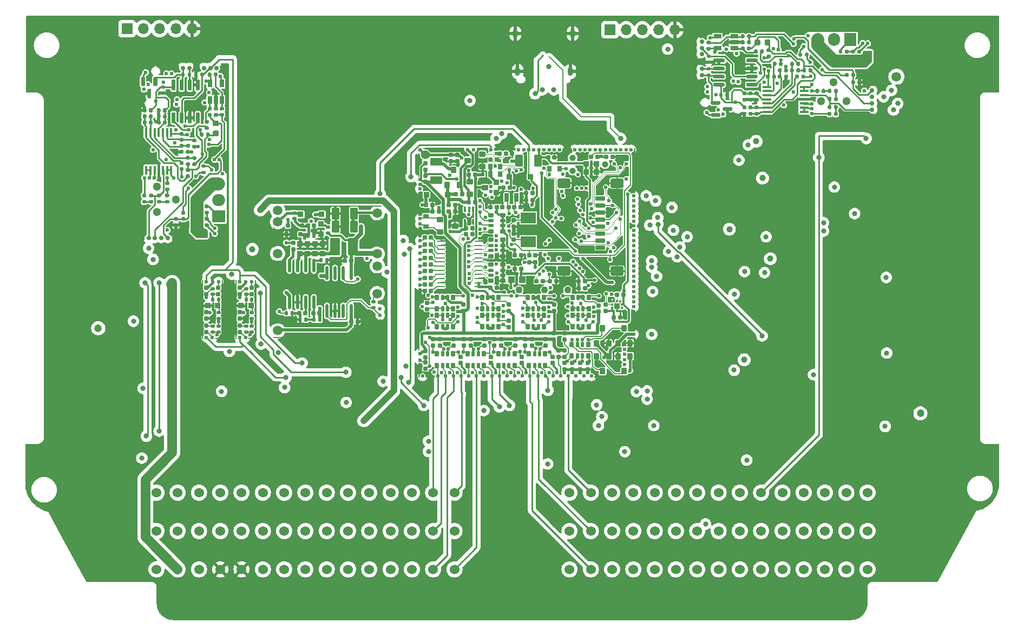
<source format=gbl>
G75*
G70*
%OFA0B0*%
%FSLAX25Y25*%
%IPPOS*%
%LPD*%
%AMOC8*
5,1,8,0,0,1.08239X$1,22.5*
%
%AMM16*
21,1,0.035830,0.026770,0.000000,0.000000,0.000000*
21,1,0.029130,0.033470,0.000000,0.000000,0.000000*
1,1,0.006690,0.014570,-0.013390*
1,1,0.006690,-0.014570,-0.013390*
1,1,0.006690,-0.014570,0.013390*
1,1,0.006690,0.014570,0.013390*
%
%AMM17*
21,1,0.070870,0.036220,0.000000,0.000000,90.000000*
21,1,0.061810,0.045280,0.000000,0.000000,90.000000*
1,1,0.009060,0.018110,0.030910*
1,1,0.009060,0.018110,-0.030910*
1,1,0.009060,-0.018110,-0.030910*
1,1,0.009060,-0.018110,0.030910*
%
%AMM18*
21,1,0.033470,0.026770,0.000000,0.000000,0.000000*
21,1,0.026770,0.033470,0.000000,0.000000,0.000000*
1,1,0.006690,0.013390,-0.013390*
1,1,0.006690,-0.013390,-0.013390*
1,1,0.006690,-0.013390,0.013390*
1,1,0.006690,0.013390,0.013390*
%
%AMM20*
21,1,0.023620,0.018900,0.000000,0.000000,90.000000*
21,1,0.018900,0.023620,0.000000,0.000000,90.000000*
1,1,0.004720,0.009450,0.009450*
1,1,0.004720,0.009450,-0.009450*
1,1,0.004720,-0.009450,-0.009450*
1,1,0.004720,-0.009450,0.009450*
%
%AMM3*
21,1,0.023620,0.018900,0.000000,0.000000,180.000000*
21,1,0.018900,0.023620,0.000000,0.000000,180.000000*
1,1,0.004720,-0.009450,0.009450*
1,1,0.004720,0.009450,0.009450*
1,1,0.004720,0.009450,-0.009450*
1,1,0.004720,-0.009450,-0.009450*
%
%AMM31*
21,1,0.106300,0.050390,0.000000,0.000000,90.000000*
21,1,0.093700,0.062990,0.000000,0.000000,90.000000*
1,1,0.012600,0.025200,0.046850*
1,1,0.012600,0.025200,-0.046850*
1,1,0.012600,-0.025200,-0.046850*
1,1,0.012600,-0.025200,0.046850*
%
%AMM32*
21,1,0.122050,0.075590,0.000000,0.000000,180.000000*
21,1,0.103150,0.094490,0.000000,0.000000,180.000000*
1,1,0.018900,-0.051580,0.037800*
1,1,0.018900,0.051580,0.037800*
1,1,0.018900,0.051580,-0.037800*
1,1,0.018900,-0.051580,-0.037800*
%
%AMM33*
21,1,0.118110,0.083460,0.000000,0.000000,0.000000*
21,1,0.097240,0.104330,0.000000,0.000000,0.000000*
1,1,0.020870,0.048620,-0.041730*
1,1,0.020870,-0.048620,-0.041730*
1,1,0.020870,-0.048620,0.041730*
1,1,0.020870,0.048620,0.041730*
%
%AMM37*
21,1,0.025590,0.026380,0.000000,0.000000,270.000000*
21,1,0.020470,0.031500,0.000000,0.000000,270.000000*
1,1,0.005120,-0.013190,-0.010240*
1,1,0.005120,-0.013190,0.010240*
1,1,0.005120,0.013190,0.010240*
1,1,0.005120,0.013190,-0.010240*
%
%AMM38*
21,1,0.017720,0.027950,0.000000,0.000000,270.000000*
21,1,0.014170,0.031500,0.000000,0.000000,270.000000*
1,1,0.003540,-0.013980,-0.007090*
1,1,0.003540,-0.013980,0.007090*
1,1,0.003540,0.013980,0.007090*
1,1,0.003540,0.013980,-0.007090*
%
%AMM4*
21,1,0.019680,0.019680,0.000000,0.000000,270.000000*
21,1,0.015750,0.023620,0.000000,0.000000,270.000000*
1,1,0.003940,-0.009840,-0.007870*
1,1,0.003940,-0.009840,0.007870*
1,1,0.003940,0.009840,0.007870*
1,1,0.003940,0.009840,-0.007870*
%
%AMM41*
21,1,0.027560,0.018900,0.000000,0.000000,90.000000*
21,1,0.022840,0.023620,0.000000,0.000000,90.000000*
1,1,0.004720,0.009450,0.011420*
1,1,0.004720,0.009450,-0.011420*
1,1,0.004720,-0.009450,-0.011420*
1,1,0.004720,-0.009450,0.011420*
%
%AMM43*
21,1,0.027560,0.018900,0.000000,0.000000,180.000000*
21,1,0.022840,0.023620,0.000000,0.000000,180.000000*
1,1,0.004720,-0.011420,0.009450*
1,1,0.004720,0.011420,0.009450*
1,1,0.004720,0.011420,-0.009450*
1,1,0.004720,-0.011420,-0.009450*
%
%AMM45*
21,1,0.035430,0.030320,0.000000,0.000000,270.000000*
21,1,0.028350,0.037400,0.000000,0.000000,270.000000*
1,1,0.007090,-0.015160,-0.014170*
1,1,0.007090,-0.015160,0.014170*
1,1,0.007090,0.015160,0.014170*
1,1,0.007090,0.015160,-0.014170*
%
%AMM48*
21,1,0.027560,0.030710,0.000000,0.000000,0.000000*
21,1,0.022050,0.036220,0.000000,0.000000,0.000000*
1,1,0.005510,0.011020,-0.015350*
1,1,0.005510,-0.011020,-0.015350*
1,1,0.005510,-0.011020,0.015350*
1,1,0.005510,0.011020,0.015350*
%
%AMM5*
21,1,0.033470,0.026770,0.000000,0.000000,270.000000*
21,1,0.026770,0.033470,0.000000,0.000000,270.000000*
1,1,0.006690,-0.013390,-0.013390*
1,1,0.006690,-0.013390,0.013390*
1,1,0.006690,0.013390,0.013390*
1,1,0.006690,0.013390,-0.013390*
%
%AMM6*
21,1,0.019680,0.019680,0.000000,0.000000,0.000000*
21,1,0.015750,0.023620,0.000000,0.000000,0.000000*
1,1,0.003940,0.007870,-0.009840*
1,1,0.003940,-0.007870,-0.009840*
1,1,0.003940,-0.007870,0.009840*
1,1,0.003940,0.007870,0.009840*
%
%AMM69*
21,1,0.033470,0.026770,0.000000,0.000000,90.000000*
21,1,0.026770,0.033470,0.000000,0.000000,90.000000*
1,1,0.006690,0.013390,0.013390*
1,1,0.006690,0.013390,-0.013390*
1,1,0.006690,-0.013390,-0.013390*
1,1,0.006690,-0.013390,0.013390*
%
%AMM70*
21,1,0.025590,0.026380,0.000000,0.000000,0.000000*
21,1,0.020470,0.031500,0.000000,0.000000,0.000000*
1,1,0.005120,0.010240,-0.013190*
1,1,0.005120,-0.010240,-0.013190*
1,1,0.005120,-0.010240,0.013190*
1,1,0.005120,0.010240,0.013190*
%
%AMM71*
21,1,0.017720,0.027950,0.000000,0.000000,0.000000*
21,1,0.014170,0.031500,0.000000,0.000000,0.000000*
1,1,0.003540,0.007090,-0.013980*
1,1,0.003540,-0.007090,-0.013980*
1,1,0.003540,-0.007090,0.013980*
1,1,0.003540,0.007090,0.013980*
%
%AMM72*
21,1,0.078740,0.045670,0.000000,0.000000,180.000000*
21,1,0.067320,0.057090,0.000000,0.000000,180.000000*
1,1,0.011420,-0.033660,0.022840*
1,1,0.011420,0.033660,0.022840*
1,1,0.011420,0.033660,-0.022840*
1,1,0.011420,-0.033660,-0.022840*
%
%AMM73*
21,1,0.059060,0.020470,0.000000,0.000000,180.000000*
21,1,0.053940,0.025590,0.000000,0.000000,180.000000*
1,1,0.005120,-0.026970,0.010240*
1,1,0.005120,0.026970,0.010240*
1,1,0.005120,0.026970,-0.010240*
1,1,0.005120,-0.026970,-0.010240*
%
%AMM74*
21,1,0.035430,0.030320,0.000000,0.000000,180.000000*
21,1,0.028350,0.037400,0.000000,0.000000,180.000000*
1,1,0.007090,-0.014170,0.015160*
1,1,0.007090,0.014170,0.015160*
1,1,0.007090,0.014170,-0.015160*
1,1,0.007090,-0.014170,-0.015160*
%
%AMM75*
21,1,0.012600,0.028980,0.000000,0.000000,180.000000*
21,1,0.010080,0.031500,0.000000,0.000000,180.000000*
1,1,0.002520,-0.005040,0.014490*
1,1,0.002520,0.005040,0.014490*
1,1,0.002520,0.005040,-0.014490*
1,1,0.002520,-0.005040,-0.014490*
%
%AMM76*
21,1,0.070870,0.036220,0.000000,0.000000,0.000000*
21,1,0.061810,0.045280,0.000000,0.000000,0.000000*
1,1,0.009060,0.030910,-0.018110*
1,1,0.009060,-0.030910,-0.018110*
1,1,0.009060,-0.030910,0.018110*
1,1,0.009060,0.030910,0.018110*
%
%AMM77*
21,1,0.027560,0.049610,0.000000,0.000000,0.000000*
21,1,0.022050,0.055120,0.000000,0.000000,0.000000*
1,1,0.005510,0.011020,-0.024800*
1,1,0.005510,-0.011020,-0.024800*
1,1,0.005510,-0.011020,0.024800*
1,1,0.005510,0.011020,0.024800*
%
%AMM78*
21,1,0.027560,0.030710,0.000000,0.000000,90.000000*
21,1,0.022050,0.036220,0.000000,0.000000,90.000000*
1,1,0.005510,0.015350,0.011020*
1,1,0.005510,0.015350,-0.011020*
1,1,0.005510,-0.015350,-0.011020*
1,1,0.005510,-0.015350,0.011020*
%
%AMM94*
21,1,0.023620,0.018900,-0.000000,0.000000,270.000000*
21,1,0.018900,0.023620,-0.000000,0.000000,270.000000*
1,1,0.004720,-0.009450,-0.009450*
1,1,0.004720,-0.009450,0.009450*
1,1,0.004720,0.009450,0.009450*
1,1,0.004720,0.009450,-0.009450*
%
%AMM95*
21,1,0.019680,0.019680,-0.000000,0.000000,0.000000*
21,1,0.015750,0.023620,-0.000000,0.000000,0.000000*
1,1,0.003940,0.007870,-0.009840*
1,1,0.003940,-0.007870,-0.009840*
1,1,0.003940,-0.007870,0.009840*
1,1,0.003940,0.007870,0.009840*
%
%AMM96*
21,1,0.033470,0.026770,-0.000000,0.000000,0.000000*
21,1,0.026770,0.033470,-0.000000,0.000000,0.000000*
1,1,0.006690,0.013390,-0.013390*
1,1,0.006690,-0.013390,-0.013390*
1,1,0.006690,-0.013390,0.013390*
1,1,0.006690,0.013390,0.013390*
%
%AMM97*
21,1,0.019680,0.019680,-0.000000,0.000000,90.000000*
21,1,0.015750,0.023620,-0.000000,0.000000,90.000000*
1,1,0.003940,0.009840,0.007870*
1,1,0.003940,0.009840,-0.007870*
1,1,0.003940,-0.009840,-0.007870*
1,1,0.003940,-0.009840,0.007870*
%
%ADD10C,0.02362*%
%ADD100C,0.01575*%
%ADD103M3*%
%ADD104M4*%
%ADD105M5*%
%ADD106M6*%
%ADD11O,0.04823X0.00787*%
%ADD111C,0.01968*%
%ADD117M16*%
%ADD118M17*%
%ADD119M18*%
%ADD12O,0.00787X0.36614*%
%ADD121M20*%
%ADD122O,0.00787X0.40158*%
%ADD135M31*%
%ADD136O,0.01968X0.08661*%
%ADD137M32*%
%ADD138M33*%
%ADD143M37*%
%ADD144M38*%
%ADD15R,0.00787X0.14567*%
%ADD150M41*%
%ADD154M43*%
%ADD156M45*%
%ADD16R,0.00787X0.01575*%
%ADD160M48*%
%ADD165C,0.00492*%
%ADD166C,0.01260*%
%ADD167C,0.04331*%
%ADD168C,0.05512*%
%ADD17R,0.00787X0.06299*%
%ADD18R,0.00787X0.38189*%
%ADD19R,0.00787X0.09055*%
%ADD196M69*%
%ADD197M70*%
%ADD198M71*%
%ADD199M72*%
%ADD20R,0.05512X0.00787*%
%ADD200M73*%
%ADD201M74*%
%ADD202R,0.01378X0.01476*%
%ADD203R,0.01968X0.01968*%
%ADD204M75*%
%ADD205O,0.04961X0.00984*%
%ADD206M76*%
%ADD207R,0.09449X0.06693*%
%ADD208R,0.01476X0.01378*%
%ADD209M77*%
%ADD21R,0.25197X0.00787*%
%ADD210R,0.03937X0.04331*%
%ADD211M78*%
%ADD22R,0.06693X0.00787*%
%ADD23R,0.12992X0.00787*%
%ADD233R,0.07874X0.07500*%
%ADD234O,0.07874X0.07500*%
%ADD236R,0.01772X0.05709*%
%ADD237R,0.02559X0.04803*%
%ADD24R,0.00787X0.27559*%
%ADD240M94*%
%ADD241M95*%
%ADD242M96*%
%ADD243M97*%
%ADD25R,0.00787X0.12992*%
%ADD26R,0.00787X0.24803*%
%ADD27C,0.02756*%
%ADD30R,0.04331X0.00984*%
%ADD31R,0.03858X0.00984*%
%ADD33R,0.00984X1.08661*%
%ADD35R,0.03740X0.00984*%
%ADD37O,0.03150X0.05512*%
%ADD40R,0.06693X0.06693*%
%ADD41O,0.06693X0.06693*%
%ADD43R,0.00984X0.04331*%
%ADD44R,0.00984X0.03858*%
%ADD46R,1.08661X0.00984*%
%ADD48R,0.00984X0.03740*%
%ADD49C,0.06000*%
%ADD52C,0.05906*%
%ADD53O,0.00787X0.12992*%
%ADD54O,0.00787X0.40157*%
%ADD55O,0.00787X0.01181*%
%ADD56O,0.66929X0.00787*%
%ADD57O,0.60630X0.00787*%
%ADD58O,0.00787X0.18898*%
%ADD59O,0.00787X0.10236*%
%ADD60O,0.00787X0.03937*%
%ADD61O,0.00787X0.05906*%
%ADD62C,0.03150*%
%ADD63C,0.03937*%
%ADD64C,0.04724*%
%ADD65C,0.00787*%
%ADD66C,0.00984*%
%ADD71C,0.00591*%
%ADD76R,0.24803X0.00984*%
%ADD77R,0.34449X0.00984*%
%ADD78R,0.00984X0.24803*%
%ADD79R,0.00984X0.34449*%
%ADD82C,0.05118*%
%ADD86R,0.07500X0.07874*%
%ADD87O,0.07500X0.07874*%
%ADD88C,0.01969*%
%ADD89C,0.07874*%
%ADD90C,0.03900*%
%ADD92C,0.01181*%
%ADD93R,0.05709X0.01772*%
%ADD94R,0.04803X0.02559*%
X0000000Y0000000D02*
%LPD*%
G01*
D10*
X0132283Y0208465D03*
D11*
X0140059Y0173425D03*
D12*
X0129921Y0191339D03*
X0142126Y0191339D03*
D10*
X0136024Y0208465D03*
X0139764Y0208465D03*
X0135827Y0174213D03*
X0132283Y0174213D03*
X0374902Y0176083D03*
X0374902Y0193012D03*
X0374902Y0196161D03*
X0374902Y0199311D03*
X0374902Y0202461D03*
X0374902Y0205610D03*
X0374902Y0208760D03*
X0374902Y0211909D03*
X0374902Y0215059D03*
X0374902Y0218209D03*
X0374902Y0221358D03*
X0374902Y0224508D03*
X0374902Y0227657D03*
X0374902Y0230807D03*
X0374902Y0233957D03*
X0374902Y0237106D03*
X0374902Y0240256D03*
X0374902Y0245768D03*
X0374902Y0248917D03*
X0374902Y0252067D03*
X0374902Y0255216D03*
X0374902Y0258366D03*
X0374902Y0261516D03*
D15*
X0242618Y0280610D03*
D16*
X0242618Y0268602D03*
D15*
X0242618Y0256594D03*
D17*
X0242618Y0239075D03*
D18*
X0242618Y0185335D03*
D19*
X0242618Y0153839D03*
D20*
X0249705Y0149705D03*
D21*
X0257972Y0290650D03*
D22*
X0281791Y0290650D03*
D23*
X0295571Y0290650D03*
D20*
X0333957Y0290650D03*
D21*
X0363484Y0149705D03*
D24*
X0375689Y0277264D03*
D16*
X0375689Y0243012D03*
D25*
X0375689Y0184547D03*
D26*
X0375689Y0161713D03*
D10*
X0373327Y0289862D03*
X0370177Y0289862D03*
X0367028Y0289862D03*
X0363878Y0289862D03*
X0360728Y0289862D03*
X0357579Y0289862D03*
X0354429Y0289862D03*
X0351280Y0289862D03*
X0348130Y0289862D03*
X0344980Y0289862D03*
X0341831Y0289862D03*
X0338681Y0289862D03*
X0329232Y0289862D03*
X0326083Y0289862D03*
X0322933Y0289862D03*
X0319783Y0289862D03*
X0316634Y0289862D03*
X0313484Y0289862D03*
X0310335Y0289862D03*
X0307185Y0289862D03*
X0304035Y0289862D03*
X0287106Y0289862D03*
X0276476Y0289862D03*
X0272539Y0289862D03*
X0243406Y0289862D03*
X0348917Y0150492D03*
X0344193Y0150492D03*
X0339469Y0150492D03*
X0334744Y0150492D03*
X0330020Y0150492D03*
X0325295Y0150492D03*
X0320571Y0150492D03*
X0315846Y0150492D03*
X0311122Y0150492D03*
X0306398Y0150492D03*
X0301673Y0150492D03*
X0296949Y0150492D03*
X0292224Y0150492D03*
X0287500Y0150492D03*
X0282776Y0150492D03*
X0278051Y0150492D03*
X0273327Y0150492D03*
X0268602Y0150492D03*
X0263878Y0150492D03*
X0259154Y0150492D03*
X0254429Y0150492D03*
X0244980Y0150492D03*
X0243406Y0160335D03*
X0243406Y0164272D03*
X0243406Y0206398D03*
X0243406Y0210335D03*
X0243406Y0214272D03*
X0243406Y0218209D03*
X0243406Y0222146D03*
X0243406Y0226083D03*
X0243406Y0230020D03*
X0243406Y0233957D03*
X0243406Y0244193D03*
X0243406Y0247342D03*
X0243406Y0265846D03*
X0243406Y0271358D03*
D27*
X0076181Y0235630D03*
X0087992Y0235630D03*
X0084055Y0235630D03*
X0080118Y0235630D03*
D30*
X0122835Y0341831D03*
D31*
X0105748Y0341831D03*
D76*
X0082283Y0341831D03*
D33*
X0124508Y0287992D03*
X0070374Y0287992D03*
D77*
X0107776Y0234154D03*
D35*
X0071752Y0234154D03*
D27*
X0114173Y0340320D03*
X0110236Y0340320D03*
X0097260Y0340320D03*
X0101260Y0340320D03*
X0118110Y0340320D03*
D37*
X0337362Y0361575D03*
X0335945Y0338150D03*
X0303425Y0338150D03*
X0302008Y0361575D03*
D40*
X0062913Y0364567D03*
D41*
X0072913Y0364567D03*
X0082913Y0364567D03*
X0092913Y0364567D03*
X0102913Y0364567D03*
D27*
X0521654Y0314665D03*
X0521654Y0326476D03*
X0521654Y0322539D03*
X0521654Y0318602D03*
D43*
X0415453Y0361319D03*
D44*
X0415453Y0344232D03*
D78*
X0415453Y0320768D03*
D46*
X0469291Y0362992D03*
X0469291Y0308858D03*
D79*
X0523130Y0346260D03*
D48*
X0523130Y0310236D03*
D27*
X0416964Y0352657D03*
X0416964Y0348720D03*
X0416964Y0335744D03*
X0416964Y0339744D03*
X0416964Y0356594D03*
D49*
X0081024Y0031276D03*
X0094134Y0031276D03*
X0107244Y0031276D03*
X0120354Y0031276D03*
X0133465Y0031276D03*
X0146575Y0031276D03*
X0159685Y0031276D03*
X0172795Y0031276D03*
X0185906Y0031276D03*
X0199055Y0031276D03*
X0212126Y0031276D03*
X0225236Y0031276D03*
X0238346Y0031276D03*
X0251457Y0031276D03*
X0264567Y0031276D03*
X0081024Y0054898D03*
X0094134Y0054898D03*
X0107244Y0054898D03*
X0120354Y0054898D03*
X0133465Y0054898D03*
X0146575Y0054898D03*
X0159685Y0054898D03*
X0172795Y0054898D03*
X0185906Y0054898D03*
X0199016Y0054898D03*
X0212126Y0054898D03*
X0225236Y0054898D03*
X0238346Y0054898D03*
X0251457Y0054898D03*
X0264567Y0054898D03*
X0081024Y0078520D03*
X0094134Y0078520D03*
X0107244Y0078520D03*
X0120354Y0078520D03*
X0133465Y0078520D03*
X0146575Y0078520D03*
X0159685Y0078520D03*
X0172795Y0078520D03*
X0185906Y0078520D03*
X0199016Y0078520D03*
X0212126Y0078520D03*
X0225236Y0078520D03*
X0238346Y0078520D03*
X0251457Y0078520D03*
X0264567Y0078520D03*
X0335433Y0031276D03*
X0348543Y0031276D03*
X0361654Y0031276D03*
X0374764Y0031276D03*
X0387874Y0031276D03*
X0400984Y0031276D03*
X0414094Y0031276D03*
X0427205Y0031276D03*
X0440315Y0031276D03*
X0453425Y0031276D03*
X0466535Y0031276D03*
X0479646Y0031276D03*
X0492756Y0031276D03*
X0505866Y0031276D03*
X0518976Y0031276D03*
X0335433Y0054898D03*
X0348543Y0054898D03*
X0361654Y0054898D03*
X0374764Y0054898D03*
X0387874Y0054898D03*
X0400984Y0054898D03*
X0414094Y0054898D03*
X0427205Y0054898D03*
X0440315Y0054898D03*
X0453425Y0054898D03*
X0466535Y0054898D03*
X0479646Y0054898D03*
X0492756Y0054898D03*
X0505866Y0054898D03*
X0518976Y0054898D03*
X0335433Y0078520D03*
X0348543Y0078520D03*
X0361654Y0078520D03*
X0374764Y0078520D03*
X0387874Y0078520D03*
X0400984Y0078520D03*
X0414094Y0078520D03*
X0427205Y0078520D03*
X0440315Y0078520D03*
X0453425Y0078520D03*
X0466535Y0078520D03*
X0479646Y0078520D03*
X0492756Y0078520D03*
X0505866Y0078520D03*
X0518976Y0078520D03*
D40*
X0360315Y0363780D03*
D41*
X0370315Y0363780D03*
X0380315Y0363780D03*
X0390315Y0363780D03*
X0400315Y0363780D03*
D52*
X0216831Y0250886D03*
X0216831Y0225689D03*
X0216831Y0218209D03*
X0216831Y0201280D03*
D10*
X0218602Y0191831D03*
X0218602Y0187894D03*
D53*
X0153248Y0235728D03*
D54*
X0153248Y0202264D03*
D55*
X0153248Y0174311D03*
D56*
X0186319Y0174114D03*
D57*
X0189468Y0255217D03*
D52*
X0216831Y0176673D03*
D55*
X0219390Y0255020D03*
D58*
X0219390Y0238484D03*
D59*
X0219390Y0209547D03*
D60*
X0219390Y0195768D03*
D61*
X0219390Y0182776D03*
D52*
X0155807Y0252657D03*
X0155807Y0245374D03*
X0155807Y0225886D03*
X0155807Y0178445D03*
D10*
X0111811Y0208465D03*
D11*
X0119587Y0173425D03*
D12*
X0109449Y0191339D03*
X0121654Y0191339D03*
D10*
X0115551Y0208465D03*
X0119291Y0208465D03*
X0115354Y0174213D03*
X0111811Y0174213D03*
D62*
X0144882Y0252756D03*
X0208661Y0122835D03*
D63*
X0433850Y0240957D03*
X0454283Y0272441D03*
D62*
X0440071Y0301722D03*
X0066967Y0216388D03*
X0399413Y0240256D03*
X0121134Y0140953D03*
X0383220Y0141209D03*
X0485713Y0151280D03*
X0456449Y0236220D03*
X0407874Y0236220D03*
X0376598Y0140843D03*
X0159928Y0143394D03*
X0401724Y0223993D03*
X0436803Y0154016D03*
X0403343Y0229921D03*
X0383220Y0136201D03*
X0197846Y0134098D03*
X0396409Y0227215D03*
D64*
X0551524Y0127402D03*
X0045149Y0179894D03*
D62*
X0389756Y0248038D03*
X0353260Y0119953D03*
X0384839Y0243396D03*
X0387331Y0119909D03*
X0491843Y0239764D03*
X0386047Y0217500D03*
X0491862Y0244882D03*
X0419197Y0059185D03*
X0498563Y0266894D03*
X0386047Y0221444D03*
X0488976Y0285039D03*
X0518110Y0296850D03*
D65*
X0318898Y0348031D03*
D62*
X0314173Y0324409D03*
X0233000Y0233957D03*
X0529811Y0119374D03*
X0352110Y0132634D03*
X0236921Y0228968D03*
X0236413Y0146555D03*
X0530732Y0164583D03*
X0530461Y0211162D03*
X0233504Y0225631D03*
X0234567Y0156644D03*
X0066871Y0184163D03*
X0072744Y0142835D03*
X0072025Y0099811D03*
X0436835Y0200941D03*
X0398433Y0254331D03*
X0445492Y0292819D03*
X0290224Y0296980D03*
X0443260Y0214774D03*
D63*
X0459051Y0222713D03*
X0443000Y0160384D03*
X0450354Y0295059D03*
D62*
X0389028Y0211909D03*
X0455563Y0214146D03*
X0389831Y0244001D03*
X0454012Y0175140D03*
X0170717Y0158430D03*
X0395850Y0351919D03*
X0386047Y0176083D03*
X0388484Y0258366D03*
X0321937Y0096248D03*
X0248551Y0103957D03*
X0382661Y0261516D03*
X0355362Y0125339D03*
X0325772Y0326798D03*
X0318709Y0326881D03*
X0322726Y0341041D03*
X0366929Y0296850D03*
D65*
X0322835Y0347244D03*
D62*
X0218811Y0262709D03*
X0237795Y0273228D03*
X0127319Y0213140D03*
X0322047Y0141602D03*
X0298425Y0132319D03*
X0292224Y0131398D03*
X0282677Y0129134D03*
X0197638Y0152756D03*
X0144882Y0201575D03*
X0160762Y0149512D03*
X0220571Y0147146D03*
X0231496Y0149606D03*
X0245669Y0132283D03*
X0293622Y0299842D03*
X0274110Y0320167D03*
X0534969Y0314419D03*
X0533811Y0326476D03*
X0528890Y0322539D03*
X0537551Y0318356D03*
D52*
X0536740Y0334941D03*
D62*
X0145463Y0170177D03*
X0386575Y0202461D03*
X0222835Y0214490D03*
X0155906Y0164909D03*
X0076181Y0229134D03*
X0082677Y0207874D03*
X0082677Y0116535D03*
X0074803Y0113386D03*
X0074016Y0207874D03*
X0078930Y0222330D03*
D52*
X0089863Y0206940D03*
D62*
X0125941Y0165551D03*
X0248547Y0110244D03*
X0444583Y0098598D03*
X0369417Y0103791D03*
X0510992Y0250505D03*
X0439744Y0283465D03*
D63*
X0140157Y0228528D03*
D63*
X0220693Y0258366D02*
X0150492Y0258366D01*
X0227165Y0141339D02*
X0227165Y0251895D01*
X0208661Y0122835D02*
X0227165Y0141339D01*
X0150492Y0258366D02*
X0144882Y0252756D01*
X0227165Y0251895D02*
X0220693Y0258366D01*
D66*
X0488976Y0114071D02*
X0453425Y0078520D01*
X0516535Y0298425D02*
X0518110Y0296850D01*
X0488976Y0285039D02*
X0488976Y0114071D01*
X0488976Y0285039D02*
X0488976Y0298425D01*
X0488976Y0298425D02*
X0516535Y0298425D01*
X0315854Y0344988D02*
X0315854Y0326091D01*
X0315854Y0326091D02*
X0314173Y0324409D01*
X0318898Y0348031D02*
X0315854Y0344988D01*
X0237429Y0147571D02*
X0236413Y0146555D01*
X0237429Y0228459D02*
X0237429Y0147571D01*
X0236921Y0228968D02*
X0237429Y0228459D01*
X0402295Y0226855D02*
X0389831Y0239318D01*
X0389831Y0239318D02*
X0389831Y0244001D01*
X0402913Y0226855D02*
X0402295Y0226855D01*
X0454012Y0175756D02*
X0402913Y0226855D01*
X0454012Y0175140D02*
X0454012Y0175756D01*
X0123278Y0216002D02*
X0128039Y0220764D01*
X0148301Y0176604D02*
X0148301Y0205541D01*
X0119523Y0345669D02*
X0114173Y0340320D01*
X0166476Y0158430D02*
X0148301Y0176604D01*
X0132283Y0212500D02*
X0132283Y0214961D01*
X0132283Y0214961D02*
X0131242Y0216002D01*
X0132283Y0208465D02*
X0132283Y0212500D01*
X0115313Y0216002D02*
X0111811Y0212500D01*
X0128039Y0345669D02*
X0119523Y0345669D01*
X0128039Y0220764D02*
X0128039Y0345669D01*
X0141341Y0212500D02*
X0132283Y0212500D01*
X0111811Y0212500D02*
X0111811Y0208465D01*
X0123278Y0216002D02*
X0115313Y0216002D01*
X0170717Y0158430D02*
X0166476Y0158430D01*
X0148301Y0205541D02*
X0141341Y0212500D01*
X0131242Y0216002D02*
X0123278Y0216002D01*
D65*
X0360630Y0310236D02*
X0360630Y0303150D01*
X0322835Y0347244D02*
X0331201Y0338878D01*
X0360630Y0303150D02*
X0366929Y0296850D01*
X0331201Y0321555D02*
X0342520Y0310236D01*
X0342520Y0310236D02*
X0360630Y0310236D01*
X0331201Y0338878D02*
X0331201Y0321555D01*
D66*
X0310335Y0289862D02*
X0310335Y0292815D01*
X0310335Y0292815D02*
X0300382Y0302766D01*
X0218811Y0281802D02*
X0218811Y0262709D01*
X0239776Y0302766D02*
X0218811Y0281802D01*
X0300382Y0302766D02*
X0239776Y0302766D01*
X0242976Y0292913D02*
X0237795Y0287732D01*
X0287106Y0289862D02*
X0287106Y0291634D01*
X0237795Y0287732D02*
X0237795Y0273228D01*
X0285827Y0292913D02*
X0242976Y0292913D01*
X0287106Y0291634D02*
X0285827Y0292913D01*
X0334646Y0092417D02*
X0334646Y0137008D01*
X0334744Y0137106D02*
X0334744Y0150492D01*
X0334646Y0137008D02*
X0334744Y0137106D01*
X0348543Y0078520D02*
X0334646Y0092417D01*
X0320571Y0150492D02*
X0322047Y0149016D01*
X0322047Y0142957D02*
X0322047Y0141602D01*
X0322047Y0142961D02*
X0322047Y0142957D01*
X0322047Y0149016D02*
X0322047Y0142961D01*
X0322047Y0142961D02*
X0322047Y0142957D01*
X0348543Y0054898D02*
X0316492Y0086949D01*
X0315846Y0150492D02*
X0315846Y0136122D01*
X0316492Y0086949D02*
X0316492Y0135476D01*
X0315846Y0136122D02*
X0316492Y0135476D01*
X0316492Y0135476D02*
X0316535Y0135433D01*
X0312252Y0133417D02*
X0312252Y0067567D01*
X0311122Y0150492D02*
X0311122Y0134547D01*
X0311122Y0134547D02*
X0312252Y0133417D01*
X0312252Y0067567D02*
X0348543Y0031276D01*
X0292224Y0150492D02*
X0292224Y0139272D01*
X0292224Y0139272D02*
X0298425Y0133071D01*
X0298425Y0133071D02*
X0298425Y0132319D01*
X0292224Y0131398D02*
X0292913Y0130709D01*
X0287500Y0136122D02*
X0292224Y0131398D01*
X0287500Y0150492D02*
X0287500Y0136122D01*
X0153051Y0166634D02*
X0153051Y0163727D01*
X0153051Y0163727D02*
X0164024Y0152756D01*
X0144882Y0201575D02*
X0144882Y0174803D01*
X0164024Y0152756D02*
X0197638Y0152756D01*
X0144882Y0174803D02*
X0153051Y0166634D01*
X0278051Y0044760D02*
X0264567Y0031276D01*
X0278051Y0150492D02*
X0278051Y0044760D01*
X0268602Y0150492D02*
X0268602Y0140059D01*
X0268949Y0139713D02*
X0269291Y0139370D01*
X0268949Y0082902D02*
X0264567Y0078520D01*
X0268949Y0139713D02*
X0268949Y0082902D01*
X0268602Y0140059D02*
X0268949Y0139713D01*
X0260039Y0039858D02*
X0260039Y0137205D01*
X0263878Y0141043D02*
X0263878Y0150492D01*
X0260039Y0137205D02*
X0263878Y0141043D01*
X0251457Y0031276D02*
X0260039Y0039858D01*
X0254429Y0150492D02*
X0254429Y0139469D01*
X0251457Y0136496D02*
X0251457Y0078520D01*
X0254429Y0139469D02*
X0251457Y0136496D01*
X0134350Y0169587D02*
X0133169Y0168406D01*
X0132283Y0174213D02*
X0132283Y0171654D01*
X0133169Y0168406D02*
X0117618Y0168406D01*
X0132283Y0171654D02*
X0134350Y0169587D01*
X0138583Y0165354D02*
X0154424Y0149512D01*
X0134350Y0169587D02*
X0138583Y0165354D01*
X0117618Y0168406D02*
X0111811Y0174213D01*
X0154424Y0149512D02*
X0160762Y0149512D01*
X0231496Y0149606D02*
X0231496Y0146457D01*
X0231496Y0146457D02*
X0245669Y0132283D01*
X0082677Y0116535D02*
X0082677Y0115748D01*
X0082677Y0207874D02*
X0082677Y0116535D01*
X0075598Y0114181D02*
X0074803Y0113386D01*
X0074016Y0207874D02*
X0075598Y0206292D01*
X0075598Y0206292D02*
X0075598Y0114181D01*
D52*
X0094134Y0031276D02*
X0074199Y0051209D01*
X0090687Y0103157D02*
X0090687Y0207764D01*
X0090687Y0207764D02*
X0089863Y0206940D01*
X0074199Y0086669D02*
X0090687Y0103157D01*
X0074199Y0051209D02*
X0074199Y0086669D01*
D66*
X0259154Y0140256D02*
X0256488Y0137591D01*
X0256488Y0059929D02*
X0251457Y0054898D01*
X0256488Y0137591D02*
X0256488Y0059929D01*
X0259154Y0150492D02*
X0259154Y0140256D01*
G36*
X0240700Y0158678D02*
G01*
X0240793Y0158568D01*
X0240926Y0158357D01*
X0241428Y0157855D01*
X0241858Y0157585D01*
X0242029Y0157477D01*
X0242291Y0157386D01*
X0242515Y0157225D01*
X0242616Y0156970D01*
X0242618Y0156925D01*
X0242618Y0152788D01*
X0242541Y0152524D01*
X0242512Y0152483D01*
X0242501Y0152470D01*
X0242123Y0151868D01*
X0241888Y0151198D01*
X0241888Y0151198D01*
X0241809Y0150492D01*
X0241809Y0150492D01*
X0241888Y0149786D01*
X0241888Y0149786D01*
X0242123Y0149116D01*
X0242501Y0148515D01*
X0243003Y0148012D01*
X0243203Y0147887D01*
X0243604Y0147635D01*
X0243604Y0147635D01*
X0244087Y0147466D01*
X0244275Y0147400D01*
X0244275Y0147400D01*
X0244980Y0147321D01*
X0244980Y0147321D01*
X0244980Y0147321D01*
X0245686Y0147400D01*
X0245686Y0147400D01*
X0245686Y0147400D01*
X0246356Y0147635D01*
X0246958Y0148012D01*
X0247460Y0148515D01*
X0247838Y0149116D01*
X0247929Y0149378D01*
X0248090Y0149601D01*
X0248345Y0149703D01*
X0248390Y0149705D01*
X0251019Y0149705D01*
X0251283Y0149627D01*
X0251463Y0149419D01*
X0251480Y0149378D01*
X0251572Y0149116D01*
X0251572Y0149116D01*
X0251892Y0148607D01*
X0251967Y0148347D01*
X0251967Y0140691D01*
X0251889Y0140427D01*
X0251824Y0140346D01*
X0249946Y0138468D01*
X0249897Y0138429D01*
X0249898Y0138428D01*
X0249874Y0138409D01*
X0249693Y0138216D01*
X0249683Y0138205D01*
X0249606Y0138128D01*
X0249606Y0138128D01*
X0249596Y0138115D01*
X0249566Y0138080D01*
X0249449Y0137955D01*
X0249449Y0137955D01*
X0249411Y0137886D01*
X0249369Y0137822D01*
X0249320Y0137760D01*
X0249320Y0137760D01*
X0249252Y0137602D01*
X0249232Y0137560D01*
X0249149Y0137410D01*
X0249129Y0137333D01*
X0249104Y0137261D01*
X0249073Y0137189D01*
X0249073Y0137189D01*
X0249046Y0137019D01*
X0249037Y0136974D01*
X0248994Y0136807D01*
X0248994Y0136807D01*
X0248994Y0136728D01*
X0248988Y0136652D01*
X0248976Y0136574D01*
X0248976Y0136574D01*
X0248992Y0136403D01*
X0248994Y0136357D01*
X0248994Y0135161D01*
X0248917Y0134897D01*
X0248709Y0134717D01*
X0248436Y0134678D01*
X0248186Y0134792D01*
X0248143Y0134834D01*
X0248055Y0134933D01*
X0248055Y0134933D01*
X0247452Y0135371D01*
X0247452Y0135371D01*
X0246771Y0135674D01*
X0246771Y0135674D01*
X0246197Y0135796D01*
X0246042Y0135829D01*
X0246042Y0135829D01*
X0245809Y0135829D01*
X0245545Y0135906D01*
X0245464Y0135972D01*
X0238468Y0142968D01*
X0238336Y0143209D01*
X0238356Y0143483D01*
X0238520Y0143704D01*
X0238526Y0143707D01*
X0238799Y0143906D01*
X0239297Y0144460D01*
X0239670Y0145105D01*
X0239900Y0145814D01*
X0239978Y0146555D01*
X0239900Y0147296D01*
X0239900Y0147296D01*
X0239898Y0147313D01*
X0239902Y0147441D01*
X0239910Y0147493D01*
X0239894Y0147664D01*
X0239892Y0147710D01*
X0239892Y0158309D01*
X0239969Y0158573D01*
X0240177Y0158753D01*
X0240449Y0158792D01*
X0240700Y0158678D01*
G37*
G36*
X0142643Y0173538D02*
G01*
X0142863Y0173374D01*
X0142892Y0173330D01*
X0142921Y0173282D01*
X0142933Y0173266D01*
X0143034Y0173010D01*
X0142980Y0172740D01*
X0142910Y0172640D01*
X0142579Y0172273D01*
X0142207Y0171627D01*
X0142207Y0171627D01*
X0141990Y0170960D01*
X0141976Y0170918D01*
X0141899Y0170177D01*
X0141976Y0169436D01*
X0141976Y0169436D01*
X0142207Y0168727D01*
X0142207Y0168727D01*
X0142579Y0168082D01*
X0142950Y0167670D01*
X0143078Y0167528D01*
X0143681Y0167090D01*
X0143681Y0167090D01*
X0144362Y0166787D01*
X0144362Y0166787D01*
X0145091Y0166632D01*
X0145091Y0166632D01*
X0145836Y0166632D01*
X0145836Y0166632D01*
X0146565Y0166787D01*
X0147246Y0167090D01*
X0147849Y0167528D01*
X0147896Y0167580D01*
X0148130Y0167724D01*
X0148405Y0167719D01*
X0148604Y0167599D01*
X0149416Y0166787D01*
X0150446Y0165757D01*
X0150577Y0165515D01*
X0150589Y0165412D01*
X0150589Y0164053D01*
X0150582Y0163991D01*
X0150583Y0163991D01*
X0150580Y0163961D01*
X0150588Y0163696D01*
X0150589Y0163681D01*
X0150589Y0163572D01*
X0150591Y0163556D01*
X0150594Y0163511D01*
X0150600Y0163339D01*
X0150600Y0163339D01*
X0150622Y0163263D01*
X0150637Y0163188D01*
X0150644Y0163133D01*
X0150647Y0163110D01*
X0150647Y0163110D01*
X0150710Y0162950D01*
X0150725Y0162906D01*
X0150773Y0162741D01*
X0150773Y0162741D01*
X0150773Y0162741D01*
X0150813Y0162673D01*
X0150847Y0162605D01*
X0150876Y0162531D01*
X0150977Y0162392D01*
X0151002Y0162354D01*
X0151090Y0162206D01*
X0151146Y0162150D01*
X0151195Y0162092D01*
X0151242Y0162028D01*
X0151242Y0162028D01*
X0151374Y0161918D01*
X0151408Y0161887D01*
X0159666Y0153631D01*
X0159798Y0153389D01*
X0159778Y0153115D01*
X0159613Y0152894D01*
X0159519Y0152839D01*
X0158980Y0152599D01*
X0158980Y0152599D01*
X0158377Y0152161D01*
X0158377Y0152161D01*
X0158354Y0152136D01*
X0158120Y0151992D01*
X0157992Y0151974D01*
X0155646Y0151974D01*
X0155382Y0152052D01*
X0155301Y0152117D01*
X0140565Y0166854D01*
X0140565Y0166855D01*
X0140525Y0166895D01*
X0140314Y0167106D01*
X0140314Y0167106D01*
X0140204Y0167216D01*
X0140204Y0167216D01*
X0136909Y0170511D01*
X0136777Y0170752D01*
X0136797Y0171027D01*
X0136962Y0171247D01*
X0137093Y0171317D01*
X0137096Y0171318D01*
X0137203Y0171355D01*
X0137804Y0171733D01*
X0138306Y0172235D01*
X0138684Y0172837D01*
X0138776Y0173098D01*
X0138936Y0173322D01*
X0139192Y0173423D01*
X0139237Y0173425D01*
X0142126Y0173425D01*
X0142126Y0173425D01*
X0142126Y0173425D01*
X0142127Y0173426D01*
X0142368Y0173558D01*
X0142643Y0173538D01*
G37*
G36*
X0240700Y0204740D02*
G01*
X0240793Y0204631D01*
X0240926Y0204420D01*
X0241428Y0203918D01*
X0241695Y0203751D01*
X0242029Y0203540D01*
X0242291Y0203449D01*
X0242515Y0203288D01*
X0242616Y0203033D01*
X0242618Y0202988D01*
X0242618Y0167681D01*
X0242541Y0167418D01*
X0242333Y0167237D01*
X0242291Y0167221D01*
X0242029Y0167129D01*
X0242029Y0167129D01*
X0241428Y0166751D01*
X0240926Y0166249D01*
X0240793Y0166038D01*
X0240587Y0165856D01*
X0240315Y0165814D01*
X0240064Y0165926D01*
X0239913Y0166155D01*
X0239892Y0166298D01*
X0239892Y0204372D01*
X0239969Y0204635D01*
X0240177Y0204816D01*
X0240449Y0204855D01*
X0240700Y0204740D01*
G37*
G36*
X0123013Y0213533D02*
G01*
X0123013Y0213534D01*
X0123044Y0213531D01*
X0123044Y0213531D01*
X0123258Y0213538D01*
X0123524Y0213468D01*
X0123711Y0213266D01*
X0123759Y0213101D01*
X0123765Y0213040D01*
X0123832Y0212399D01*
X0123832Y0212399D01*
X0124063Y0211690D01*
X0124063Y0211690D01*
X0124435Y0211045D01*
X0124892Y0210538D01*
X0124934Y0210491D01*
X0125537Y0210053D01*
X0125537Y0210053D01*
X0126218Y0209750D01*
X0126218Y0209750D01*
X0126947Y0209595D01*
X0126947Y0209595D01*
X0127692Y0209595D01*
X0127692Y0209595D01*
X0128421Y0209750D01*
X0128541Y0209803D01*
X0128814Y0209840D01*
X0129063Y0209723D01*
X0129209Y0209490D01*
X0129207Y0209215D01*
X0129201Y0209196D01*
X0129191Y0209170D01*
X0129191Y0209170D01*
X0129112Y0208465D01*
X0129112Y0208465D01*
X0129191Y0207759D01*
X0129191Y0207759D01*
X0129426Y0207088D01*
X0129635Y0206756D01*
X0129779Y0206527D01*
X0129804Y0206487D01*
X0129815Y0206474D01*
X0129919Y0206219D01*
X0129921Y0206169D01*
X0129921Y0176508D01*
X0129844Y0176244D01*
X0129815Y0176204D01*
X0129804Y0176190D01*
X0129426Y0175589D01*
X0129191Y0174918D01*
X0129191Y0174918D01*
X0129112Y0174213D01*
X0129112Y0174213D01*
X0129191Y0173507D01*
X0129191Y0173507D01*
X0129426Y0172837D01*
X0129746Y0172327D01*
X0129821Y0172068D01*
X0129821Y0171979D01*
X0129814Y0171918D01*
X0129815Y0171918D01*
X0129812Y0171887D01*
X0129821Y0171623D01*
X0129821Y0171607D01*
X0129821Y0171499D01*
X0129823Y0171483D01*
X0129826Y0171437D01*
X0129829Y0171372D01*
X0129759Y0171105D01*
X0129557Y0170919D01*
X0129341Y0170868D01*
X0118840Y0170868D01*
X0118576Y0170946D01*
X0118495Y0171011D01*
X0117892Y0171614D01*
X0117760Y0171856D01*
X0117780Y0172130D01*
X0117824Y0172219D01*
X0117834Y0172235D01*
X0117834Y0172235D01*
X0118212Y0172837D01*
X0118303Y0173098D01*
X0118464Y0173322D01*
X0118719Y0173423D01*
X0118764Y0173425D01*
X0121654Y0173425D01*
X0121654Y0206169D01*
X0121731Y0206433D01*
X0121760Y0206474D01*
X0121771Y0206487D01*
X0121771Y0206487D01*
X0121771Y0206487D01*
X0122149Y0207088D01*
X0122383Y0207759D01*
X0122385Y0207772D01*
X0122463Y0208465D01*
X0122463Y0208465D01*
X0122383Y0209170D01*
X0122383Y0209170D01*
X0122352Y0209260D01*
X0122149Y0209841D01*
X0121771Y0210442D01*
X0121269Y0210944D01*
X0121086Y0211059D01*
X0120667Y0211322D01*
X0119997Y0211557D01*
X0119997Y0211557D01*
X0119291Y0211636D01*
X0119291Y0211636D01*
X0118586Y0211557D01*
X0118586Y0211557D01*
X0117915Y0211322D01*
X0117314Y0210944D01*
X0116812Y0210442D01*
X0116434Y0209841D01*
X0116342Y0209579D01*
X0116182Y0209355D01*
X0115926Y0209254D01*
X0115882Y0209252D01*
X0115221Y0209252D01*
X0114957Y0209329D01*
X0114777Y0209537D01*
X0114760Y0209579D01*
X0114668Y0209841D01*
X0114535Y0210053D01*
X0114348Y0210350D01*
X0114274Y0210610D01*
X0114274Y0211278D01*
X0114351Y0211542D01*
X0114417Y0211623D01*
X0116190Y0213396D01*
X0116431Y0213528D01*
X0116535Y0213539D01*
X0122952Y0213539D01*
X0123013Y0213533D01*
G37*
G36*
X0143275Y0207081D02*
G01*
X0143305Y0207054D01*
X0144475Y0205884D01*
X0144607Y0205642D01*
X0144588Y0205368D01*
X0144423Y0205148D01*
X0144232Y0205061D01*
X0143780Y0204965D01*
X0143780Y0204965D01*
X0143099Y0204662D01*
X0143099Y0204662D01*
X0142901Y0204518D01*
X0142642Y0204425D01*
X0142374Y0204488D01*
X0142182Y0204685D01*
X0142126Y0204913D01*
X0142126Y0206169D01*
X0142203Y0206433D01*
X0142233Y0206474D01*
X0142243Y0206487D01*
X0142243Y0206487D01*
X0142243Y0206487D01*
X0142546Y0206969D01*
X0142752Y0207151D01*
X0143024Y0207193D01*
X0143275Y0207081D01*
G37*
G36*
X0222580Y0250910D02*
G01*
X0223083Y0250406D01*
X0223215Y0250165D01*
X0223226Y0250061D01*
X0223226Y0218523D01*
X0223149Y0218259D01*
X0222941Y0218079D01*
X0222738Y0218035D01*
X0222462Y0218035D01*
X0222403Y0218022D01*
X0222340Y0218009D01*
X0222066Y0218030D01*
X0221846Y0218196D01*
X0221752Y0218444D01*
X0221738Y0218608D01*
X0221698Y0219067D01*
X0221506Y0219783D01*
X0221475Y0219899D01*
X0221475Y0219899D01*
X0221475Y0219899D01*
X0221111Y0220680D01*
X0221111Y0220680D01*
X0221111Y0220680D01*
X0220617Y0221385D01*
X0220557Y0221444D01*
X0220398Y0221604D01*
X0220266Y0221845D01*
X0220286Y0222119D01*
X0220398Y0222294D01*
X0220617Y0222512D01*
X0221111Y0223218D01*
X0221475Y0223999D01*
X0221698Y0224831D01*
X0221773Y0225689D01*
X0221770Y0225721D01*
X0221741Y0226047D01*
X0221698Y0226547D01*
X0221475Y0227379D01*
X0221111Y0228160D01*
X0221111Y0228160D01*
X0221111Y0228160D01*
X0220617Y0228866D01*
X0220326Y0229156D01*
X0220007Y0229475D01*
X0219791Y0229627D01*
X0219598Y0229761D01*
X0219426Y0229976D01*
X0219390Y0230161D01*
X0219390Y0246413D01*
X0219467Y0246677D01*
X0219598Y0246813D01*
X0219626Y0246833D01*
X0220007Y0247100D01*
X0220617Y0247709D01*
X0221111Y0248415D01*
X0221475Y0249196D01*
X0221698Y0250028D01*
X0221748Y0250607D01*
X0221849Y0250863D01*
X0222071Y0251025D01*
X0222346Y0251040D01*
X0222580Y0250910D01*
G37*
G36*
X0287613Y0300226D02*
G01*
X0287794Y0300018D01*
X0287833Y0299746D01*
X0287718Y0299496D01*
X0287713Y0299489D01*
X0287445Y0299192D01*
X0287340Y0299076D01*
X0286968Y0298430D01*
X0286968Y0298430D01*
X0286738Y0297721D01*
X0286738Y0297721D01*
X0286660Y0296980D01*
X0286738Y0296239D01*
X0286738Y0296239D01*
X0286738Y0296239D01*
X0286824Y0295974D01*
X0286832Y0295699D01*
X0286689Y0295463D01*
X0286443Y0295342D01*
X0286238Y0295350D01*
X0286138Y0295376D01*
X0286138Y0295376D01*
X0286059Y0295376D01*
X0285983Y0295382D01*
X0285953Y0295387D01*
X0285905Y0295394D01*
X0285905Y0295394D01*
X0285734Y0295378D01*
X0285688Y0295376D01*
X0243302Y0295376D01*
X0243241Y0295383D01*
X0243240Y0295382D01*
X0243210Y0295385D01*
X0242945Y0295376D01*
X0242930Y0295376D01*
X0242821Y0295376D01*
X0242816Y0295375D01*
X0242806Y0295374D01*
X0242760Y0295370D01*
X0242588Y0295365D01*
X0242512Y0295343D01*
X0242437Y0295327D01*
X0242359Y0295318D01*
X0242359Y0295318D01*
X0242199Y0295254D01*
X0242156Y0295239D01*
X0241991Y0295191D01*
X0241990Y0295191D01*
X0241923Y0295151D01*
X0241854Y0295118D01*
X0241781Y0295089D01*
X0241781Y0295089D01*
X0241641Y0294987D01*
X0241603Y0294962D01*
X0241455Y0294875D01*
X0241399Y0294819D01*
X0241341Y0294769D01*
X0241277Y0294723D01*
X0241168Y0294590D01*
X0241137Y0294556D01*
X0236284Y0289704D01*
X0236236Y0289665D01*
X0236237Y0289664D01*
X0236213Y0289644D01*
X0236032Y0289451D01*
X0236021Y0289440D01*
X0235944Y0289364D01*
X0235944Y0289364D01*
X0235935Y0289351D01*
X0235905Y0289316D01*
X0235787Y0289191D01*
X0235787Y0289191D01*
X0235749Y0289122D01*
X0235707Y0289058D01*
X0235659Y0288995D01*
X0235659Y0288995D01*
X0235590Y0288838D01*
X0235570Y0288796D01*
X0235487Y0288646D01*
X0235468Y0288569D01*
X0235443Y0288497D01*
X0235412Y0288424D01*
X0235412Y0288424D01*
X0235385Y0288255D01*
X0235375Y0288209D01*
X0235333Y0288043D01*
X0235333Y0287964D01*
X0235327Y0287888D01*
X0235314Y0287810D01*
X0235314Y0287810D01*
X0235331Y0287639D01*
X0235333Y0287593D01*
X0235333Y0275979D01*
X0235255Y0275715D01*
X0235207Y0275652D01*
X0234911Y0275324D01*
X0234539Y0274678D01*
X0234539Y0274678D01*
X0234308Y0273970D01*
X0234308Y0273970D01*
X0234230Y0273228D01*
X0234308Y0272487D01*
X0234308Y0272487D01*
X0234539Y0271778D01*
X0234539Y0271778D01*
X0234911Y0271133D01*
X0235344Y0270652D01*
X0235410Y0270579D01*
X0236013Y0270141D01*
X0236013Y0270141D01*
X0236694Y0269838D01*
X0236694Y0269838D01*
X0237423Y0269683D01*
X0237423Y0269683D01*
X0238168Y0269683D01*
X0238168Y0269683D01*
X0238897Y0269838D01*
X0239578Y0270141D01*
X0239776Y0270285D01*
X0240035Y0270378D01*
X0240303Y0270315D01*
X0240495Y0270118D01*
X0240524Y0270052D01*
X0240548Y0269982D01*
X0240926Y0269381D01*
X0241359Y0268948D01*
X0241491Y0268706D01*
X0241471Y0268432D01*
X0241359Y0268257D01*
X0240926Y0267824D01*
X0240548Y0267223D01*
X0240314Y0266552D01*
X0240314Y0266552D01*
X0240234Y0265846D01*
X0240234Y0265846D01*
X0240314Y0265141D01*
X0240314Y0265141D01*
X0240548Y0264470D01*
X0240847Y0263995D01*
X0240926Y0263869D01*
X0241428Y0263367D01*
X0242029Y0262989D01*
X0242291Y0262897D01*
X0242515Y0262737D01*
X0242616Y0262481D01*
X0242618Y0262437D01*
X0242618Y0250752D01*
X0242541Y0250488D01*
X0242333Y0250308D01*
X0242291Y0250292D01*
X0242029Y0250200D01*
X0242029Y0250200D01*
X0241428Y0249822D01*
X0240926Y0249320D01*
X0240548Y0248719D01*
X0240314Y0248048D01*
X0240314Y0248048D01*
X0240234Y0247342D01*
X0240234Y0247342D01*
X0240314Y0246637D01*
X0240314Y0246637D01*
X0240557Y0245941D01*
X0240549Y0245938D01*
X0240586Y0245708D01*
X0240554Y0245596D01*
X0240557Y0245595D01*
X0240314Y0244899D01*
X0240314Y0244899D01*
X0240234Y0244193D01*
X0240234Y0244193D01*
X0240314Y0243487D01*
X0240314Y0243487D01*
X0240548Y0242817D01*
X0240743Y0242506D01*
X0240926Y0242215D01*
X0241428Y0241713D01*
X0241867Y0241437D01*
X0242029Y0241335D01*
X0242291Y0241244D01*
X0242515Y0241084D01*
X0242616Y0240828D01*
X0242618Y0240783D01*
X0242618Y0237366D01*
X0242541Y0237103D01*
X0242333Y0236922D01*
X0242291Y0236906D01*
X0242029Y0236814D01*
X0242029Y0236814D01*
X0241428Y0236436D01*
X0240926Y0235934D01*
X0240548Y0235333D01*
X0240314Y0234662D01*
X0240314Y0234662D01*
X0240234Y0233957D01*
X0240234Y0233957D01*
X0240314Y0233251D01*
X0240314Y0233251D01*
X0240548Y0232581D01*
X0240757Y0232248D01*
X0240832Y0231983D01*
X0240757Y0231728D01*
X0240548Y0231396D01*
X0240529Y0231340D01*
X0240368Y0231116D01*
X0240112Y0231015D01*
X0239843Y0231068D01*
X0239705Y0231174D01*
X0239568Y0231327D01*
X0239307Y0231617D01*
X0239153Y0231728D01*
X0238704Y0232055D01*
X0238704Y0232055D01*
X0238023Y0232358D01*
X0238023Y0232358D01*
X0237419Y0232486D01*
X0237294Y0232513D01*
X0236931Y0232513D01*
X0236667Y0232590D01*
X0236487Y0232798D01*
X0236447Y0233071D01*
X0236466Y0233152D01*
X0236467Y0233155D01*
X0236487Y0233216D01*
X0236565Y0233957D01*
X0236487Y0234698D01*
X0236257Y0235407D01*
X0235884Y0236052D01*
X0235385Y0236606D01*
X0235241Y0236711D01*
X0234782Y0237044D01*
X0234782Y0237044D01*
X0234102Y0237347D01*
X0234102Y0237347D01*
X0233485Y0237478D01*
X0233373Y0237502D01*
X0232627Y0237502D01*
X0232515Y0237478D01*
X0231898Y0237347D01*
X0231898Y0237347D01*
X0231791Y0237299D01*
X0231518Y0237263D01*
X0231269Y0237379D01*
X0231123Y0237612D01*
X0231104Y0237745D01*
X0231104Y0251839D01*
X0231104Y0251852D01*
X0231110Y0252067D01*
X0231113Y0252196D01*
X0231072Y0252425D01*
X0231067Y0252461D01*
X0231061Y0252519D01*
X0231044Y0252692D01*
X0231008Y0252807D01*
X0230993Y0252867D01*
X0230972Y0252985D01*
X0230886Y0253200D01*
X0230873Y0253235D01*
X0230808Y0253444D01*
X0230804Y0253457D01*
X0230804Y0253457D01*
X0230804Y0253457D01*
X0230746Y0253562D01*
X0230719Y0253617D01*
X0230674Y0253729D01*
X0230674Y0253729D01*
X0230547Y0253923D01*
X0230528Y0253954D01*
X0230415Y0254157D01*
X0230404Y0254170D01*
X0230337Y0254248D01*
X0230300Y0254297D01*
X0230278Y0254331D01*
X0230234Y0254398D01*
X0230069Y0254562D01*
X0230044Y0254589D01*
X0229966Y0254680D01*
X0229893Y0254765D01*
X0229798Y0254838D01*
X0229752Y0254879D01*
X0223518Y0261112D01*
X0223509Y0261121D01*
X0223391Y0261245D01*
X0223272Y0261370D01*
X0223191Y0261427D01*
X0223081Y0261503D01*
X0223051Y0261525D01*
X0222871Y0261672D01*
X0222871Y0261672D01*
X0222765Y0261728D01*
X0222712Y0261760D01*
X0222614Y0261828D01*
X0222614Y0261828D01*
X0222593Y0261840D01*
X0222597Y0261848D01*
X0222416Y0261997D01*
X0222333Y0262260D01*
X0222335Y0262322D01*
X0222376Y0262709D01*
X0222298Y0263450D01*
X0222068Y0264159D01*
X0221695Y0264804D01*
X0221603Y0264906D01*
X0221399Y0265133D01*
X0221280Y0265381D01*
X0221274Y0265459D01*
X0221274Y0280580D01*
X0221351Y0280844D01*
X0221417Y0280925D01*
X0221861Y0281369D01*
X0233218Y0292726D01*
X0240653Y0300161D01*
X0240894Y0300292D01*
X0240998Y0300304D01*
X0287350Y0300304D01*
X0287613Y0300226D01*
G37*
G36*
X0241362Y0287412D02*
G01*
X0241451Y0287368D01*
X0242029Y0287005D01*
X0242291Y0286913D01*
X0242515Y0286753D01*
X0242616Y0286497D01*
X0242618Y0286452D01*
X0242618Y0274768D01*
X0242541Y0274504D01*
X0242333Y0274324D01*
X0242291Y0274307D01*
X0242029Y0274216D01*
X0242029Y0274216D01*
X0241873Y0274117D01*
X0241608Y0274042D01*
X0241345Y0274123D01*
X0241167Y0274332D01*
X0241149Y0274380D01*
X0241052Y0274678D01*
X0241052Y0274678D01*
X0241000Y0274768D01*
X0240679Y0275324D01*
X0240383Y0275652D01*
X0240264Y0275900D01*
X0240258Y0275979D01*
X0240258Y0286510D01*
X0240335Y0286774D01*
X0240401Y0286855D01*
X0240556Y0287010D01*
X0240846Y0287300D01*
X0241087Y0287432D01*
X0241362Y0287412D01*
G37*
G36*
X0299424Y0300226D02*
G01*
X0299505Y0300161D01*
X0301274Y0298392D01*
X0306103Y0293564D01*
X0306234Y0293323D01*
X0306215Y0293048D01*
X0306050Y0292828D01*
X0305919Y0292758D01*
X0305783Y0292711D01*
X0305780Y0292719D01*
X0305551Y0292681D01*
X0305439Y0292714D01*
X0305437Y0292711D01*
X0304741Y0292954D01*
X0304741Y0292954D01*
X0304035Y0293034D01*
X0304035Y0293034D01*
X0303330Y0292954D01*
X0303330Y0292954D01*
X0302659Y0292720D01*
X0302058Y0292342D01*
X0301556Y0291840D01*
X0301178Y0291238D01*
X0301178Y0291238D01*
X0301086Y0290977D01*
X0300926Y0290753D01*
X0300670Y0290652D01*
X0300626Y0290650D01*
X0290516Y0290650D01*
X0290252Y0290727D01*
X0290072Y0290935D01*
X0290055Y0290977D01*
X0289964Y0291238D01*
X0289964Y0291238D01*
X0289633Y0291765D01*
X0289564Y0291992D01*
X0289563Y0291992D01*
X0289562Y0291998D01*
X0289558Y0292009D01*
X0289558Y0292022D01*
X0289536Y0292098D01*
X0289520Y0292173D01*
X0289510Y0292251D01*
X0289447Y0292411D01*
X0289432Y0292455D01*
X0289384Y0292620D01*
X0289348Y0292681D01*
X0289344Y0292688D01*
X0289310Y0292756D01*
X0289302Y0292776D01*
X0289277Y0293050D01*
X0289404Y0293294D01*
X0289643Y0293431D01*
X0289826Y0293433D01*
X0289826Y0293438D01*
X0289852Y0293435D01*
X0289852Y0293435D01*
X0289852Y0293435D01*
X0290597Y0293435D01*
X0290597Y0293435D01*
X0291326Y0293590D01*
X0292007Y0293893D01*
X0292610Y0294331D01*
X0293108Y0294885D01*
X0293481Y0295530D01*
X0293623Y0295968D01*
X0293779Y0296195D01*
X0293986Y0296295D01*
X0293995Y0296297D01*
X0293995Y0296297D01*
X0294724Y0296452D01*
X0294724Y0296452D01*
X0294724Y0296452D01*
X0294960Y0296557D01*
X0295404Y0296755D01*
X0296007Y0297193D01*
X0296506Y0297747D01*
X0296879Y0298392D01*
X0297109Y0299101D01*
X0297187Y0299842D01*
X0297187Y0299842D01*
X0297189Y0299866D01*
X0297294Y0300121D01*
X0297520Y0300278D01*
X0297675Y0300304D01*
X0299160Y0300304D01*
X0299424Y0300226D01*
G37*
G36*
X0599774Y0372361D02*
G01*
X0599954Y0372154D01*
X0599998Y0371951D01*
X0599998Y0325687D01*
X0599921Y0325423D01*
X0599713Y0325243D01*
X0599510Y0325199D01*
X0591028Y0325199D01*
X0590419Y0325078D01*
X0590419Y0325078D01*
X0589846Y0324840D01*
X0589846Y0324840D01*
X0589330Y0324495D01*
X0589330Y0324495D01*
X0588891Y0324056D01*
X0588891Y0324056D01*
X0588546Y0323540D01*
X0588546Y0323540D01*
X0588308Y0322967D01*
X0588308Y0322966D01*
X0588187Y0322358D01*
X0588187Y0111501D01*
X0588308Y0110892D01*
X0588308Y0110892D01*
X0588546Y0110318D01*
X0588546Y0110318D01*
X0588891Y0109802D01*
X0588891Y0109802D01*
X0589330Y0109363D01*
X0589330Y0109363D01*
X0589846Y0109018D01*
X0589846Y0109018D01*
X0590419Y0108781D01*
X0590419Y0108781D01*
X0591008Y0108664D01*
X0591028Y0108659D01*
X0591028Y0108659D01*
X0591028Y0108659D01*
X0591338Y0108659D01*
X0599510Y0108659D01*
X0599774Y0108582D01*
X0599954Y0108374D01*
X0599998Y0108171D01*
X0599998Y0084263D01*
X0599998Y0084241D01*
X0599969Y0083576D01*
X0599969Y0083574D01*
X0599930Y0082740D01*
X0599926Y0082699D01*
X0599830Y0081962D01*
X0599829Y0081958D01*
X0599722Y0081197D01*
X0599716Y0081160D01*
X0599553Y0080421D01*
X0599551Y0080414D01*
X0599378Y0079679D01*
X0599368Y0079645D01*
X0599140Y0078918D01*
X0599137Y0078909D01*
X0598898Y0078198D01*
X0598886Y0078168D01*
X0598595Y0077461D01*
X0598590Y0077449D01*
X0598287Y0076767D01*
X0598274Y0076740D01*
X0597922Y0076060D01*
X0597914Y0076046D01*
X0597551Y0075396D01*
X0597537Y0075373D01*
X0597126Y0074725D01*
X0597116Y0074709D01*
X0596694Y0074096D01*
X0596680Y0074077D01*
X0596214Y0073467D01*
X0596201Y0073450D01*
X0595724Y0072879D01*
X0595710Y0072863D01*
X0595193Y0072295D01*
X0595177Y0072278D01*
X0594649Y0071753D01*
X0594635Y0071740D01*
X0594072Y0071220D01*
X0594051Y0071203D01*
X0593476Y0070728D01*
X0593464Y0070719D01*
X0592858Y0070250D01*
X0592834Y0070233D01*
X0592216Y0069813D01*
X0592206Y0069806D01*
X0591563Y0069392D01*
X0591535Y0069376D01*
X0590878Y0069013D01*
X0590870Y0069009D01*
X0590195Y0068654D01*
X0590164Y0068639D01*
X0589472Y0068337D01*
X0589465Y0068334D01*
X0588767Y0068041D01*
X0588732Y0068028D01*
X0588002Y0067787D01*
X0587998Y0067786D01*
X0587290Y0067559D01*
X0587251Y0067548D01*
X0586439Y0067361D01*
X0586437Y0067361D01*
X0585790Y0067214D01*
X0585774Y0067210D01*
X0585774Y0067210D01*
X0585794Y0067099D01*
X0585765Y0066826D01*
X0585742Y0066778D01*
X0562342Y0023878D01*
X0562148Y0023684D01*
X0561914Y0023624D01*
X0521737Y0023624D01*
X0521128Y0023503D01*
X0521128Y0023503D01*
X0520554Y0023265D01*
X0520554Y0023265D01*
X0520038Y0022920D01*
X0520038Y0022920D01*
X0519599Y0022481D01*
X0519599Y0022481D01*
X0519254Y0021965D01*
X0519254Y0021965D01*
X0519017Y0021392D01*
X0519017Y0021392D01*
X0518896Y0020783D01*
X0518896Y0020275D01*
X0518896Y0020269D01*
X0518926Y0010251D01*
X0518925Y0010222D01*
X0518902Y0009828D01*
X0518902Y0009826D01*
X0518854Y0009053D01*
X0518848Y0009000D01*
X0518757Y0008476D01*
X0518755Y0008469D01*
X0518637Y0007842D01*
X0518625Y0007794D01*
X0518467Y0007259D01*
X0518464Y0007248D01*
X0518276Y0006665D01*
X0518261Y0006623D01*
X0518038Y0006101D01*
X0518032Y0006086D01*
X0517778Y0005540D01*
X0517759Y0005505D01*
X0517476Y0005007D01*
X0517465Y0004988D01*
X0517148Y0004483D01*
X0517128Y0004454D01*
X0516788Y0003989D01*
X0516772Y0003969D01*
X0516396Y0003508D01*
X0516376Y0003485D01*
X0515984Y0003062D01*
X0515963Y0003040D01*
X0515532Y0002630D01*
X0515513Y0002613D01*
X0515076Y0002238D01*
X0515049Y0002216D01*
X0514569Y0001861D01*
X0514552Y0001849D01*
X0514077Y0001528D01*
X0514043Y0001507D01*
X0513518Y0001212D01*
X0513504Y0001204D01*
X0513000Y0000942D01*
X0512959Y0000924D01*
X0512393Y0000692D01*
X0512382Y0000688D01*
X0511861Y0000489D01*
X0511814Y0000474D01*
X0511197Y0000307D01*
X0511190Y0000306D01*
X0510676Y0000175D01*
X0510623Y0000164D01*
X0509855Y0000057D01*
X0509853Y0000057D01*
X0509481Y0000006D01*
X0509416Y0000002D01*
X0091352Y0000002D01*
X0091325Y0000003D01*
X0090885Y0000027D01*
X0090883Y0000028D01*
X0090192Y0000069D01*
X0090139Y0000075D01*
X0089611Y0000165D01*
X0089605Y0000166D01*
X0089015Y0000274D01*
X0088968Y0000285D01*
X0088436Y0000439D01*
X0088426Y0000442D01*
X0087871Y0000615D01*
X0087830Y0000630D01*
X0087311Y0000844D01*
X0087298Y0000850D01*
X0086774Y0001086D01*
X0086739Y0001104D01*
X0086244Y0001377D01*
X0086228Y0001386D01*
X0085740Y0001681D01*
X0085710Y0001701D01*
X0085248Y0002029D01*
X0085229Y0002043D01*
X0084782Y0002393D01*
X0084758Y0002413D01*
X0084334Y0002792D01*
X0084314Y0002811D01*
X0083913Y0003212D01*
X0083894Y0003232D01*
X0083516Y0003655D01*
X0083496Y0003680D01*
X0083145Y0004127D01*
X0083131Y0004145D01*
X0082803Y0004608D01*
X0082784Y0004638D01*
X0082561Y0005007D01*
X0082489Y0005125D01*
X0082479Y0005142D01*
X0082206Y0005636D01*
X0082188Y0005672D01*
X0081953Y0006195D01*
X0081947Y0006209D01*
X0081930Y0006250D01*
X0081732Y0006727D01*
X0081717Y0006769D01*
X0081544Y0007324D01*
X0081541Y0007333D01*
X0081388Y0007866D01*
X0081377Y0007913D01*
X0081269Y0008502D01*
X0081268Y0008509D01*
X0081266Y0008519D01*
X0081178Y0009037D01*
X0081172Y0009089D01*
X0081130Y0009782D01*
X0081105Y0010223D01*
X0081104Y0010250D01*
X0081104Y0020783D01*
X0081104Y0020783D01*
X0080983Y0021392D01*
X0080983Y0021392D01*
X0080865Y0021677D01*
X0080746Y0021965D01*
X0080746Y0021965D01*
X0080401Y0022481D01*
X0080401Y0022481D01*
X0079962Y0022920D01*
X0079962Y0022920D01*
X0079446Y0023265D01*
X0079446Y0023265D01*
X0078872Y0023503D01*
X0078872Y0023503D01*
X0078263Y0023624D01*
X0078263Y0023624D01*
X0077953Y0023624D01*
X0038086Y0023624D01*
X0037822Y0023702D01*
X0037658Y0023878D01*
X0022690Y0051319D01*
X0069257Y0051319D01*
X0069275Y0051059D01*
X0069276Y0051026D01*
X0069276Y0050988D01*
X0069290Y0050828D01*
X0069291Y0050817D01*
X0069317Y0050435D01*
X0069317Y0050435D01*
X0069321Y0050419D01*
X0069334Y0050343D01*
X0069336Y0050326D01*
X0069336Y0050326D01*
X0069336Y0050326D01*
X0069411Y0050051D01*
X0069437Y0049957D01*
X0069440Y0049947D01*
X0069534Y0049576D01*
X0069541Y0049560D01*
X0069567Y0049488D01*
X0069571Y0049472D01*
X0069571Y0049472D01*
X0069737Y0049127D01*
X0069742Y0049117D01*
X0069900Y0048769D01*
X0069900Y0048769D01*
X0069910Y0048755D01*
X0069948Y0048689D01*
X0069956Y0048673D01*
X0070181Y0048364D01*
X0070187Y0048355D01*
X0070405Y0048041D01*
X0070417Y0048028D01*
X0070467Y0047970D01*
X0070477Y0047956D01*
X0070477Y0047956D01*
X0070753Y0047692D01*
X0070761Y0047684D01*
X0081348Y0037098D01*
X0081480Y0036857D01*
X0081460Y0036583D01*
X0081295Y0036362D01*
X0081045Y0036269D01*
X0081045Y0036267D01*
X0080157Y0036189D01*
X0080157Y0036189D01*
X0079317Y0035964D01*
X0079317Y0035964D01*
X0078529Y0035597D01*
X0078529Y0035597D01*
X0077816Y0035098D01*
X0077201Y0034483D01*
X0076703Y0033770D01*
X0076703Y0033770D01*
X0076335Y0032982D01*
X0076335Y0032982D01*
X0076110Y0032142D01*
X0076110Y0032142D01*
X0076034Y0031276D01*
X0076034Y0031276D01*
X0076110Y0030409D01*
X0076110Y0030409D01*
X0076335Y0029569D01*
X0076335Y0029569D01*
X0076335Y0029569D01*
X0076702Y0028782D01*
X0076703Y0028781D01*
X0076703Y0028781D01*
X0077201Y0028068D01*
X0077201Y0028068D01*
X0077816Y0027453D01*
X0077816Y0027453D01*
X0078529Y0026955D01*
X0078529Y0026955D01*
X0078529Y0026955D01*
X0079317Y0026587D01*
X0080157Y0026362D01*
X0080776Y0026308D01*
X0081024Y0026286D01*
X0081024Y0026286D01*
X0081024Y0026286D01*
X0081240Y0026305D01*
X0081890Y0026362D01*
X0082730Y0026587D01*
X0083518Y0026955D01*
X0084231Y0027453D01*
X0084846Y0028068D01*
X0085345Y0028781D01*
X0085712Y0029569D01*
X0085937Y0030409D01*
X0086013Y0031276D01*
X0086013Y0031276D01*
X0086015Y0031297D01*
X0086025Y0031296D01*
X0086091Y0031519D01*
X0086298Y0031699D01*
X0086571Y0031738D01*
X0086821Y0031624D01*
X0086846Y0031600D01*
X0088371Y0030076D01*
X0090126Y0028321D01*
X0090180Y0028256D01*
X0090312Y0028068D01*
X0090312Y0028068D01*
X0090927Y0027453D01*
X0090927Y0027453D01*
X0091639Y0026955D01*
X0091639Y0026955D01*
X0091639Y0026955D01*
X0092427Y0026587D01*
X0093267Y0026362D01*
X0093886Y0026308D01*
X0094134Y0026286D01*
X0094134Y0026286D01*
X0094134Y0026286D01*
X0094350Y0026305D01*
X0095000Y0026362D01*
X0095840Y0026587D01*
X0096629Y0026955D01*
X0097341Y0027453D01*
X0097956Y0028068D01*
X0098455Y0028781D01*
X0098822Y0029569D01*
X0099048Y0030409D01*
X0099123Y0031276D01*
X0102255Y0031276D01*
X0102330Y0030409D01*
X0102330Y0030409D01*
X0102556Y0029569D01*
X0102556Y0029569D01*
X0102556Y0029569D01*
X0102923Y0028782D01*
X0102923Y0028781D01*
X0102923Y0028781D01*
X0103422Y0028068D01*
X0103422Y0028068D01*
X0104037Y0027453D01*
X0104037Y0027453D01*
X0104749Y0026955D01*
X0104749Y0026955D01*
X0104749Y0026955D01*
X0105538Y0026587D01*
X0106378Y0026362D01*
X0106997Y0026308D01*
X0107244Y0026286D01*
X0107244Y0026286D01*
X0107244Y0026286D01*
X0107461Y0026305D01*
X0108111Y0026362D01*
X0108951Y0026587D01*
X0109739Y0026955D01*
X0110451Y0027453D01*
X0111066Y0028068D01*
X0111565Y0028781D01*
X0111933Y0029569D01*
X0112158Y0030409D01*
X0112234Y0031276D01*
X0115367Y0031276D01*
X0115443Y0030410D01*
X0115443Y0030410D01*
X0115668Y0029570D01*
X0115668Y0029570D01*
X0116035Y0028782D01*
X0116035Y0028782D01*
X0116214Y0028527D01*
X0116214Y0028527D01*
X0118839Y0031152D01*
X0118839Y0031150D01*
X0118962Y0030665D01*
X0119235Y0030246D01*
X0119631Y0029938D01*
X0120104Y0029776D01*
X0120246Y0029776D01*
X0117606Y0027135D01*
X0117861Y0026956D01*
X0117861Y0026956D01*
X0118648Y0026589D01*
X0118649Y0026589D01*
X0119488Y0026364D01*
X0119488Y0026364D01*
X0120354Y0026288D01*
X0120354Y0026288D01*
X0121220Y0026364D01*
X0121220Y0026364D01*
X0122060Y0026589D01*
X0122060Y0026589D01*
X0122848Y0026956D01*
X0122848Y0026956D01*
X0123103Y0027135D01*
X0120462Y0029776D01*
X0120479Y0029776D01*
X0120848Y0029837D01*
X0121288Y0030076D01*
X0121627Y0030444D01*
X0121829Y0030902D01*
X0121851Y0031171D01*
X0124495Y0028527D01*
X0124674Y0028782D01*
X0124674Y0028782D01*
X0125041Y0029570D01*
X0125041Y0029570D01*
X0125266Y0030410D01*
X0125266Y0030410D01*
X0125342Y0031276D01*
X0128477Y0031276D01*
X0128553Y0030410D01*
X0128553Y0030410D01*
X0128778Y0029570D01*
X0128778Y0029570D01*
X0129145Y0028782D01*
X0129145Y0028782D01*
X0129324Y0028527D01*
X0129324Y0028527D01*
X0131949Y0031152D01*
X0131949Y0031150D01*
X0132072Y0030665D01*
X0132346Y0030246D01*
X0132741Y0029938D01*
X0133214Y0029776D01*
X0133357Y0029776D01*
X0130716Y0027135D01*
X0130971Y0026956D01*
X0130971Y0026956D01*
X0131759Y0026589D01*
X0131759Y0026589D01*
X0132598Y0026364D01*
X0132599Y0026364D01*
X0133465Y0026288D01*
X0133465Y0026288D01*
X0134331Y0026364D01*
X0134331Y0026364D01*
X0135170Y0026589D01*
X0135170Y0026589D01*
X0135958Y0026956D01*
X0135958Y0026956D01*
X0136213Y0027135D01*
X0133573Y0029776D01*
X0133589Y0029776D01*
X0133958Y0029837D01*
X0134399Y0030076D01*
X0134738Y0030444D01*
X0134939Y0030902D01*
X0134961Y0031171D01*
X0137605Y0028527D01*
X0137784Y0028782D01*
X0137784Y0028782D01*
X0138151Y0029570D01*
X0138151Y0029570D01*
X0138376Y0030410D01*
X0138376Y0030410D01*
X0138452Y0031276D01*
X0141585Y0031276D01*
X0141661Y0030409D01*
X0141661Y0030409D01*
X0141886Y0029569D01*
X0141886Y0029569D01*
X0141886Y0029569D01*
X0142253Y0028782D01*
X0142254Y0028781D01*
X0142254Y0028781D01*
X0142753Y0028068D01*
X0142753Y0028068D01*
X0143368Y0027453D01*
X0143368Y0027453D01*
X0144080Y0026955D01*
X0144080Y0026955D01*
X0144080Y0026955D01*
X0144868Y0026587D01*
X0145708Y0026362D01*
X0146327Y0026308D01*
X0146575Y0026286D01*
X0146575Y0026286D01*
X0146575Y0026286D01*
X0146791Y0026305D01*
X0147441Y0026362D01*
X0148281Y0026587D01*
X0149070Y0026955D01*
X0149782Y0027453D01*
X0150397Y0028068D01*
X0150896Y0028781D01*
X0151263Y0029569D01*
X0151488Y0030409D01*
X0151564Y0031276D01*
X0154696Y0031276D01*
X0154771Y0030409D01*
X0154771Y0030409D01*
X0154996Y0029569D01*
X0154996Y0029569D01*
X0154996Y0029569D01*
X0155364Y0028782D01*
X0155364Y0028781D01*
X0155364Y0028781D01*
X0155863Y0028068D01*
X0155863Y0028068D01*
X0156478Y0027453D01*
X0156478Y0027453D01*
X0157190Y0026955D01*
X0157190Y0026955D01*
X0157190Y0026955D01*
X0157979Y0026587D01*
X0158819Y0026362D01*
X0159437Y0026308D01*
X0159685Y0026286D01*
X0159685Y0026286D01*
X0159685Y0026286D01*
X0159902Y0026305D01*
X0160551Y0026362D01*
X0161392Y0026587D01*
X0162180Y0026955D01*
X0162892Y0027453D01*
X0163507Y0028068D01*
X0164006Y0028781D01*
X0164374Y0029569D01*
X0164599Y0030409D01*
X0164674Y0031276D01*
X0167806Y0031276D01*
X0167882Y0030409D01*
X0167882Y0030409D01*
X0168107Y0029569D01*
X0168107Y0029569D01*
X0168107Y0029569D01*
X0168474Y0028782D01*
X0168474Y0028781D01*
X0168474Y0028781D01*
X0168973Y0028068D01*
X0168973Y0028068D01*
X0169588Y0027453D01*
X0169588Y0027453D01*
X0170301Y0026955D01*
X0170301Y0026955D01*
X0170301Y0026955D01*
X0171089Y0026587D01*
X0171929Y0026362D01*
X0172548Y0026308D01*
X0172795Y0026286D01*
X0172795Y0026286D01*
X0172795Y0026286D01*
X0173012Y0026305D01*
X0173662Y0026362D01*
X0174502Y0026587D01*
X0175290Y0026955D01*
X0176002Y0027453D01*
X0176617Y0028068D01*
X0177116Y0028781D01*
X0177484Y0029569D01*
X0177709Y0030409D01*
X0177785Y0031276D01*
X0180916Y0031276D01*
X0180992Y0030409D01*
X0180992Y0030409D01*
X0181217Y0029569D01*
X0181217Y0029569D01*
X0181217Y0029569D01*
X0181584Y0028782D01*
X0181585Y0028781D01*
X0181585Y0028781D01*
X0182083Y0028068D01*
X0182083Y0028068D01*
X0182698Y0027453D01*
X0182698Y0027453D01*
X0183411Y0026955D01*
X0183411Y0026955D01*
X0183411Y0026955D01*
X0184199Y0026587D01*
X0185039Y0026362D01*
X0185658Y0026308D01*
X0185906Y0026286D01*
X0185906Y0026286D01*
X0185906Y0026286D01*
X0186122Y0026305D01*
X0186772Y0026362D01*
X0187612Y0026587D01*
X0188400Y0026955D01*
X0189113Y0027453D01*
X0189728Y0028068D01*
X0190227Y0028781D01*
X0190594Y0029569D01*
X0190819Y0030409D01*
X0190895Y0031276D01*
X0194066Y0031276D01*
X0194141Y0030409D01*
X0194141Y0030409D01*
X0194367Y0029569D01*
X0194367Y0029569D01*
X0194367Y0029569D01*
X0194734Y0028782D01*
X0194734Y0028781D01*
X0194734Y0028781D01*
X0195233Y0028068D01*
X0195233Y0028068D01*
X0195848Y0027453D01*
X0195848Y0027453D01*
X0196560Y0026955D01*
X0196560Y0026955D01*
X0196560Y0026955D01*
X0197349Y0026587D01*
X0198189Y0026362D01*
X0198808Y0026308D01*
X0199055Y0026286D01*
X0199055Y0026286D01*
X0199055Y0026286D01*
X0199272Y0026305D01*
X0199922Y0026362D01*
X0200762Y0026587D01*
X0201550Y0026955D01*
X0202262Y0027453D01*
X0202877Y0028068D01*
X0203376Y0028781D01*
X0203744Y0029569D01*
X0203969Y0030409D01*
X0204045Y0031276D01*
X0207137Y0031276D01*
X0207212Y0030409D01*
X0207212Y0030409D01*
X0207437Y0029569D01*
X0207437Y0029569D01*
X0207437Y0029569D01*
X0207805Y0028782D01*
X0207805Y0028781D01*
X0207805Y0028781D01*
X0208304Y0028068D01*
X0208304Y0028068D01*
X0208919Y0027453D01*
X0208919Y0027453D01*
X0209631Y0026955D01*
X0209631Y0026955D01*
X0209631Y0026955D01*
X0210419Y0026587D01*
X0211260Y0026362D01*
X0211878Y0026308D01*
X0212126Y0026286D01*
X0212126Y0026286D01*
X0212126Y0026286D01*
X0212343Y0026305D01*
X0212992Y0026362D01*
X0213832Y0026587D01*
X0214621Y0026955D01*
X0215333Y0027453D01*
X0215948Y0028068D01*
X0216447Y0028781D01*
X0216815Y0029569D01*
X0217040Y0030409D01*
X0217115Y0031276D01*
X0220247Y0031276D01*
X0220323Y0030409D01*
X0220323Y0030409D01*
X0220548Y0029569D01*
X0220548Y0029569D01*
X0220548Y0029569D01*
X0220915Y0028782D01*
X0220915Y0028781D01*
X0220915Y0028781D01*
X0221414Y0028068D01*
X0221414Y0028068D01*
X0222029Y0027453D01*
X0222029Y0027453D01*
X0222741Y0026955D01*
X0222741Y0026955D01*
X0222741Y0026955D01*
X0223530Y0026587D01*
X0224370Y0026362D01*
X0224989Y0026308D01*
X0225236Y0026286D01*
X0225236Y0026286D01*
X0225236Y0026286D01*
X0225453Y0026305D01*
X0226103Y0026362D01*
X0226943Y0026587D01*
X0227731Y0026955D01*
X0228443Y0027453D01*
X0229058Y0028068D01*
X0229557Y0028781D01*
X0229925Y0029569D01*
X0230150Y0030409D01*
X0230226Y0031276D01*
X0233357Y0031276D01*
X0233433Y0030409D01*
X0233433Y0030409D01*
X0233658Y0029569D01*
X0233658Y0029569D01*
X0233658Y0029569D01*
X0234025Y0028782D01*
X0234025Y0028781D01*
X0234025Y0028781D01*
X0234524Y0028068D01*
X0234524Y0028068D01*
X0235139Y0027453D01*
X0235139Y0027453D01*
X0235852Y0026955D01*
X0235852Y0026955D01*
X0235852Y0026955D01*
X0236640Y0026587D01*
X0237480Y0026362D01*
X0238099Y0026308D01*
X0238346Y0026286D01*
X0238346Y0026286D01*
X0238346Y0026286D01*
X0238563Y0026305D01*
X0239213Y0026362D01*
X0240053Y0026587D01*
X0240841Y0026955D01*
X0241554Y0027453D01*
X0242169Y0028068D01*
X0242667Y0028781D01*
X0243035Y0029569D01*
X0243260Y0030409D01*
X0243336Y0031276D01*
X0243325Y0031401D01*
X0243282Y0031886D01*
X0243260Y0032142D01*
X0243035Y0032982D01*
X0242667Y0033770D01*
X0242169Y0034483D01*
X0241554Y0035098D01*
X0241554Y0035098D01*
X0241554Y0035098D01*
X0240841Y0035597D01*
X0240841Y0035597D01*
X0240841Y0035597D01*
X0240053Y0035964D01*
X0240053Y0035964D01*
X0240053Y0035964D01*
X0239213Y0036189D01*
X0239213Y0036189D01*
X0238346Y0036265D01*
X0238346Y0036265D01*
X0237480Y0036189D01*
X0237480Y0036189D01*
X0236640Y0035964D01*
X0236640Y0035964D01*
X0235852Y0035597D01*
X0235852Y0035597D01*
X0235139Y0035098D01*
X0234524Y0034483D01*
X0234025Y0033770D01*
X0234025Y0033770D01*
X0233658Y0032982D01*
X0233658Y0032982D01*
X0233433Y0032142D01*
X0233433Y0032142D01*
X0233357Y0031276D01*
X0233357Y0031276D01*
X0230226Y0031276D01*
X0230226Y0031276D01*
X0230215Y0031401D01*
X0230172Y0031886D01*
X0230150Y0032142D01*
X0229925Y0032982D01*
X0229557Y0033770D01*
X0229058Y0034483D01*
X0228443Y0035098D01*
X0228443Y0035098D01*
X0228443Y0035098D01*
X0227731Y0035597D01*
X0227731Y0035597D01*
X0227731Y0035597D01*
X0226943Y0035964D01*
X0226943Y0035964D01*
X0226943Y0035964D01*
X0226103Y0036189D01*
X0226103Y0036189D01*
X0225236Y0036265D01*
X0225236Y0036265D01*
X0224370Y0036189D01*
X0224370Y0036189D01*
X0223530Y0035964D01*
X0223530Y0035964D01*
X0222741Y0035597D01*
X0222741Y0035597D01*
X0222029Y0035098D01*
X0221414Y0034483D01*
X0220915Y0033770D01*
X0220915Y0033770D01*
X0220548Y0032982D01*
X0220548Y0032982D01*
X0220323Y0032142D01*
X0220323Y0032142D01*
X0220247Y0031276D01*
X0220247Y0031276D01*
X0217115Y0031276D01*
X0217115Y0031276D01*
X0217104Y0031401D01*
X0217062Y0031886D01*
X0217040Y0032142D01*
X0216815Y0032982D01*
X0216447Y0033770D01*
X0215948Y0034483D01*
X0215333Y0035098D01*
X0215333Y0035098D01*
X0215333Y0035098D01*
X0214621Y0035597D01*
X0214621Y0035597D01*
X0214621Y0035597D01*
X0213832Y0035964D01*
X0213832Y0035964D01*
X0213832Y0035964D01*
X0212992Y0036189D01*
X0212992Y0036189D01*
X0212126Y0036265D01*
X0212126Y0036265D01*
X0211260Y0036189D01*
X0211260Y0036189D01*
X0210420Y0035964D01*
X0210419Y0035964D01*
X0209631Y0035597D01*
X0209631Y0035597D01*
X0208919Y0035098D01*
X0208304Y0034483D01*
X0207805Y0033770D01*
X0207805Y0033770D01*
X0207437Y0032982D01*
X0207437Y0032982D01*
X0207212Y0032142D01*
X0207212Y0032142D01*
X0207137Y0031276D01*
X0207137Y0031276D01*
X0204045Y0031276D01*
X0204045Y0031276D01*
X0204034Y0031401D01*
X0203991Y0031886D01*
X0203969Y0032142D01*
X0203744Y0032982D01*
X0203376Y0033770D01*
X0202877Y0034483D01*
X0202262Y0035098D01*
X0202262Y0035098D01*
X0202262Y0035098D01*
X0201550Y0035597D01*
X0201550Y0035597D01*
X0201550Y0035597D01*
X0200762Y0035964D01*
X0200762Y0035964D01*
X0200762Y0035964D01*
X0199922Y0036189D01*
X0199922Y0036189D01*
X0199055Y0036265D01*
X0199055Y0036265D01*
X0198189Y0036189D01*
X0198189Y0036189D01*
X0197349Y0035964D01*
X0197349Y0035964D01*
X0196560Y0035597D01*
X0196560Y0035597D01*
X0195848Y0035098D01*
X0195233Y0034483D01*
X0194734Y0033770D01*
X0194734Y0033770D01*
X0194367Y0032982D01*
X0194367Y0032982D01*
X0194141Y0032142D01*
X0194141Y0032142D01*
X0194066Y0031276D01*
X0194066Y0031276D01*
X0190895Y0031276D01*
X0190895Y0031276D01*
X0190884Y0031401D01*
X0190842Y0031886D01*
X0190819Y0032142D01*
X0190594Y0032982D01*
X0190227Y0033770D01*
X0189728Y0034483D01*
X0189113Y0035098D01*
X0189113Y0035098D01*
X0189113Y0035098D01*
X0188400Y0035597D01*
X0188400Y0035597D01*
X0188400Y0035597D01*
X0187612Y0035964D01*
X0187612Y0035964D01*
X0187612Y0035964D01*
X0186772Y0036189D01*
X0186772Y0036189D01*
X0185906Y0036265D01*
X0185906Y0036265D01*
X0185039Y0036189D01*
X0185039Y0036189D01*
X0184199Y0035964D01*
X0184199Y0035964D01*
X0183411Y0035597D01*
X0183411Y0035597D01*
X0182698Y0035098D01*
X0182083Y0034483D01*
X0181585Y0033770D01*
X0181585Y0033770D01*
X0181217Y0032982D01*
X0181217Y0032982D01*
X0180992Y0032142D01*
X0180992Y0032142D01*
X0180916Y0031276D01*
X0180916Y0031276D01*
X0177785Y0031276D01*
X0177785Y0031276D01*
X0177774Y0031401D01*
X0177731Y0031886D01*
X0177709Y0032142D01*
X0177484Y0032982D01*
X0177116Y0033770D01*
X0176617Y0034483D01*
X0176002Y0035098D01*
X0176002Y0035098D01*
X0176002Y0035098D01*
X0175290Y0035597D01*
X0175290Y0035597D01*
X0175290Y0035597D01*
X0174502Y0035964D01*
X0174502Y0035964D01*
X0174502Y0035964D01*
X0173662Y0036189D01*
X0173662Y0036189D01*
X0172795Y0036265D01*
X0172795Y0036265D01*
X0171929Y0036189D01*
X0171929Y0036189D01*
X0171089Y0035964D01*
X0171089Y0035964D01*
X0170301Y0035597D01*
X0170301Y0035597D01*
X0169588Y0035098D01*
X0168973Y0034483D01*
X0168474Y0033770D01*
X0168474Y0033770D01*
X0168107Y0032982D01*
X0168107Y0032982D01*
X0167882Y0032142D01*
X0167882Y0032142D01*
X0167806Y0031276D01*
X0167806Y0031276D01*
X0164674Y0031276D01*
X0164674Y0031276D01*
X0164664Y0031401D01*
X0164621Y0031886D01*
X0164599Y0032142D01*
X0164374Y0032982D01*
X0164006Y0033770D01*
X0163507Y0034483D01*
X0162892Y0035098D01*
X0162892Y0035098D01*
X0162892Y0035098D01*
X0162180Y0035597D01*
X0162180Y0035597D01*
X0162180Y0035597D01*
X0161392Y0035964D01*
X0161392Y0035964D01*
X0161392Y0035964D01*
X0160551Y0036189D01*
X0160551Y0036189D01*
X0159685Y0036265D01*
X0159685Y0036265D01*
X0158819Y0036189D01*
X0158819Y0036189D01*
X0157979Y0035964D01*
X0157979Y0035964D01*
X0157190Y0035597D01*
X0157190Y0035597D01*
X0156478Y0035098D01*
X0155863Y0034483D01*
X0155364Y0033770D01*
X0155364Y0033770D01*
X0154996Y0032982D01*
X0154996Y0032982D01*
X0154771Y0032142D01*
X0154771Y0032142D01*
X0154696Y0031276D01*
X0154696Y0031276D01*
X0151564Y0031276D01*
X0151564Y0031276D01*
X0151553Y0031401D01*
X0151511Y0031886D01*
X0151488Y0032142D01*
X0151263Y0032982D01*
X0150896Y0033770D01*
X0150397Y0034483D01*
X0149782Y0035098D01*
X0149782Y0035098D01*
X0149782Y0035098D01*
X0149070Y0035597D01*
X0149070Y0035597D01*
X0149070Y0035597D01*
X0148281Y0035964D01*
X0148281Y0035964D01*
X0148281Y0035964D01*
X0147441Y0036189D01*
X0147441Y0036189D01*
X0146575Y0036265D01*
X0146575Y0036265D01*
X0145708Y0036189D01*
X0145708Y0036189D01*
X0144868Y0035964D01*
X0144868Y0035964D01*
X0144080Y0035597D01*
X0144080Y0035597D01*
X0143368Y0035098D01*
X0142753Y0034483D01*
X0142254Y0033770D01*
X0142254Y0033770D01*
X0141886Y0032982D01*
X0141886Y0032982D01*
X0141661Y0032142D01*
X0141661Y0032142D01*
X0141585Y0031276D01*
X0141585Y0031276D01*
X0138452Y0031276D01*
X0138452Y0031276D01*
X0138452Y0031276D01*
X0138376Y0032142D01*
X0138376Y0032142D01*
X0138151Y0032981D01*
X0138151Y0032981D01*
X0137784Y0033769D01*
X0137605Y0034024D01*
X0137605Y0034024D01*
X0134980Y0031399D01*
X0134980Y0031401D01*
X0134857Y0031886D01*
X0134583Y0032306D01*
X0134188Y0032613D01*
X0133715Y0032776D01*
X0133573Y0032776D01*
X0136213Y0035416D01*
X0136213Y0035416D01*
X0135958Y0035595D01*
X0135958Y0035595D01*
X0135170Y0035962D01*
X0135170Y0035962D01*
X0134331Y0036187D01*
X0134331Y0036187D01*
X0133465Y0036263D01*
X0133465Y0036263D01*
X0132599Y0036187D01*
X0132598Y0036187D01*
X0131759Y0035962D01*
X0131759Y0035962D01*
X0130971Y0035595D01*
X0130716Y0035416D01*
X0133357Y0032776D01*
X0133340Y0032776D01*
X0132971Y0032714D01*
X0132531Y0032476D01*
X0132191Y0032107D01*
X0131990Y0031649D01*
X0131968Y0031380D01*
X0129324Y0034024D01*
X0129145Y0033769D01*
X0128778Y0032981D01*
X0128778Y0032981D01*
X0128553Y0032142D01*
X0128553Y0032142D01*
X0128477Y0031276D01*
X0128477Y0031276D01*
X0125342Y0031276D01*
X0125342Y0031276D01*
X0125266Y0032142D01*
X0125266Y0032142D01*
X0125041Y0032981D01*
X0125041Y0032981D01*
X0124674Y0033769D01*
X0124495Y0034024D01*
X0124495Y0034024D01*
X0121870Y0031399D01*
X0121870Y0031401D01*
X0121747Y0031886D01*
X0121473Y0032306D01*
X0121078Y0032613D01*
X0120605Y0032776D01*
X0120462Y0032776D01*
X0123103Y0035416D01*
X0123103Y0035416D01*
X0122848Y0035595D01*
X0122848Y0035595D01*
X0122060Y0035962D01*
X0122060Y0035962D01*
X0121220Y0036187D01*
X0121220Y0036187D01*
X0120354Y0036263D01*
X0120354Y0036263D01*
X0119488Y0036187D01*
X0119488Y0036187D01*
X0118649Y0035962D01*
X0118649Y0035962D01*
X0117861Y0035595D01*
X0117606Y0035416D01*
X0120246Y0032776D01*
X0120230Y0032776D01*
X0119861Y0032714D01*
X0119420Y0032476D01*
X0119081Y0032107D01*
X0118880Y0031649D01*
X0118858Y0031380D01*
X0116214Y0034024D01*
X0116035Y0033769D01*
X0115668Y0032981D01*
X0115668Y0032981D01*
X0115443Y0032142D01*
X0115443Y0032142D01*
X0115367Y0031276D01*
X0115367Y0031276D01*
X0112234Y0031276D01*
X0112223Y0031401D01*
X0112180Y0031886D01*
X0112158Y0032142D01*
X0111933Y0032982D01*
X0111565Y0033770D01*
X0111066Y0034483D01*
X0110451Y0035098D01*
X0110451Y0035098D01*
X0110451Y0035098D01*
X0109739Y0035597D01*
X0109739Y0035597D01*
X0109739Y0035597D01*
X0108951Y0035964D01*
X0108951Y0035964D01*
X0108951Y0035964D01*
X0108111Y0036189D01*
X0108110Y0036189D01*
X0107244Y0036265D01*
X0107244Y0036265D01*
X0106378Y0036189D01*
X0106378Y0036189D01*
X0105538Y0035964D01*
X0105538Y0035964D01*
X0104749Y0035597D01*
X0104749Y0035597D01*
X0104037Y0035098D01*
X0103422Y0034483D01*
X0102923Y0033770D01*
X0102923Y0033770D01*
X0102556Y0032982D01*
X0102556Y0032982D01*
X0102330Y0032142D01*
X0102330Y0032142D01*
X0102255Y0031276D01*
X0102255Y0031276D01*
X0099123Y0031276D01*
X0099123Y0031276D01*
X0099112Y0031401D01*
X0099070Y0031886D01*
X0099048Y0032142D01*
X0098822Y0032982D01*
X0098455Y0033770D01*
X0097956Y0034483D01*
X0097341Y0035098D01*
X0097341Y0035098D01*
X0097341Y0035098D01*
X0097153Y0035229D01*
X0097088Y0035284D01*
X0096956Y0035416D01*
X0089544Y0042828D01*
X0082835Y0049535D01*
X0082704Y0049777D01*
X0082723Y0050051D01*
X0082888Y0050271D01*
X0082974Y0050323D01*
X0083518Y0050577D01*
X0084231Y0051075D01*
X0084846Y0051690D01*
X0085345Y0052403D01*
X0085712Y0053191D01*
X0085937Y0054031D01*
X0086013Y0054898D01*
X0089144Y0054898D01*
X0089220Y0054031D01*
X0089220Y0054031D01*
X0089445Y0053191D01*
X0089445Y0053191D01*
X0089445Y0053191D01*
X0089813Y0052403D01*
X0089813Y0052403D01*
X0090312Y0051690D01*
X0090312Y0051690D01*
X0090927Y0051075D01*
X0090927Y0051075D01*
X0091639Y0050577D01*
X0091639Y0050577D01*
X0091639Y0050577D01*
X0092427Y0050209D01*
X0093267Y0049984D01*
X0093852Y0049933D01*
X0094134Y0049908D01*
X0094134Y0049908D01*
X0094134Y0049908D01*
X0094416Y0049933D01*
X0095000Y0049984D01*
X0095840Y0050209D01*
X0096629Y0050577D01*
X0097341Y0051075D01*
X0097956Y0051690D01*
X0098455Y0052403D01*
X0098822Y0053191D01*
X0099048Y0054031D01*
X0099123Y0054898D01*
X0102255Y0054898D01*
X0102330Y0054031D01*
X0102330Y0054031D01*
X0102556Y0053191D01*
X0102556Y0053191D01*
X0102556Y0053191D01*
X0102923Y0052403D01*
X0102923Y0052403D01*
X0103422Y0051690D01*
X0103422Y0051690D01*
X0104037Y0051075D01*
X0104037Y0051075D01*
X0104749Y0050577D01*
X0104749Y0050577D01*
X0104749Y0050577D01*
X0105538Y0050209D01*
X0106378Y0049984D01*
X0106962Y0049933D01*
X0107244Y0049908D01*
X0107244Y0049908D01*
X0107244Y0049908D01*
X0107526Y0049933D01*
X0108111Y0049984D01*
X0108951Y0050209D01*
X0109739Y0050577D01*
X0110451Y0051075D01*
X0111066Y0051690D01*
X0111565Y0052403D01*
X0111933Y0053191D01*
X0112158Y0054031D01*
X0112234Y0054898D01*
X0115365Y0054898D01*
X0115441Y0054031D01*
X0115441Y0054031D01*
X0115666Y0053191D01*
X0115666Y0053191D01*
X0115666Y0053191D01*
X0116033Y0052403D01*
X0116033Y0052403D01*
X0116532Y0051690D01*
X0116532Y0051690D01*
X0117147Y0051075D01*
X0117147Y0051075D01*
X0117860Y0050577D01*
X0117860Y0050577D01*
X0117860Y0050577D01*
X0118648Y0050209D01*
X0119488Y0049984D01*
X0120072Y0049933D01*
X0120354Y0049908D01*
X0120354Y0049908D01*
X0120354Y0049908D01*
X0120636Y0049933D01*
X0121221Y0049984D01*
X0122061Y0050209D01*
X0122849Y0050577D01*
X0123561Y0051075D01*
X0124176Y0051690D01*
X0124675Y0052403D01*
X0125043Y0053191D01*
X0125268Y0054031D01*
X0125344Y0054898D01*
X0128475Y0054898D01*
X0128551Y0054031D01*
X0128551Y0054031D01*
X0128776Y0053191D01*
X0128776Y0053191D01*
X0128776Y0053191D01*
X0129144Y0052403D01*
X0129144Y0052403D01*
X0129642Y0051690D01*
X0129642Y0051690D01*
X0130257Y0051075D01*
X0130257Y0051075D01*
X0130970Y0050577D01*
X0130970Y0050577D01*
X0130970Y0050577D01*
X0131758Y0050209D01*
X0132598Y0049984D01*
X0133183Y0049933D01*
X0133465Y0049908D01*
X0133465Y0049908D01*
X0133465Y0049908D01*
X0133747Y0049933D01*
X0134331Y0049984D01*
X0135171Y0050209D01*
X0135959Y0050577D01*
X0136672Y0051075D01*
X0137287Y0051690D01*
X0137786Y0052403D01*
X0138153Y0053191D01*
X0138378Y0054031D01*
X0138454Y0054898D01*
X0141585Y0054898D01*
X0141661Y0054031D01*
X0141661Y0054031D01*
X0141886Y0053191D01*
X0141886Y0053191D01*
X0141886Y0053191D01*
X0142254Y0052403D01*
X0142254Y0052403D01*
X0142753Y0051690D01*
X0142753Y0051690D01*
X0143368Y0051075D01*
X0143368Y0051075D01*
X0144080Y0050577D01*
X0144080Y0050577D01*
X0144080Y0050577D01*
X0144868Y0050209D01*
X0145708Y0049984D01*
X0146293Y0049933D01*
X0146575Y0049908D01*
X0146575Y0049908D01*
X0146575Y0049908D01*
X0146857Y0049933D01*
X0147441Y0049984D01*
X0148281Y0050209D01*
X0149070Y0050577D01*
X0149782Y0051075D01*
X0150397Y0051690D01*
X0150896Y0052403D01*
X0151263Y0053191D01*
X0151488Y0054031D01*
X0151564Y0054898D01*
X0154696Y0054898D01*
X0154771Y0054031D01*
X0154771Y0054031D01*
X0154996Y0053191D01*
X0154996Y0053191D01*
X0154996Y0053191D01*
X0155364Y0052403D01*
X0155364Y0052403D01*
X0155863Y0051690D01*
X0155863Y0051690D01*
X0156478Y0051075D01*
X0156478Y0051075D01*
X0157190Y0050577D01*
X0157190Y0050577D01*
X0157190Y0050577D01*
X0157979Y0050209D01*
X0158819Y0049984D01*
X0159403Y0049933D01*
X0159685Y0049908D01*
X0159685Y0049908D01*
X0159685Y0049908D01*
X0159967Y0049933D01*
X0160551Y0049984D01*
X0161392Y0050209D01*
X0162180Y0050577D01*
X0162892Y0051075D01*
X0163507Y0051690D01*
X0164006Y0052403D01*
X0164374Y0053191D01*
X0164599Y0054031D01*
X0164674Y0054898D01*
X0167806Y0054898D01*
X0167882Y0054031D01*
X0167882Y0054031D01*
X0168107Y0053191D01*
X0168107Y0053191D01*
X0168107Y0053191D01*
X0168474Y0052403D01*
X0168474Y0052403D01*
X0168973Y0051690D01*
X0168973Y0051690D01*
X0169588Y0051075D01*
X0169588Y0051075D01*
X0170301Y0050577D01*
X0170301Y0050577D01*
X0170301Y0050577D01*
X0171089Y0050209D01*
X0171929Y0049984D01*
X0172513Y0049933D01*
X0172795Y0049908D01*
X0172795Y0049908D01*
X0172795Y0049908D01*
X0173077Y0049933D01*
X0173662Y0049984D01*
X0174502Y0050209D01*
X0175290Y0050577D01*
X0176002Y0051075D01*
X0176617Y0051690D01*
X0177116Y0052403D01*
X0177484Y0053191D01*
X0177709Y0054031D01*
X0177785Y0054898D01*
X0180916Y0054898D01*
X0180992Y0054031D01*
X0180992Y0054031D01*
X0181217Y0053191D01*
X0181217Y0053191D01*
X0181217Y0053191D01*
X0181585Y0052403D01*
X0181585Y0052403D01*
X0182083Y0051690D01*
X0182083Y0051690D01*
X0182698Y0051075D01*
X0182698Y0051075D01*
X0183411Y0050577D01*
X0183411Y0050577D01*
X0183411Y0050577D01*
X0184199Y0050209D01*
X0185039Y0049984D01*
X0185624Y0049933D01*
X0185906Y0049908D01*
X0185906Y0049908D01*
X0185906Y0049908D01*
X0186187Y0049933D01*
X0186772Y0049984D01*
X0187612Y0050209D01*
X0188400Y0050577D01*
X0189113Y0051075D01*
X0189728Y0051690D01*
X0190227Y0052403D01*
X0190594Y0053191D01*
X0190819Y0054031D01*
X0190895Y0054898D01*
X0194026Y0054898D01*
X0194102Y0054031D01*
X0194102Y0054031D01*
X0194327Y0053191D01*
X0194327Y0053191D01*
X0194327Y0053191D01*
X0194695Y0052403D01*
X0194695Y0052403D01*
X0195194Y0051690D01*
X0195194Y0051690D01*
X0195809Y0051075D01*
X0195809Y0051075D01*
X0196521Y0050577D01*
X0196521Y0050577D01*
X0196521Y0050577D01*
X0197309Y0050209D01*
X0198149Y0049984D01*
X0198734Y0049933D01*
X0199016Y0049908D01*
X0199016Y0049908D01*
X0199016Y0049908D01*
X0199298Y0049933D01*
X0199882Y0049984D01*
X0200722Y0050209D01*
X0201510Y0050577D01*
X0202223Y0051075D01*
X0202838Y0051690D01*
X0203337Y0052403D01*
X0203704Y0053191D01*
X0203929Y0054031D01*
X0204005Y0054898D01*
X0207137Y0054898D01*
X0207212Y0054031D01*
X0207212Y0054031D01*
X0207437Y0053191D01*
X0207437Y0053191D01*
X0207437Y0053191D01*
X0207805Y0052403D01*
X0207805Y0052403D01*
X0208304Y0051690D01*
X0208304Y0051690D01*
X0208919Y0051075D01*
X0208919Y0051075D01*
X0209631Y0050577D01*
X0209631Y0050577D01*
X0209631Y0050577D01*
X0210419Y0050209D01*
X0211260Y0049984D01*
X0211844Y0049933D01*
X0212126Y0049908D01*
X0212126Y0049908D01*
X0212126Y0049908D01*
X0212408Y0049933D01*
X0212992Y0049984D01*
X0213832Y0050209D01*
X0214621Y0050577D01*
X0215333Y0051075D01*
X0215948Y0051690D01*
X0216447Y0052403D01*
X0216815Y0053191D01*
X0217040Y0054031D01*
X0217115Y0054898D01*
X0220247Y0054898D01*
X0220323Y0054031D01*
X0220323Y0054031D01*
X0220548Y0053191D01*
X0220548Y0053191D01*
X0220548Y0053191D01*
X0220915Y0052403D01*
X0220915Y0052403D01*
X0221414Y0051690D01*
X0221414Y0051690D01*
X0222029Y0051075D01*
X0222029Y0051075D01*
X0222741Y0050577D01*
X0222741Y0050577D01*
X0222741Y0050577D01*
X0223530Y0050209D01*
X0224370Y0049984D01*
X0224954Y0049933D01*
X0225236Y0049908D01*
X0225236Y0049908D01*
X0225236Y0049908D01*
X0225518Y0049933D01*
X0226103Y0049984D01*
X0226943Y0050209D01*
X0227731Y0050577D01*
X0228443Y0051075D01*
X0229058Y0051690D01*
X0229557Y0052403D01*
X0229925Y0053191D01*
X0230150Y0054031D01*
X0230226Y0054898D01*
X0233357Y0054898D01*
X0233433Y0054031D01*
X0233433Y0054031D01*
X0233658Y0053191D01*
X0233658Y0053191D01*
X0233658Y0053191D01*
X0234025Y0052403D01*
X0234025Y0052403D01*
X0234524Y0051690D01*
X0234524Y0051690D01*
X0235139Y0051075D01*
X0235139Y0051075D01*
X0235852Y0050577D01*
X0235852Y0050577D01*
X0235852Y0050577D01*
X0236640Y0050209D01*
X0237480Y0049984D01*
X0238064Y0049933D01*
X0238346Y0049908D01*
X0238346Y0049908D01*
X0238346Y0049908D01*
X0238628Y0049933D01*
X0239213Y0049984D01*
X0240053Y0050209D01*
X0240841Y0050577D01*
X0241554Y0051075D01*
X0242169Y0051690D01*
X0242667Y0052403D01*
X0243035Y0053191D01*
X0243260Y0054031D01*
X0243336Y0054898D01*
X0243260Y0055764D01*
X0243035Y0056604D01*
X0242667Y0057392D01*
X0242169Y0058105D01*
X0241554Y0058720D01*
X0241554Y0058720D01*
X0241554Y0058720D01*
X0240841Y0059219D01*
X0240841Y0059219D01*
X0240841Y0059219D01*
X0240053Y0059586D01*
X0240053Y0059586D01*
X0240053Y0059586D01*
X0239213Y0059811D01*
X0239213Y0059811D01*
X0238346Y0059887D01*
X0238346Y0059887D01*
X0237480Y0059811D01*
X0237480Y0059811D01*
X0236640Y0059586D01*
X0236640Y0059586D01*
X0235852Y0059219D01*
X0235852Y0059219D01*
X0235139Y0058720D01*
X0234524Y0058105D01*
X0234025Y0057392D01*
X0234025Y0057392D01*
X0233658Y0056604D01*
X0233658Y0056604D01*
X0233433Y0055764D01*
X0233433Y0055764D01*
X0233357Y0054898D01*
X0233357Y0054898D01*
X0230226Y0054898D01*
X0230226Y0054898D01*
X0230150Y0055764D01*
X0229925Y0056604D01*
X0229557Y0057392D01*
X0229058Y0058105D01*
X0228443Y0058720D01*
X0228443Y0058720D01*
X0228443Y0058720D01*
X0227731Y0059219D01*
X0227731Y0059219D01*
X0227731Y0059219D01*
X0226943Y0059586D01*
X0226943Y0059586D01*
X0226943Y0059586D01*
X0226103Y0059811D01*
X0226103Y0059811D01*
X0225236Y0059887D01*
X0225236Y0059887D01*
X0224370Y0059811D01*
X0224370Y0059811D01*
X0223530Y0059586D01*
X0223530Y0059586D01*
X0222741Y0059219D01*
X0222741Y0059219D01*
X0222029Y0058720D01*
X0221414Y0058105D01*
X0220915Y0057392D01*
X0220915Y0057392D01*
X0220548Y0056604D01*
X0220548Y0056604D01*
X0220323Y0055764D01*
X0220323Y0055764D01*
X0220247Y0054898D01*
X0220247Y0054898D01*
X0217115Y0054898D01*
X0217115Y0054898D01*
X0217040Y0055764D01*
X0216815Y0056604D01*
X0216447Y0057392D01*
X0215948Y0058105D01*
X0215333Y0058720D01*
X0215333Y0058720D01*
X0215333Y0058720D01*
X0214621Y0059219D01*
X0214621Y0059219D01*
X0214621Y0059219D01*
X0213832Y0059586D01*
X0213832Y0059586D01*
X0213832Y0059586D01*
X0212992Y0059811D01*
X0212992Y0059811D01*
X0212126Y0059887D01*
X0212126Y0059887D01*
X0211260Y0059811D01*
X0211260Y0059811D01*
X0210420Y0059586D01*
X0210419Y0059586D01*
X0209631Y0059219D01*
X0209631Y0059219D01*
X0208919Y0058720D01*
X0208304Y0058105D01*
X0207805Y0057392D01*
X0207805Y0057392D01*
X0207437Y0056604D01*
X0207437Y0056604D01*
X0207212Y0055764D01*
X0207212Y0055764D01*
X0207137Y0054898D01*
X0207137Y0054898D01*
X0204005Y0054898D01*
X0204005Y0054898D01*
X0203929Y0055764D01*
X0203704Y0056604D01*
X0203337Y0057392D01*
X0202838Y0058105D01*
X0202223Y0058720D01*
X0202223Y0058720D01*
X0202223Y0058720D01*
X0201510Y0059219D01*
X0201510Y0059219D01*
X0201510Y0059219D01*
X0200722Y0059586D01*
X0200722Y0059586D01*
X0200722Y0059586D01*
X0199882Y0059811D01*
X0199882Y0059811D01*
X0199016Y0059887D01*
X0199016Y0059887D01*
X0198149Y0059811D01*
X0198149Y0059811D01*
X0197309Y0059586D01*
X0197309Y0059586D01*
X0196521Y0059219D01*
X0196521Y0059219D01*
X0195809Y0058720D01*
X0195194Y0058105D01*
X0194695Y0057392D01*
X0194695Y0057392D01*
X0194327Y0056604D01*
X0194327Y0056604D01*
X0194102Y0055764D01*
X0194102Y0055764D01*
X0194026Y0054898D01*
X0194026Y0054898D01*
X0190895Y0054898D01*
X0190895Y0054898D01*
X0190819Y0055764D01*
X0190594Y0056604D01*
X0190227Y0057392D01*
X0189728Y0058105D01*
X0189113Y0058720D01*
X0189113Y0058720D01*
X0189113Y0058720D01*
X0188400Y0059219D01*
X0188400Y0059219D01*
X0188400Y0059219D01*
X0187612Y0059586D01*
X0187612Y0059586D01*
X0187612Y0059586D01*
X0186772Y0059811D01*
X0186772Y0059811D01*
X0185906Y0059887D01*
X0185906Y0059887D01*
X0185039Y0059811D01*
X0185039Y0059811D01*
X0184199Y0059586D01*
X0184199Y0059586D01*
X0183411Y0059219D01*
X0183411Y0059219D01*
X0182698Y0058720D01*
X0182083Y0058105D01*
X0181585Y0057392D01*
X0181585Y0057392D01*
X0181217Y0056604D01*
X0181217Y0056604D01*
X0180992Y0055764D01*
X0180992Y0055764D01*
X0180916Y0054898D01*
X0180916Y0054898D01*
X0177785Y0054898D01*
X0177785Y0054898D01*
X0177709Y0055764D01*
X0177484Y0056604D01*
X0177116Y0057392D01*
X0176617Y0058105D01*
X0176002Y0058720D01*
X0176002Y0058720D01*
X0176002Y0058720D01*
X0175290Y0059219D01*
X0175290Y0059219D01*
X0175290Y0059219D01*
X0174502Y0059586D01*
X0174502Y0059586D01*
X0174502Y0059586D01*
X0173662Y0059811D01*
X0173662Y0059811D01*
X0172795Y0059887D01*
X0172795Y0059887D01*
X0171929Y0059811D01*
X0171929Y0059811D01*
X0171089Y0059586D01*
X0171089Y0059586D01*
X0170301Y0059219D01*
X0170301Y0059219D01*
X0169588Y0058720D01*
X0168973Y0058105D01*
X0168474Y0057392D01*
X0168474Y0057392D01*
X0168107Y0056604D01*
X0168107Y0056604D01*
X0167882Y0055764D01*
X0167882Y0055764D01*
X0167806Y0054898D01*
X0167806Y0054898D01*
X0164674Y0054898D01*
X0164674Y0054898D01*
X0164599Y0055764D01*
X0164374Y0056604D01*
X0164006Y0057392D01*
X0163507Y0058105D01*
X0162892Y0058720D01*
X0162892Y0058720D01*
X0162892Y0058720D01*
X0162180Y0059219D01*
X0162180Y0059219D01*
X0162180Y0059219D01*
X0161392Y0059586D01*
X0161392Y0059586D01*
X0161392Y0059586D01*
X0160551Y0059811D01*
X0160551Y0059811D01*
X0159685Y0059887D01*
X0159685Y0059887D01*
X0158819Y0059811D01*
X0158819Y0059811D01*
X0157979Y0059586D01*
X0157979Y0059586D01*
X0157190Y0059219D01*
X0157190Y0059219D01*
X0156478Y0058720D01*
X0155863Y0058105D01*
X0155364Y0057392D01*
X0155364Y0057392D01*
X0154996Y0056604D01*
X0154996Y0056604D01*
X0154771Y0055764D01*
X0154771Y0055764D01*
X0154696Y0054898D01*
X0154696Y0054898D01*
X0151564Y0054898D01*
X0151564Y0054898D01*
X0151488Y0055764D01*
X0151263Y0056604D01*
X0150896Y0057392D01*
X0150397Y0058105D01*
X0149782Y0058720D01*
X0149782Y0058720D01*
X0149782Y0058720D01*
X0149070Y0059219D01*
X0149070Y0059219D01*
X0149070Y0059219D01*
X0148281Y0059586D01*
X0148281Y0059586D01*
X0148281Y0059586D01*
X0147441Y0059811D01*
X0147441Y0059811D01*
X0146575Y0059887D01*
X0146575Y0059887D01*
X0145708Y0059811D01*
X0145708Y0059811D01*
X0144868Y0059586D01*
X0144868Y0059586D01*
X0144080Y0059219D01*
X0144080Y0059219D01*
X0143368Y0058720D01*
X0142753Y0058105D01*
X0142254Y0057392D01*
X0142254Y0057392D01*
X0141886Y0056604D01*
X0141886Y0056604D01*
X0141661Y0055764D01*
X0141661Y0055764D01*
X0141585Y0054898D01*
X0141585Y0054898D01*
X0138454Y0054898D01*
X0138454Y0054898D01*
X0138378Y0055764D01*
X0138153Y0056604D01*
X0137786Y0057392D01*
X0137287Y0058105D01*
X0136672Y0058720D01*
X0136672Y0058720D01*
X0136672Y0058720D01*
X0135959Y0059219D01*
X0135959Y0059219D01*
X0135959Y0059219D01*
X0135171Y0059586D01*
X0135171Y0059586D01*
X0135171Y0059586D01*
X0134331Y0059811D01*
X0134331Y0059811D01*
X0133465Y0059887D01*
X0133465Y0059887D01*
X0132598Y0059811D01*
X0132598Y0059811D01*
X0131758Y0059586D01*
X0131758Y0059586D01*
X0130970Y0059219D01*
X0130970Y0059219D01*
X0130257Y0058720D01*
X0129642Y0058105D01*
X0129144Y0057392D01*
X0129144Y0057392D01*
X0128776Y0056604D01*
X0128776Y0056604D01*
X0128551Y0055764D01*
X0128551Y0055764D01*
X0128475Y0054898D01*
X0128475Y0054898D01*
X0125344Y0054898D01*
X0125344Y0054898D01*
X0125268Y0055764D01*
X0125043Y0056604D01*
X0124675Y0057392D01*
X0124176Y0058105D01*
X0123561Y0058720D01*
X0123561Y0058720D01*
X0123561Y0058720D01*
X0122849Y0059219D01*
X0122849Y0059219D01*
X0122849Y0059219D01*
X0122061Y0059586D01*
X0122061Y0059586D01*
X0122061Y0059586D01*
X0121221Y0059811D01*
X0121221Y0059811D01*
X0120354Y0059887D01*
X0120354Y0059887D01*
X0119488Y0059811D01*
X0119488Y0059811D01*
X0118648Y0059586D01*
X0118648Y0059586D01*
X0117860Y0059219D01*
X0117860Y0059219D01*
X0117147Y0058720D01*
X0116532Y0058105D01*
X0116033Y0057392D01*
X0116033Y0057392D01*
X0115666Y0056604D01*
X0115666Y0056604D01*
X0115441Y0055764D01*
X0115441Y0055764D01*
X0115365Y0054898D01*
X0115365Y0054898D01*
X0112234Y0054898D01*
X0112234Y0054898D01*
X0112158Y0055764D01*
X0111933Y0056604D01*
X0111565Y0057392D01*
X0111066Y0058105D01*
X0110451Y0058720D01*
X0110451Y0058720D01*
X0110451Y0058720D01*
X0109739Y0059219D01*
X0109739Y0059219D01*
X0109739Y0059219D01*
X0108951Y0059586D01*
X0108951Y0059586D01*
X0108951Y0059586D01*
X0108111Y0059811D01*
X0108110Y0059811D01*
X0107244Y0059887D01*
X0107244Y0059887D01*
X0106378Y0059811D01*
X0106378Y0059811D01*
X0105538Y0059586D01*
X0105538Y0059586D01*
X0104749Y0059219D01*
X0104749Y0059219D01*
X0104037Y0058720D01*
X0103422Y0058105D01*
X0102923Y0057392D01*
X0102923Y0057392D01*
X0102556Y0056604D01*
X0102556Y0056604D01*
X0102330Y0055764D01*
X0102330Y0055764D01*
X0102255Y0054898D01*
X0102255Y0054898D01*
X0099123Y0054898D01*
X0099123Y0054898D01*
X0099048Y0055764D01*
X0098822Y0056604D01*
X0098455Y0057392D01*
X0097956Y0058105D01*
X0097341Y0058720D01*
X0097341Y0058720D01*
X0097341Y0058720D01*
X0096629Y0059219D01*
X0096629Y0059219D01*
X0096629Y0059219D01*
X0095840Y0059586D01*
X0095840Y0059586D01*
X0095840Y0059586D01*
X0095000Y0059811D01*
X0095000Y0059811D01*
X0094134Y0059887D01*
X0094134Y0059887D01*
X0093267Y0059811D01*
X0093267Y0059811D01*
X0092427Y0059586D01*
X0092427Y0059586D01*
X0091639Y0059219D01*
X0091639Y0059219D01*
X0090927Y0058720D01*
X0090312Y0058105D01*
X0089813Y0057392D01*
X0089813Y0057392D01*
X0089445Y0056604D01*
X0089445Y0056604D01*
X0089220Y0055764D01*
X0089220Y0055764D01*
X0089144Y0054898D01*
X0089144Y0054898D01*
X0086013Y0054898D01*
X0086013Y0054898D01*
X0085937Y0055764D01*
X0085712Y0056604D01*
X0085345Y0057392D01*
X0084846Y0058105D01*
X0084231Y0058720D01*
X0084231Y0058720D01*
X0084231Y0058720D01*
X0083518Y0059219D01*
X0083518Y0059219D01*
X0083518Y0059219D01*
X0082730Y0059586D01*
X0082730Y0059586D01*
X0082730Y0059586D01*
X0081890Y0059811D01*
X0081890Y0059811D01*
X0081024Y0059887D01*
X0081024Y0059887D01*
X0080157Y0059811D01*
X0080157Y0059811D01*
X0079737Y0059699D01*
X0079462Y0059705D01*
X0079234Y0059859D01*
X0079126Y0060112D01*
X0079122Y0060170D01*
X0079122Y0073247D01*
X0079200Y0073511D01*
X0079408Y0073691D01*
X0079680Y0073730D01*
X0079737Y0073719D01*
X0080157Y0073606D01*
X0080742Y0073555D01*
X0081024Y0073530D01*
X0081024Y0073530D01*
X0081024Y0073530D01*
X0081306Y0073555D01*
X0081890Y0073606D01*
X0082730Y0073831D01*
X0083518Y0074199D01*
X0084231Y0074698D01*
X0084846Y0075313D01*
X0085345Y0076025D01*
X0085712Y0076813D01*
X0085937Y0077653D01*
X0086013Y0078520D01*
X0089144Y0078520D01*
X0089220Y0077653D01*
X0089220Y0077653D01*
X0089445Y0076813D01*
X0089445Y0076813D01*
X0089445Y0076813D01*
X0089695Y0076278D01*
X0089813Y0076025D01*
X0089813Y0076025D01*
X0090312Y0075313D01*
X0090312Y0075313D01*
X0090927Y0074698D01*
X0090927Y0074698D01*
X0091639Y0074199D01*
X0091639Y0074199D01*
X0091639Y0074199D01*
X0092427Y0073831D01*
X0093267Y0073606D01*
X0093852Y0073555D01*
X0094134Y0073530D01*
X0094134Y0073530D01*
X0094134Y0073530D01*
X0094416Y0073555D01*
X0095000Y0073606D01*
X0095840Y0073831D01*
X0096629Y0074199D01*
X0097341Y0074698D01*
X0097956Y0075313D01*
X0098455Y0076025D01*
X0098822Y0076813D01*
X0099048Y0077653D01*
X0099123Y0078520D01*
X0102255Y0078520D01*
X0102330Y0077653D01*
X0102330Y0077653D01*
X0102556Y0076813D01*
X0102556Y0076813D01*
X0102556Y0076813D01*
X0102805Y0076278D01*
X0102923Y0076025D01*
X0102923Y0076025D01*
X0103422Y0075313D01*
X0103422Y0075313D01*
X0104037Y0074698D01*
X0104037Y0074698D01*
X0104749Y0074199D01*
X0104749Y0074199D01*
X0104749Y0074199D01*
X0105538Y0073831D01*
X0106378Y0073606D01*
X0106962Y0073555D01*
X0107244Y0073530D01*
X0107244Y0073530D01*
X0107244Y0073530D01*
X0107526Y0073555D01*
X0108111Y0073606D01*
X0108951Y0073831D01*
X0109739Y0074199D01*
X0110451Y0074698D01*
X0111066Y0075313D01*
X0111565Y0076025D01*
X0111933Y0076813D01*
X0112158Y0077653D01*
X0112234Y0078520D01*
X0115365Y0078520D01*
X0115441Y0077653D01*
X0115441Y0077653D01*
X0115666Y0076813D01*
X0115666Y0076813D01*
X0115666Y0076813D01*
X0115915Y0076278D01*
X0116033Y0076025D01*
X0116033Y0076025D01*
X0116532Y0075313D01*
X0116532Y0075313D01*
X0117147Y0074698D01*
X0117147Y0074698D01*
X0117860Y0074199D01*
X0117860Y0074199D01*
X0117860Y0074199D01*
X0118648Y0073831D01*
X0119488Y0073606D01*
X0120072Y0073555D01*
X0120354Y0073530D01*
X0120354Y0073530D01*
X0120354Y0073530D01*
X0120636Y0073555D01*
X0121221Y0073606D01*
X0122061Y0073831D01*
X0122849Y0074199D01*
X0123561Y0074698D01*
X0124176Y0075313D01*
X0124675Y0076025D01*
X0125043Y0076813D01*
X0125268Y0077653D01*
X0125344Y0078520D01*
X0128475Y0078520D01*
X0128551Y0077653D01*
X0128551Y0077653D01*
X0128776Y0076813D01*
X0128776Y0076813D01*
X0128776Y0076813D01*
X0129026Y0076278D01*
X0129144Y0076025D01*
X0129144Y0076025D01*
X0129642Y0075313D01*
X0129642Y0075313D01*
X0130257Y0074698D01*
X0130257Y0074698D01*
X0130970Y0074199D01*
X0130970Y0074199D01*
X0130970Y0074199D01*
X0131758Y0073831D01*
X0132598Y0073606D01*
X0133183Y0073555D01*
X0133465Y0073530D01*
X0133465Y0073530D01*
X0133465Y0073530D01*
X0133747Y0073555D01*
X0134331Y0073606D01*
X0135171Y0073831D01*
X0135959Y0074199D01*
X0136672Y0074698D01*
X0137287Y0075313D01*
X0137786Y0076025D01*
X0138153Y0076813D01*
X0138378Y0077653D01*
X0138454Y0078520D01*
X0141585Y0078520D01*
X0141661Y0077653D01*
X0141661Y0077653D01*
X0141886Y0076813D01*
X0141886Y0076813D01*
X0141886Y0076813D01*
X0142136Y0076278D01*
X0142254Y0076025D01*
X0142254Y0076025D01*
X0142753Y0075313D01*
X0142753Y0075313D01*
X0143368Y0074698D01*
X0143368Y0074698D01*
X0144080Y0074199D01*
X0144080Y0074199D01*
X0144080Y0074199D01*
X0144868Y0073831D01*
X0145708Y0073606D01*
X0146293Y0073555D01*
X0146575Y0073530D01*
X0146575Y0073530D01*
X0146575Y0073530D01*
X0146857Y0073555D01*
X0147441Y0073606D01*
X0148281Y0073831D01*
X0149070Y0074199D01*
X0149782Y0074698D01*
X0150397Y0075313D01*
X0150896Y0076025D01*
X0151263Y0076813D01*
X0151488Y0077653D01*
X0151564Y0078520D01*
X0154696Y0078520D01*
X0154771Y0077653D01*
X0154771Y0077653D01*
X0154996Y0076813D01*
X0154996Y0076813D01*
X0154996Y0076813D01*
X0155246Y0076278D01*
X0155364Y0076025D01*
X0155364Y0076025D01*
X0155863Y0075313D01*
X0155863Y0075313D01*
X0156478Y0074698D01*
X0156478Y0074698D01*
X0157190Y0074199D01*
X0157190Y0074199D01*
X0157190Y0074199D01*
X0157979Y0073831D01*
X0158819Y0073606D01*
X0159403Y0073555D01*
X0159685Y0073530D01*
X0159685Y0073530D01*
X0159685Y0073530D01*
X0159967Y0073555D01*
X0160551Y0073606D01*
X0161392Y0073831D01*
X0162180Y0074199D01*
X0162892Y0074698D01*
X0163507Y0075313D01*
X0164006Y0076025D01*
X0164374Y0076813D01*
X0164599Y0077653D01*
X0164674Y0078520D01*
X0167806Y0078520D01*
X0167882Y0077653D01*
X0167882Y0077653D01*
X0168107Y0076813D01*
X0168107Y0076813D01*
X0168107Y0076813D01*
X0168356Y0076278D01*
X0168474Y0076025D01*
X0168474Y0076025D01*
X0168973Y0075313D01*
X0168973Y0075313D01*
X0169588Y0074698D01*
X0169588Y0074698D01*
X0170301Y0074199D01*
X0170301Y0074199D01*
X0170301Y0074199D01*
X0171089Y0073831D01*
X0171929Y0073606D01*
X0172513Y0073555D01*
X0172795Y0073530D01*
X0172795Y0073530D01*
X0172795Y0073530D01*
X0173077Y0073555D01*
X0173662Y0073606D01*
X0174502Y0073831D01*
X0175290Y0074199D01*
X0176002Y0074698D01*
X0176617Y0075313D01*
X0177116Y0076025D01*
X0177484Y0076813D01*
X0177709Y0077653D01*
X0177785Y0078520D01*
X0180916Y0078520D01*
X0180992Y0077653D01*
X0180992Y0077653D01*
X0181217Y0076813D01*
X0181217Y0076813D01*
X0181217Y0076813D01*
X0181467Y0076278D01*
X0181585Y0076025D01*
X0181585Y0076025D01*
X0182083Y0075313D01*
X0182083Y0075313D01*
X0182698Y0074698D01*
X0182698Y0074698D01*
X0183411Y0074199D01*
X0183411Y0074199D01*
X0183411Y0074199D01*
X0184199Y0073831D01*
X0185039Y0073606D01*
X0185624Y0073555D01*
X0185906Y0073530D01*
X0185906Y0073530D01*
X0185906Y0073530D01*
X0186187Y0073555D01*
X0186772Y0073606D01*
X0187612Y0073831D01*
X0188400Y0074199D01*
X0189113Y0074698D01*
X0189728Y0075313D01*
X0190227Y0076025D01*
X0190594Y0076813D01*
X0190819Y0077653D01*
X0190895Y0078520D01*
X0194026Y0078520D01*
X0194102Y0077653D01*
X0194102Y0077653D01*
X0194327Y0076813D01*
X0194327Y0076813D01*
X0194327Y0076813D01*
X0194577Y0076278D01*
X0194695Y0076025D01*
X0194695Y0076025D01*
X0195194Y0075313D01*
X0195194Y0075313D01*
X0195809Y0074698D01*
X0195809Y0074698D01*
X0196521Y0074199D01*
X0196521Y0074199D01*
X0196521Y0074199D01*
X0197309Y0073831D01*
X0198149Y0073606D01*
X0198734Y0073555D01*
X0199016Y0073530D01*
X0199016Y0073530D01*
X0199016Y0073530D01*
X0199298Y0073555D01*
X0199882Y0073606D01*
X0200722Y0073831D01*
X0201510Y0074199D01*
X0202223Y0074698D01*
X0202838Y0075313D01*
X0203337Y0076025D01*
X0203704Y0076813D01*
X0203929Y0077653D01*
X0204005Y0078520D01*
X0207137Y0078520D01*
X0207212Y0077653D01*
X0207212Y0077653D01*
X0207437Y0076813D01*
X0207437Y0076813D01*
X0207437Y0076813D01*
X0207687Y0076278D01*
X0207805Y0076025D01*
X0207805Y0076025D01*
X0208304Y0075313D01*
X0208304Y0075313D01*
X0208919Y0074698D01*
X0208919Y0074698D01*
X0209631Y0074199D01*
X0209631Y0074199D01*
X0209631Y0074199D01*
X0210419Y0073831D01*
X0211260Y0073606D01*
X0211844Y0073555D01*
X0212126Y0073530D01*
X0212126Y0073530D01*
X0212126Y0073530D01*
X0212408Y0073555D01*
X0212992Y0073606D01*
X0213832Y0073831D01*
X0214621Y0074199D01*
X0215333Y0074698D01*
X0215948Y0075313D01*
X0216447Y0076025D01*
X0216815Y0076813D01*
X0217040Y0077653D01*
X0217115Y0078520D01*
X0220247Y0078520D01*
X0220323Y0077653D01*
X0220323Y0077653D01*
X0220548Y0076813D01*
X0220548Y0076813D01*
X0220548Y0076813D01*
X0220797Y0076278D01*
X0220915Y0076025D01*
X0220915Y0076025D01*
X0221414Y0075313D01*
X0221414Y0075313D01*
X0222029Y0074698D01*
X0222029Y0074698D01*
X0222741Y0074199D01*
X0222741Y0074199D01*
X0222741Y0074199D01*
X0223530Y0073831D01*
X0224370Y0073606D01*
X0224954Y0073555D01*
X0225236Y0073530D01*
X0225236Y0073530D01*
X0225236Y0073530D01*
X0225518Y0073555D01*
X0226103Y0073606D01*
X0226943Y0073831D01*
X0227731Y0074199D01*
X0228443Y0074698D01*
X0229058Y0075313D01*
X0229557Y0076025D01*
X0229925Y0076813D01*
X0230150Y0077653D01*
X0230226Y0078520D01*
X0233357Y0078520D01*
X0233433Y0077653D01*
X0233433Y0077653D01*
X0233658Y0076813D01*
X0233658Y0076813D01*
X0233658Y0076813D01*
X0233907Y0076278D01*
X0234025Y0076025D01*
X0234025Y0076025D01*
X0234524Y0075313D01*
X0234524Y0075313D01*
X0235139Y0074698D01*
X0235139Y0074698D01*
X0235852Y0074199D01*
X0235852Y0074199D01*
X0235852Y0074199D01*
X0236640Y0073831D01*
X0237480Y0073606D01*
X0238064Y0073555D01*
X0238346Y0073530D01*
X0238346Y0073530D01*
X0238346Y0073530D01*
X0238628Y0073555D01*
X0239213Y0073606D01*
X0240053Y0073831D01*
X0240841Y0074199D01*
X0241554Y0074698D01*
X0242169Y0075313D01*
X0242667Y0076025D01*
X0243035Y0076813D01*
X0243260Y0077653D01*
X0243336Y0078520D01*
X0243334Y0078547D01*
X0243277Y0079195D01*
X0243260Y0079386D01*
X0243035Y0080226D01*
X0242667Y0081014D01*
X0242327Y0081501D01*
X0242169Y0081727D01*
X0241898Y0081997D01*
X0241554Y0082342D01*
X0241554Y0082342D01*
X0241554Y0082342D01*
X0240841Y0082841D01*
X0240841Y0082841D01*
X0240777Y0082870D01*
X0240053Y0083208D01*
X0240053Y0083208D01*
X0240053Y0083208D01*
X0239213Y0083433D01*
X0239213Y0083433D01*
X0238346Y0083509D01*
X0238346Y0083509D01*
X0237480Y0083433D01*
X0237480Y0083433D01*
X0236640Y0083208D01*
X0236640Y0083208D01*
X0235852Y0082841D01*
X0235852Y0082841D01*
X0235139Y0082342D01*
X0234524Y0081727D01*
X0234025Y0081014D01*
X0234025Y0081014D01*
X0233658Y0080226D01*
X0233658Y0080226D01*
X0233433Y0079386D01*
X0233433Y0079386D01*
X0233357Y0078520D01*
X0233357Y0078520D01*
X0230226Y0078520D01*
X0230226Y0078520D01*
X0230223Y0078547D01*
X0230167Y0079195D01*
X0230150Y0079386D01*
X0229925Y0080226D01*
X0229557Y0081014D01*
X0229217Y0081501D01*
X0229058Y0081727D01*
X0228788Y0081997D01*
X0228443Y0082342D01*
X0228443Y0082342D01*
X0228443Y0082342D01*
X0227731Y0082841D01*
X0227731Y0082841D01*
X0227667Y0082870D01*
X0226943Y0083208D01*
X0226943Y0083208D01*
X0226943Y0083208D01*
X0226103Y0083433D01*
X0226103Y0083433D01*
X0225236Y0083509D01*
X0225236Y0083509D01*
X0224370Y0083433D01*
X0224370Y0083433D01*
X0223530Y0083208D01*
X0223530Y0083208D01*
X0222741Y0082841D01*
X0222741Y0082841D01*
X0222029Y0082342D01*
X0221414Y0081727D01*
X0220915Y0081014D01*
X0220915Y0081014D01*
X0220548Y0080226D01*
X0220548Y0080226D01*
X0220323Y0079386D01*
X0220323Y0079386D01*
X0220247Y0078520D01*
X0220247Y0078520D01*
X0217115Y0078520D01*
X0217115Y0078520D01*
X0217113Y0078547D01*
X0217056Y0079195D01*
X0217040Y0079386D01*
X0216815Y0080226D01*
X0216447Y0081014D01*
X0216106Y0081501D01*
X0215948Y0081727D01*
X0215678Y0081997D01*
X0215333Y0082342D01*
X0215333Y0082342D01*
X0215333Y0082342D01*
X0214621Y0082841D01*
X0214621Y0082841D01*
X0214557Y0082870D01*
X0213832Y0083208D01*
X0213832Y0083208D01*
X0213832Y0083208D01*
X0212992Y0083433D01*
X0212992Y0083433D01*
X0212126Y0083509D01*
X0212126Y0083509D01*
X0211260Y0083433D01*
X0211260Y0083433D01*
X0210420Y0083208D01*
X0210419Y0083208D01*
X0209631Y0082841D01*
X0209631Y0082841D01*
X0208919Y0082342D01*
X0208304Y0081727D01*
X0207805Y0081014D01*
X0207805Y0081014D01*
X0207437Y0080226D01*
X0207437Y0080226D01*
X0207212Y0079386D01*
X0207212Y0079386D01*
X0207137Y0078520D01*
X0207137Y0078520D01*
X0204005Y0078520D01*
X0204005Y0078520D01*
X0204003Y0078547D01*
X0203946Y0079195D01*
X0203929Y0079386D01*
X0203704Y0080226D01*
X0203337Y0081014D01*
X0202996Y0081501D01*
X0202838Y0081727D01*
X0202568Y0081997D01*
X0202223Y0082342D01*
X0202223Y0082342D01*
X0202223Y0082342D01*
X0201510Y0082841D01*
X0201510Y0082841D01*
X0201447Y0082870D01*
X0200722Y0083208D01*
X0200722Y0083208D01*
X0200722Y0083208D01*
X0199882Y0083433D01*
X0199882Y0083433D01*
X0199016Y0083509D01*
X0199016Y0083509D01*
X0198149Y0083433D01*
X0198149Y0083433D01*
X0197309Y0083208D01*
X0197309Y0083208D01*
X0196521Y0082841D01*
X0196521Y0082841D01*
X0195809Y0082342D01*
X0195194Y0081727D01*
X0194695Y0081014D01*
X0194695Y0081014D01*
X0194327Y0080226D01*
X0194327Y0080226D01*
X0194102Y0079386D01*
X0194102Y0079386D01*
X0194026Y0078520D01*
X0194026Y0078520D01*
X0190895Y0078520D01*
X0190895Y0078520D01*
X0190893Y0078547D01*
X0190836Y0079195D01*
X0190819Y0079386D01*
X0190594Y0080226D01*
X0190227Y0081014D01*
X0189886Y0081501D01*
X0189728Y0081727D01*
X0189457Y0081997D01*
X0189113Y0082342D01*
X0189113Y0082342D01*
X0189113Y0082342D01*
X0188400Y0082841D01*
X0188400Y0082841D01*
X0188337Y0082870D01*
X0187612Y0083208D01*
X0187612Y0083208D01*
X0187612Y0083208D01*
X0186772Y0083433D01*
X0186772Y0083433D01*
X0185906Y0083509D01*
X0185906Y0083509D01*
X0185039Y0083433D01*
X0185039Y0083433D01*
X0184199Y0083208D01*
X0184199Y0083208D01*
X0183411Y0082841D01*
X0183411Y0082841D01*
X0182698Y0082342D01*
X0182083Y0081727D01*
X0181585Y0081014D01*
X0181585Y0081014D01*
X0181217Y0080226D01*
X0181217Y0080226D01*
X0180992Y0079386D01*
X0180992Y0079386D01*
X0180916Y0078520D01*
X0180916Y0078520D01*
X0177785Y0078520D01*
X0177785Y0078520D01*
X0177782Y0078547D01*
X0177726Y0079195D01*
X0177709Y0079386D01*
X0177484Y0080226D01*
X0177116Y0081014D01*
X0176776Y0081501D01*
X0176617Y0081727D01*
X0176347Y0081997D01*
X0176002Y0082342D01*
X0176002Y0082342D01*
X0176002Y0082342D01*
X0175290Y0082841D01*
X0175290Y0082841D01*
X0175226Y0082870D01*
X0174502Y0083208D01*
X0174502Y0083208D01*
X0174502Y0083208D01*
X0173662Y0083433D01*
X0173662Y0083433D01*
X0172795Y0083509D01*
X0172795Y0083509D01*
X0171929Y0083433D01*
X0171929Y0083433D01*
X0171089Y0083208D01*
X0171089Y0083208D01*
X0170301Y0082841D01*
X0170301Y0082841D01*
X0169588Y0082342D01*
X0168973Y0081727D01*
X0168474Y0081014D01*
X0168474Y0081014D01*
X0168107Y0080226D01*
X0168107Y0080226D01*
X0167882Y0079386D01*
X0167882Y0079386D01*
X0167806Y0078520D01*
X0167806Y0078520D01*
X0164674Y0078520D01*
X0164674Y0078520D01*
X0164672Y0078547D01*
X0164615Y0079195D01*
X0164599Y0079386D01*
X0164374Y0080226D01*
X0164006Y0081014D01*
X0163666Y0081501D01*
X0163507Y0081727D01*
X0163237Y0081997D01*
X0162892Y0082342D01*
X0162892Y0082342D01*
X0162892Y0082342D01*
X0162180Y0082841D01*
X0162180Y0082841D01*
X0162116Y0082870D01*
X0161392Y0083208D01*
X0161392Y0083208D01*
X0161392Y0083208D01*
X0160551Y0083433D01*
X0160551Y0083433D01*
X0159685Y0083509D01*
X0159685Y0083509D01*
X0158819Y0083433D01*
X0158819Y0083433D01*
X0157979Y0083208D01*
X0157979Y0083208D01*
X0157190Y0082841D01*
X0157190Y0082841D01*
X0156478Y0082342D01*
X0155863Y0081727D01*
X0155364Y0081014D01*
X0155364Y0081014D01*
X0154996Y0080226D01*
X0154996Y0080226D01*
X0154771Y0079386D01*
X0154771Y0079386D01*
X0154696Y0078520D01*
X0154696Y0078520D01*
X0151564Y0078520D01*
X0151564Y0078520D01*
X0151562Y0078547D01*
X0151505Y0079195D01*
X0151488Y0079386D01*
X0151263Y0080226D01*
X0150896Y0081014D01*
X0150555Y0081501D01*
X0150397Y0081727D01*
X0150127Y0081997D01*
X0149782Y0082342D01*
X0149782Y0082342D01*
X0149782Y0082342D01*
X0149070Y0082841D01*
X0149070Y0082841D01*
X0149006Y0082870D01*
X0148281Y0083208D01*
X0148281Y0083208D01*
X0148281Y0083208D01*
X0147441Y0083433D01*
X0147441Y0083433D01*
X0146575Y0083509D01*
X0146575Y0083509D01*
X0145708Y0083433D01*
X0145708Y0083433D01*
X0144868Y0083208D01*
X0144868Y0083208D01*
X0144080Y0082841D01*
X0144080Y0082841D01*
X0143368Y0082342D01*
X0142753Y0081727D01*
X0142254Y0081014D01*
X0142254Y0081014D01*
X0141886Y0080226D01*
X0141886Y0080226D01*
X0141661Y0079386D01*
X0141661Y0079386D01*
X0141585Y0078520D01*
X0141585Y0078520D01*
X0138454Y0078520D01*
X0138454Y0078520D01*
X0138452Y0078547D01*
X0138395Y0079195D01*
X0138378Y0079386D01*
X0138153Y0080226D01*
X0137786Y0081014D01*
X0137445Y0081501D01*
X0137287Y0081727D01*
X0137017Y0081997D01*
X0136672Y0082342D01*
X0136672Y0082342D01*
X0136672Y0082342D01*
X0135959Y0082841D01*
X0135959Y0082841D01*
X0135896Y0082870D01*
X0135171Y0083208D01*
X0135171Y0083208D01*
X0135171Y0083208D01*
X0134331Y0083433D01*
X0134331Y0083433D01*
X0133465Y0083509D01*
X0133465Y0083509D01*
X0132598Y0083433D01*
X0132598Y0083433D01*
X0131758Y0083208D01*
X0131758Y0083208D01*
X0130970Y0082841D01*
X0130970Y0082841D01*
X0130257Y0082342D01*
X0129642Y0081727D01*
X0129144Y0081014D01*
X0129144Y0081014D01*
X0128776Y0080226D01*
X0128776Y0080226D01*
X0128551Y0079386D01*
X0128551Y0079386D01*
X0128475Y0078520D01*
X0128475Y0078520D01*
X0125344Y0078520D01*
X0125344Y0078520D01*
X0125341Y0078547D01*
X0125285Y0079195D01*
X0125268Y0079386D01*
X0125043Y0080226D01*
X0124675Y0081014D01*
X0124335Y0081501D01*
X0124176Y0081727D01*
X0123906Y0081997D01*
X0123561Y0082342D01*
X0123561Y0082342D01*
X0123561Y0082342D01*
X0122849Y0082841D01*
X0122849Y0082841D01*
X0122785Y0082870D01*
X0122061Y0083208D01*
X0122061Y0083208D01*
X0122061Y0083208D01*
X0121221Y0083433D01*
X0121221Y0083433D01*
X0120354Y0083509D01*
X0120354Y0083509D01*
X0119488Y0083433D01*
X0119488Y0083433D01*
X0118648Y0083208D01*
X0118648Y0083208D01*
X0117860Y0082841D01*
X0117860Y0082841D01*
X0117147Y0082342D01*
X0116532Y0081727D01*
X0116033Y0081014D01*
X0116033Y0081014D01*
X0115666Y0080226D01*
X0115666Y0080226D01*
X0115441Y0079386D01*
X0115441Y0079386D01*
X0115365Y0078520D01*
X0115365Y0078520D01*
X0112234Y0078520D01*
X0112234Y0078520D01*
X0112231Y0078547D01*
X0112175Y0079195D01*
X0112158Y0079386D01*
X0111933Y0080226D01*
X0111565Y0081014D01*
X0111225Y0081501D01*
X0111066Y0081727D01*
X0110796Y0081997D01*
X0110451Y0082342D01*
X0110451Y0082342D01*
X0110451Y0082342D01*
X0109739Y0082841D01*
X0109739Y0082841D01*
X0109675Y0082870D01*
X0108951Y0083208D01*
X0108951Y0083208D01*
X0108951Y0083208D01*
X0108111Y0083433D01*
X0108110Y0083433D01*
X0107244Y0083509D01*
X0107244Y0083509D01*
X0106378Y0083433D01*
X0106378Y0083433D01*
X0105538Y0083208D01*
X0105538Y0083208D01*
X0104749Y0082841D01*
X0104749Y0082841D01*
X0104037Y0082342D01*
X0103422Y0081727D01*
X0102923Y0081014D01*
X0102923Y0081014D01*
X0102556Y0080226D01*
X0102556Y0080226D01*
X0102330Y0079386D01*
X0102330Y0079386D01*
X0102255Y0078520D01*
X0102255Y0078520D01*
X0099123Y0078520D01*
X0099123Y0078520D01*
X0099121Y0078547D01*
X0099064Y0079195D01*
X0099048Y0079386D01*
X0098822Y0080226D01*
X0098455Y0081014D01*
X0098114Y0081501D01*
X0097956Y0081727D01*
X0097686Y0081997D01*
X0097341Y0082342D01*
X0097341Y0082342D01*
X0097341Y0082342D01*
X0096629Y0082841D01*
X0096629Y0082841D01*
X0096565Y0082870D01*
X0095840Y0083208D01*
X0095840Y0083208D01*
X0095840Y0083208D01*
X0095000Y0083433D01*
X0095000Y0083433D01*
X0094134Y0083509D01*
X0094134Y0083509D01*
X0093267Y0083433D01*
X0093267Y0083433D01*
X0092427Y0083208D01*
X0092427Y0083208D01*
X0091639Y0082841D01*
X0091639Y0082841D01*
X0090927Y0082342D01*
X0090312Y0081727D01*
X0089813Y0081014D01*
X0089813Y0081014D01*
X0089445Y0080226D01*
X0089445Y0080226D01*
X0089220Y0079386D01*
X0089220Y0079386D01*
X0089144Y0078520D01*
X0089144Y0078520D01*
X0086013Y0078520D01*
X0086013Y0078520D01*
X0086011Y0078547D01*
X0085954Y0079195D01*
X0085937Y0079386D01*
X0085712Y0080226D01*
X0085345Y0081014D01*
X0085004Y0081501D01*
X0084846Y0081727D01*
X0084576Y0081997D01*
X0084231Y0082342D01*
X0084231Y0082342D01*
X0084231Y0082342D01*
X0083518Y0082841D01*
X0083518Y0082841D01*
X0083455Y0082870D01*
X0082730Y0083208D01*
X0082730Y0083208D01*
X0082730Y0083208D01*
X0081890Y0083433D01*
X0081890Y0083433D01*
X0081024Y0083509D01*
X0081024Y0083509D01*
X0080157Y0083433D01*
X0080157Y0083433D01*
X0079737Y0083321D01*
X0079462Y0083327D01*
X0079234Y0083481D01*
X0079126Y0083734D01*
X0079122Y0083792D01*
X0079122Y0084428D01*
X0079200Y0084692D01*
X0079265Y0084773D01*
X0093954Y0099461D01*
X0093995Y0099498D01*
X0094103Y0099585D01*
X0094275Y0099781D01*
X0094297Y0099805D01*
X0094325Y0099832D01*
X0094325Y0099832D01*
X0094325Y0099833D01*
X0094385Y0099905D01*
X0094428Y0099956D01*
X0094435Y0099964D01*
X0094686Y0100252D01*
X0094695Y0100267D01*
X0094740Y0100329D01*
X0094751Y0100342D01*
X0094939Y0100675D01*
X0094945Y0100684D01*
X0094967Y0100721D01*
X0095141Y0101013D01*
X0095147Y0101029D01*
X0095180Y0101098D01*
X0095188Y0101113D01*
X0095314Y0101474D01*
X0095318Y0101484D01*
X0095452Y0101842D01*
X0095455Y0101859D01*
X0095475Y0101933D01*
X0095481Y0101950D01*
X0095541Y0102328D01*
X0095542Y0102338D01*
X0095611Y0102714D01*
X0095611Y0102732D01*
X0095617Y0102808D01*
X0095619Y0102825D01*
X0095611Y0103207D01*
X0095611Y0103218D01*
X0095611Y0134098D01*
X0194282Y0134098D01*
X0194360Y0133357D01*
X0194360Y0133357D01*
X0194590Y0132649D01*
X0194590Y0132648D01*
X0194962Y0132003D01*
X0195315Y0131612D01*
X0195461Y0131449D01*
X0196064Y0131011D01*
X0196064Y0131011D01*
X0196745Y0130708D01*
X0196745Y0130708D01*
X0197474Y0130553D01*
X0197474Y0130553D01*
X0198219Y0130553D01*
X0198219Y0130553D01*
X0198948Y0130708D01*
X0199629Y0131011D01*
X0200232Y0131449D01*
X0200730Y0132003D01*
X0201103Y0132648D01*
X0201333Y0133357D01*
X0201411Y0134098D01*
X0201333Y0134840D01*
X0201103Y0135548D01*
X0200730Y0136194D01*
X0200232Y0136748D01*
X0200232Y0136748D01*
X0199629Y0137186D01*
X0199629Y0137186D01*
X0198948Y0137489D01*
X0198948Y0137489D01*
X0198374Y0137611D01*
X0198219Y0137644D01*
X0197474Y0137644D01*
X0197346Y0137617D01*
X0196745Y0137489D01*
X0196745Y0137489D01*
X0196064Y0137186D01*
X0196064Y0137186D01*
X0195461Y0136748D01*
X0194962Y0136194D01*
X0194590Y0135548D01*
X0194590Y0135548D01*
X0194370Y0134873D01*
X0194360Y0134840D01*
X0194282Y0134098D01*
X0095611Y0134098D01*
X0095611Y0140953D01*
X0117569Y0140953D01*
X0117647Y0140212D01*
X0117647Y0140212D01*
X0117877Y0139503D01*
X0117877Y0139503D01*
X0118250Y0138857D01*
X0118558Y0138515D01*
X0118749Y0138304D01*
X0119351Y0137866D01*
X0119351Y0137866D01*
X0120032Y0137562D01*
X0120032Y0137562D01*
X0120761Y0137407D01*
X0120761Y0137407D01*
X0121506Y0137407D01*
X0121506Y0137407D01*
X0122235Y0137562D01*
X0122916Y0137866D01*
X0123519Y0138304D01*
X0124018Y0138857D01*
X0124390Y0139503D01*
X0124621Y0140212D01*
X0124699Y0140953D01*
X0124621Y0141694D01*
X0124390Y0142403D01*
X0124018Y0143048D01*
X0123519Y0143602D01*
X0123392Y0143694D01*
X0122916Y0144040D01*
X0122916Y0144040D01*
X0122235Y0144343D01*
X0122235Y0144343D01*
X0121661Y0144465D01*
X0121506Y0144498D01*
X0120761Y0144498D01*
X0120633Y0144471D01*
X0120032Y0144343D01*
X0120032Y0144343D01*
X0119351Y0144040D01*
X0119351Y0144040D01*
X0118749Y0143602D01*
X0118250Y0143048D01*
X0117877Y0142403D01*
X0117877Y0142403D01*
X0117647Y0141694D01*
X0117647Y0141694D01*
X0117569Y0140953D01*
X0095611Y0140953D01*
X0095611Y0207338D01*
X0095617Y0207415D01*
X0095619Y0207432D01*
X0095611Y0207814D01*
X0095611Y0207825D01*
X0095611Y0207985D01*
X0095611Y0207985D01*
X0095607Y0208024D01*
X0095605Y0208057D01*
X0095599Y0208318D01*
X0095572Y0208454D01*
X0095564Y0208508D01*
X0095551Y0208647D01*
X0095482Y0208898D01*
X0095474Y0208930D01*
X0095468Y0208959D01*
X0095422Y0209186D01*
X0095370Y0209315D01*
X0095352Y0209367D01*
X0095315Y0209501D01*
X0095315Y0209501D01*
X0095278Y0209579D01*
X0095202Y0209736D01*
X0095189Y0209766D01*
X0095092Y0210008D01*
X0095067Y0210047D01*
X0095018Y0210126D01*
X0094991Y0210174D01*
X0094931Y0210300D01*
X0094777Y0210511D01*
X0094759Y0210538D01*
X0094620Y0210759D01*
X0094526Y0210861D01*
X0094492Y0210904D01*
X0094444Y0210969D01*
X0094410Y0211016D01*
X0094365Y0211059D01*
X0094221Y0211197D01*
X0094198Y0211220D01*
X0094092Y0211337D01*
X0094022Y0211413D01*
X0094022Y0211413D01*
X0094022Y0211413D01*
X0093912Y0211497D01*
X0093870Y0211533D01*
X0093769Y0211629D01*
X0093769Y0211629D01*
X0093552Y0211773D01*
X0093525Y0211792D01*
X0093396Y0211890D01*
X0093317Y0211950D01*
X0093193Y0212013D01*
X0093146Y0212040D01*
X0093130Y0212051D01*
X0093030Y0212117D01*
X0093030Y0212117D01*
X0093030Y0212117D01*
X0092790Y0212220D01*
X0092760Y0212234D01*
X0092723Y0212252D01*
X0092528Y0212352D01*
X0092528Y0212352D01*
X0092528Y0212352D01*
X0092528Y0212352D01*
X0092394Y0212392D01*
X0092343Y0212411D01*
X0092215Y0212465D01*
X0092215Y0212465D01*
X0091960Y0212523D01*
X0091929Y0212532D01*
X0091679Y0212607D01*
X0091679Y0212607D01*
X0091541Y0212622D01*
X0091487Y0212632D01*
X0091351Y0212663D01*
X0091227Y0212668D01*
X0091090Y0212674D01*
X0091057Y0212677D01*
X0090798Y0212706D01*
X0090798Y0212706D01*
X0090659Y0212697D01*
X0090605Y0212696D01*
X0090466Y0212702D01*
X0090466Y0212702D01*
X0090207Y0212667D01*
X0090174Y0212664D01*
X0089914Y0212646D01*
X0089779Y0212612D01*
X0089725Y0212602D01*
X0089587Y0212583D01*
X0089587Y0212583D01*
X0089339Y0212503D01*
X0089308Y0212494D01*
X0089055Y0212430D01*
X0089055Y0212430D01*
X0088928Y0212372D01*
X0088877Y0212353D01*
X0088745Y0212310D01*
X0088745Y0212310D01*
X0088515Y0212186D01*
X0088485Y0212171D01*
X0088248Y0212063D01*
X0088248Y0212063D01*
X0088133Y0211984D01*
X0088087Y0211956D01*
X0087964Y0211890D01*
X0087760Y0211727D01*
X0087734Y0211707D01*
X0087519Y0211559D01*
X0087519Y0211559D01*
X0087421Y0211460D01*
X0087380Y0211424D01*
X0087271Y0211337D01*
X0087271Y0211337D01*
X0087100Y0211141D01*
X0087077Y0211117D01*
X0086686Y0210726D01*
X0086686Y0210726D01*
X0086382Y0210421D01*
X0086100Y0210139D01*
X0085858Y0210007D01*
X0085584Y0210027D01*
X0085392Y0210158D01*
X0085062Y0210523D01*
X0085062Y0210523D01*
X0084460Y0210961D01*
X0084460Y0210961D01*
X0083779Y0211264D01*
X0083779Y0211264D01*
X0083205Y0211386D01*
X0083050Y0211419D01*
X0082305Y0211419D01*
X0082177Y0211392D01*
X0081576Y0211264D01*
X0081576Y0211264D01*
X0080895Y0210961D01*
X0080895Y0210961D01*
X0080292Y0210523D01*
X0079793Y0209969D01*
X0079421Y0209324D01*
X0079421Y0209324D01*
X0079201Y0208647D01*
X0079190Y0208615D01*
X0079112Y0207874D01*
X0079190Y0207133D01*
X0079190Y0207133D01*
X0079421Y0206424D01*
X0079421Y0206424D01*
X0079793Y0205779D01*
X0079916Y0205642D01*
X0080089Y0205450D01*
X0080208Y0205202D01*
X0080215Y0205123D01*
X0080215Y0119286D01*
X0080137Y0119022D01*
X0080089Y0118960D01*
X0079793Y0118631D01*
X0079421Y0117985D01*
X0079421Y0117985D01*
X0079190Y0117277D01*
X0079190Y0117277D01*
X0079112Y0116535D01*
X0079190Y0115794D01*
X0079190Y0115794D01*
X0079421Y0115086D01*
X0079421Y0115085D01*
X0079793Y0114440D01*
X0080257Y0113925D01*
X0080292Y0113886D01*
X0080895Y0113448D01*
X0080895Y0113448D01*
X0081576Y0113145D01*
X0081576Y0113145D01*
X0082305Y0112990D01*
X0082305Y0112990D01*
X0083050Y0112990D01*
X0083050Y0112990D01*
X0083779Y0113145D01*
X0084460Y0113448D01*
X0084989Y0113833D01*
X0085248Y0113925D01*
X0085516Y0113863D01*
X0085708Y0113666D01*
X0085764Y0113438D01*
X0085764Y0105399D01*
X0085687Y0105135D01*
X0085621Y0105054D01*
X0070933Y0090365D01*
X0070892Y0090329D01*
X0070783Y0090242D01*
X0070783Y0090242D01*
X0070612Y0090046D01*
X0070589Y0090022D01*
X0070562Y0089994D01*
X0070562Y0089994D01*
X0070459Y0089871D01*
X0070452Y0089863D01*
X0070200Y0089575D01*
X0070200Y0089575D01*
X0070191Y0089560D01*
X0070147Y0089498D01*
X0070136Y0089484D01*
X0069947Y0089152D01*
X0069942Y0089142D01*
X0069841Y0088974D01*
X0069746Y0088814D01*
X0069740Y0088798D01*
X0069707Y0088729D01*
X0069699Y0088714D01*
X0069699Y0088714D01*
X0069572Y0088353D01*
X0069569Y0088342D01*
X0069455Y0088039D01*
X0069434Y0087984D01*
X0069434Y0087984D01*
X0069431Y0087967D01*
X0069412Y0087893D01*
X0069406Y0087877D01*
X0069406Y0087877D01*
X0069346Y0087499D01*
X0069344Y0087489D01*
X0069276Y0087112D01*
X0069276Y0087095D01*
X0069270Y0087019D01*
X0069267Y0087002D01*
X0069276Y0086620D01*
X0069276Y0086609D01*
X0069276Y0051512D01*
X0069273Y0051458D01*
X0069257Y0051319D01*
X0069257Y0051319D01*
X0022690Y0051319D01*
X0014219Y0066850D01*
X0014215Y0066862D01*
X0014175Y0066930D01*
X0014175Y0066930D01*
X0014175Y0066930D01*
X0014175Y0066931D01*
X0014174Y0066931D01*
X0014174Y0066931D01*
X0014169Y0066931D01*
X0014167Y0066930D01*
X0014145Y0066918D01*
X0014098Y0066895D01*
X0014091Y0066909D01*
X0013981Y0066849D01*
X0013734Y0066859D01*
X0013504Y0066930D01*
X0013503Y0066930D01*
X0012575Y0067218D01*
X0012537Y0067231D01*
X0011823Y0067519D01*
X0011818Y0067521D01*
X0011033Y0067845D01*
X0010999Y0067861D01*
X0010290Y0068218D01*
X0010284Y0068222D01*
X0009552Y0068605D01*
X0009522Y0068622D01*
X0008838Y0069044D01*
X0008829Y0069049D01*
X0008143Y0069493D01*
X0008118Y0069510D01*
X0007468Y0069992D01*
X0007457Y0070000D01*
X0006818Y0070500D01*
X0006797Y0070518D01*
X0006188Y0071055D01*
X0006176Y0071066D01*
X0005587Y0071621D01*
X0005569Y0071638D01*
X0005007Y0072226D01*
X0004994Y0072240D01*
X0004459Y0072845D01*
X0004444Y0072862D01*
X0004083Y0073310D01*
X0003934Y0073495D01*
X0003920Y0073513D01*
X0003442Y0074164D01*
X0003431Y0074180D01*
X0003418Y0074199D01*
X0002976Y0074854D01*
X0002963Y0074875D01*
X0002962Y0074876D01*
X0002545Y0075568D01*
X0002537Y0075582D01*
X0002142Y0076291D01*
X0002129Y0076316D01*
X0001775Y0077046D01*
X0001770Y0077058D01*
X0001437Y0077795D01*
X0001425Y0077824D01*
X0001137Y0078588D01*
X0001134Y0078598D01*
X0000866Y0079356D01*
X0000856Y0079388D01*
X0000636Y0080185D01*
X0000635Y0080192D01*
X0000603Y0080315D01*
X0003915Y0080315D01*
X0003924Y0080185D01*
X0003945Y0079891D01*
X0003946Y0079883D01*
X0003947Y0079848D01*
X0003947Y0079753D01*
X0003961Y0079658D01*
X0003964Y0079623D01*
X0003995Y0079191D01*
X0003995Y0079191D01*
X0004087Y0078768D01*
X0004093Y0078734D01*
X0004107Y0078639D01*
X0004134Y0078547D01*
X0004143Y0078513D01*
X0004235Y0078090D01*
X0004235Y0078090D01*
X0004386Y0077685D01*
X0004397Y0077652D01*
X0004424Y0077560D01*
X0004424Y0077560D01*
X0004464Y0077473D01*
X0004477Y0077440D01*
X0004628Y0077035D01*
X0004628Y0077035D01*
X0004836Y0076655D01*
X0004851Y0076624D01*
X0004891Y0076537D01*
X0004891Y0076537D01*
X0004943Y0076456D01*
X0004961Y0076426D01*
X0005168Y0076046D01*
X0005168Y0076046D01*
X0005428Y0075700D01*
X0005448Y0075671D01*
X0005500Y0075590D01*
X0005500Y0075590D01*
X0005500Y0075590D01*
X0005562Y0075518D01*
X0005584Y0075491D01*
X0005844Y0075144D01*
X0005844Y0075144D01*
X0005844Y0075144D01*
X0006150Y0074838D01*
X0006173Y0074813D01*
X0006236Y0074740D01*
X0006236Y0074740D01*
X0006236Y0074740D01*
X0006309Y0074677D01*
X0006334Y0074654D01*
X0006640Y0074347D01*
X0006987Y0074088D01*
X0007014Y0074066D01*
X0007086Y0074003D01*
X0007086Y0074003D01*
X0007086Y0074003D01*
X0007167Y0073952D01*
X0007196Y0073932D01*
X0007542Y0073672D01*
X0007542Y0073672D01*
X0007922Y0073465D01*
X0007952Y0073447D01*
X0008033Y0073395D01*
X0008120Y0073355D01*
X0008151Y0073340D01*
X0008531Y0073132D01*
X0008936Y0072981D01*
X0008968Y0072968D01*
X0009056Y0072928D01*
X0009136Y0072905D01*
X0009148Y0072901D01*
X0009181Y0072890D01*
X0009211Y0072879D01*
X0009586Y0072739D01*
X0010009Y0072647D01*
X0010043Y0072638D01*
X0010135Y0072611D01*
X0010230Y0072597D01*
X0010264Y0072591D01*
X0010687Y0072499D01*
X0011119Y0072468D01*
X0011154Y0072465D01*
X0011249Y0072451D01*
X0011249Y0072451D01*
X0011345Y0072451D01*
X0011379Y0072450D01*
X0011811Y0072419D01*
X0011811Y0072419D01*
X0011811Y0072419D01*
X0012243Y0072450D01*
X0012278Y0072451D01*
X0012373Y0072451D01*
X0012380Y0072452D01*
X0012469Y0072465D01*
X0012503Y0072468D01*
X0012935Y0072499D01*
X0013358Y0072591D01*
X0013392Y0072597D01*
X0013487Y0072611D01*
X0013579Y0072638D01*
X0013613Y0072647D01*
X0014036Y0072739D01*
X0014441Y0072890D01*
X0014474Y0072901D01*
X0014566Y0072928D01*
X0014654Y0072968D01*
X0014686Y0072981D01*
X0015091Y0073132D01*
X0015091Y0073132D01*
X0015091Y0073132D01*
X0015301Y0073247D01*
X0015471Y0073340D01*
X0015502Y0073355D01*
X0015589Y0073395D01*
X0015670Y0073447D01*
X0015700Y0073465D01*
X0016080Y0073672D01*
X0016427Y0073932D01*
X0016455Y0073952D01*
X0016536Y0074003D01*
X0016608Y0074066D01*
X0016635Y0074088D01*
X0016982Y0074347D01*
X0017288Y0074654D01*
X0017313Y0074677D01*
X0017386Y0074740D01*
X0017449Y0074813D01*
X0017472Y0074838D01*
X0017778Y0075144D01*
X0018038Y0075491D01*
X0018060Y0075518D01*
X0018123Y0075590D01*
X0018174Y0075671D01*
X0018194Y0075699D01*
X0018454Y0076046D01*
X0018661Y0076426D01*
X0018679Y0076456D01*
X0018731Y0076537D01*
X0018771Y0076624D01*
X0018786Y0076655D01*
X0018847Y0076767D01*
X0018891Y0076846D01*
X0018994Y0077035D01*
X0018994Y0077035D01*
X0019040Y0077158D01*
X0019145Y0077440D01*
X0019158Y0077472D01*
X0019198Y0077560D01*
X0019225Y0077652D01*
X0019236Y0077685D01*
X0019387Y0078090D01*
X0019479Y0078513D01*
X0019488Y0078547D01*
X0019515Y0078639D01*
X0019529Y0078734D01*
X0019535Y0078768D01*
X0019627Y0079191D01*
X0019658Y0079623D01*
X0019661Y0079657D01*
X0019675Y0079753D01*
X0019677Y0079891D01*
X0019679Y0079916D01*
X0019707Y0080315D01*
X0019679Y0080713D01*
X0019677Y0080739D01*
X0019675Y0080877D01*
X0019675Y0080877D01*
X0019667Y0080930D01*
X0019661Y0080972D01*
X0019658Y0081007D01*
X0019627Y0081439D01*
X0019535Y0081862D01*
X0019529Y0081896D01*
X0019515Y0081991D01*
X0019488Y0082083D01*
X0019479Y0082117D01*
X0019455Y0082226D01*
X0019387Y0082540D01*
X0019236Y0082945D01*
X0019225Y0082978D01*
X0019198Y0083070D01*
X0019198Y0083070D01*
X0019158Y0083157D01*
X0019145Y0083190D01*
X0018994Y0083595D01*
X0018786Y0083975D01*
X0018771Y0084006D01*
X0018731Y0084093D01*
X0018679Y0084174D01*
X0018661Y0084204D01*
X0018454Y0084584D01*
X0018454Y0084584D01*
X0018194Y0084930D01*
X0018174Y0084959D01*
X0018123Y0085040D01*
X0018123Y0085040D01*
X0018060Y0085112D01*
X0018038Y0085139D01*
X0017778Y0085486D01*
X0017472Y0085792D01*
X0017449Y0085817D01*
X0017386Y0085890D01*
X0017386Y0085890D01*
X0017386Y0085890D01*
X0017313Y0085953D01*
X0017288Y0085976D01*
X0016982Y0086282D01*
X0016982Y0086282D01*
X0016982Y0086282D01*
X0016635Y0086542D01*
X0016608Y0086564D01*
X0016536Y0086626D01*
X0016536Y0086626D01*
X0016536Y0086626D01*
X0016457Y0086677D01*
X0016455Y0086678D01*
X0016426Y0086698D01*
X0016080Y0086958D01*
X0016080Y0086958D01*
X0015700Y0087165D01*
X0015670Y0087183D01*
X0015589Y0087235D01*
X0015589Y0087235D01*
X0015502Y0087275D01*
X0015471Y0087290D01*
X0015091Y0087498D01*
X0015091Y0087498D01*
X0014686Y0087649D01*
X0014653Y0087662D01*
X0014566Y0087702D01*
X0014566Y0087702D01*
X0014474Y0087729D01*
X0014441Y0087740D01*
X0014036Y0087891D01*
X0014036Y0087891D01*
X0013613Y0087983D01*
X0013579Y0087992D01*
X0013487Y0088019D01*
X0013392Y0088033D01*
X0013358Y0088039D01*
X0012935Y0088131D01*
X0012935Y0088131D01*
X0012503Y0088162D01*
X0012468Y0088165D01*
X0012373Y0088179D01*
X0012373Y0088179D01*
X0012278Y0088179D01*
X0012243Y0088180D01*
X0011811Y0088211D01*
X0011811Y0088211D01*
X0011379Y0088180D01*
X0011345Y0088179D01*
X0011249Y0088179D01*
X0011154Y0088165D01*
X0011119Y0088162D01*
X0010687Y0088131D01*
X0010687Y0088131D01*
X0010264Y0088039D01*
X0010230Y0088033D01*
X0010135Y0088019D01*
X0010135Y0088019D01*
X0010043Y0087992D01*
X0010009Y0087983D01*
X0009586Y0087891D01*
X0009586Y0087891D01*
X0009181Y0087740D01*
X0009148Y0087729D01*
X0009056Y0087702D01*
X0008969Y0087662D01*
X0008936Y0087649D01*
X0008531Y0087498D01*
X0008531Y0087497D01*
X0008151Y0087290D01*
X0008120Y0087275D01*
X0008033Y0087235D01*
X0007952Y0087183D01*
X0007922Y0087165D01*
X0007542Y0086958D01*
X0007196Y0086698D01*
X0007167Y0086678D01*
X0007086Y0086626D01*
X0007014Y0086564D01*
X0006987Y0086542D01*
X0006640Y0086282D01*
X0006640Y0086282D01*
X0006334Y0085976D01*
X0006309Y0085953D01*
X0006236Y0085890D01*
X0006173Y0085817D01*
X0006150Y0085792D01*
X0005844Y0085486D01*
X0005844Y0085486D01*
X0005584Y0085139D01*
X0005562Y0085112D01*
X0005499Y0085040D01*
X0005448Y0084959D01*
X0005428Y0084930D01*
X0005168Y0084584D01*
X0004961Y0084204D01*
X0004943Y0084174D01*
X0004891Y0084093D01*
X0004851Y0084006D01*
X0004836Y0083975D01*
X0004628Y0083595D01*
X0004628Y0083595D01*
X0004477Y0083190D01*
X0004464Y0083157D01*
X0004424Y0083070D01*
X0004397Y0082978D01*
X0004386Y0082945D01*
X0004235Y0082540D01*
X0004235Y0082540D01*
X0004143Y0082117D01*
X0004134Y0082083D01*
X0004107Y0081991D01*
X0004107Y0081991D01*
X0004093Y0081896D01*
X0004087Y0081862D01*
X0003995Y0081439D01*
X0003995Y0081439D01*
X0003964Y0081007D01*
X0003961Y0080972D01*
X0003947Y0080877D01*
X0003947Y0080781D01*
X0003946Y0080747D01*
X0003915Y0080315D01*
X0003915Y0080315D01*
X0000603Y0080315D01*
X0000435Y0080961D01*
X0000427Y0080997D01*
X0000277Y0081833D01*
X0000276Y0081837D01*
X0000181Y0082392D01*
X0000174Y0082475D01*
X0000211Y0099811D01*
X0068460Y0099811D01*
X0068538Y0099070D01*
X0068538Y0099070D01*
X0068769Y0098361D01*
X0068769Y0098361D01*
X0069141Y0097716D01*
X0069640Y0097162D01*
X0070243Y0096724D01*
X0070243Y0096724D01*
X0070924Y0096421D01*
X0070924Y0096421D01*
X0071653Y0096266D01*
X0071653Y0096266D01*
X0072398Y0096266D01*
X0072398Y0096266D01*
X0073127Y0096421D01*
X0073808Y0096724D01*
X0074411Y0097162D01*
X0074909Y0097716D01*
X0075282Y0098361D01*
X0075512Y0099070D01*
X0075590Y0099811D01*
X0075512Y0100552D01*
X0075282Y0101261D01*
X0074909Y0101906D01*
X0074411Y0102460D01*
X0074411Y0102460D01*
X0073808Y0102898D01*
X0073808Y0102898D01*
X0073127Y0103201D01*
X0073127Y0103201D01*
X0072553Y0103323D01*
X0072398Y0103356D01*
X0071653Y0103356D01*
X0071525Y0103329D01*
X0070924Y0103201D01*
X0070924Y0103201D01*
X0070243Y0102898D01*
X0070243Y0102898D01*
X0069640Y0102460D01*
X0069141Y0101906D01*
X0068769Y0101261D01*
X0068769Y0101261D01*
X0068538Y0100552D01*
X0068538Y0100552D01*
X0068460Y0099811D01*
X0000211Y0099811D01*
X0000229Y0108172D01*
X0000307Y0108436D01*
X0000515Y0108616D01*
X0000717Y0108659D01*
X0008219Y0108659D01*
X0008219Y0108659D01*
X0008897Y0108779D01*
X0009545Y0109015D01*
X0010142Y0109359D01*
X0010670Y0109803D01*
X0011113Y0110330D01*
X0011458Y0110927D01*
X0011693Y0111575D01*
X0011813Y0112254D01*
X0011813Y0112598D01*
X0011813Y0112600D01*
X0011813Y0142835D01*
X0069179Y0142835D01*
X0069257Y0142093D01*
X0069257Y0142093D01*
X0069487Y0141385D01*
X0069487Y0141385D01*
X0069860Y0140739D01*
X0070174Y0140390D01*
X0070358Y0140185D01*
X0070961Y0139747D01*
X0070961Y0139747D01*
X0071642Y0139444D01*
X0071642Y0139444D01*
X0072371Y0139289D01*
X0072371Y0139289D01*
X0072647Y0139289D01*
X0072911Y0139212D01*
X0073091Y0139004D01*
X0073135Y0138801D01*
X0073135Y0116805D01*
X0073058Y0116541D01*
X0072934Y0116410D01*
X0072418Y0116035D01*
X0071919Y0115481D01*
X0071547Y0114836D01*
X0071547Y0114836D01*
X0071316Y0114127D01*
X0071316Y0114127D01*
X0071238Y0113386D01*
X0071316Y0112645D01*
X0071316Y0112645D01*
X0071547Y0111936D01*
X0071547Y0111936D01*
X0071919Y0111290D01*
X0071953Y0111253D01*
X0072418Y0110737D01*
X0073021Y0110299D01*
X0073021Y0110299D01*
X0073702Y0109996D01*
X0073702Y0109995D01*
X0074431Y0109841D01*
X0074431Y0109841D01*
X0075176Y0109841D01*
X0075176Y0109841D01*
X0075905Y0109995D01*
X0076586Y0110299D01*
X0077188Y0110737D01*
X0077687Y0111290D01*
X0078060Y0111936D01*
X0078290Y0112645D01*
X0078368Y0113386D01*
X0078290Y0114127D01*
X0078085Y0114760D01*
X0078061Y0114910D01*
X0078061Y0205966D01*
X0078067Y0206027D01*
X0078066Y0206028D01*
X0078069Y0206058D01*
X0078061Y0206323D01*
X0078061Y0206338D01*
X0078061Y0206447D01*
X0078061Y0206447D01*
X0078059Y0206462D01*
X0078055Y0206508D01*
X0078054Y0206527D01*
X0078050Y0206680D01*
X0078028Y0206756D01*
X0078012Y0206831D01*
X0078002Y0206909D01*
X0077939Y0207069D01*
X0077924Y0207112D01*
X0077876Y0207278D01*
X0077876Y0207278D01*
X0077836Y0207345D01*
X0077802Y0207414D01*
X0077773Y0207488D01*
X0077773Y0207488D01*
X0077672Y0207626D01*
X0077582Y0207862D01*
X0077581Y0207874D01*
X0077581Y0207874D01*
X0077503Y0208615D01*
X0077272Y0209324D01*
X0076900Y0209969D01*
X0076401Y0210523D01*
X0076400Y0210524D01*
X0075798Y0210961D01*
X0075798Y0210961D01*
X0075117Y0211264D01*
X0075117Y0211264D01*
X0074543Y0211386D01*
X0074388Y0211419D01*
X0073643Y0211419D01*
X0073515Y0211392D01*
X0072914Y0211264D01*
X0072914Y0211264D01*
X0072233Y0210961D01*
X0072233Y0210961D01*
X0071630Y0210523D01*
X0071132Y0209969D01*
X0070759Y0209324D01*
X0070759Y0209324D01*
X0070539Y0208647D01*
X0070529Y0208615D01*
X0070451Y0207874D01*
X0070529Y0207133D01*
X0070529Y0207133D01*
X0070759Y0206424D01*
X0070759Y0206424D01*
X0071132Y0205779D01*
X0071553Y0205311D01*
X0071630Y0205225D01*
X0072233Y0204787D01*
X0072233Y0204787D01*
X0072233Y0204787D01*
X0072846Y0204514D01*
X0073055Y0204336D01*
X0073135Y0204073D01*
X0073135Y0204068D01*
X0073135Y0146868D01*
X0073058Y0146604D01*
X0072850Y0146424D01*
X0072647Y0146380D01*
X0072371Y0146380D01*
X0072243Y0146353D01*
X0071642Y0146225D01*
X0071642Y0146225D01*
X0070961Y0145922D01*
X0070961Y0145922D01*
X0070358Y0145484D01*
X0069860Y0144930D01*
X0069860Y0144930D01*
X0069487Y0144285D01*
X0069487Y0144285D01*
X0069257Y0143576D01*
X0069257Y0143576D01*
X0069179Y0142835D01*
X0011813Y0142835D01*
X0011813Y0179894D01*
X0040798Y0179894D01*
X0040872Y0179094D01*
X0041092Y0178322D01*
X0041092Y0178322D01*
X0041450Y0177603D01*
X0041934Y0176962D01*
X0042527Y0176421D01*
X0042527Y0176421D01*
X0042711Y0176307D01*
X0043210Y0175999D01*
X0043958Y0175709D01*
X0044748Y0175561D01*
X0044748Y0175561D01*
X0045551Y0175561D01*
X0045551Y0175561D01*
X0046340Y0175709D01*
X0047089Y0175999D01*
X0047771Y0176421D01*
X0048365Y0176962D01*
X0048849Y0177603D01*
X0049207Y0178322D01*
X0049426Y0179094D01*
X0049500Y0179894D01*
X0049426Y0180693D01*
X0049207Y0181466D01*
X0048849Y0182184D01*
X0048495Y0182653D01*
X0048365Y0182825D01*
X0047771Y0183366D01*
X0047771Y0183366D01*
X0047089Y0183789D01*
X0047089Y0183789D01*
X0046714Y0183934D01*
X0046340Y0184079D01*
X0045892Y0184163D01*
X0063306Y0184163D01*
X0063384Y0183421D01*
X0063384Y0183421D01*
X0063614Y0182713D01*
X0063614Y0182713D01*
X0063987Y0182067D01*
X0064388Y0181622D01*
X0064486Y0181513D01*
X0065088Y0181075D01*
X0065088Y0181075D01*
X0065769Y0180772D01*
X0065769Y0180772D01*
X0066498Y0180617D01*
X0066498Y0180617D01*
X0067243Y0180617D01*
X0067243Y0180617D01*
X0067972Y0180772D01*
X0068653Y0181075D01*
X0069256Y0181513D01*
X0069755Y0182067D01*
X0070127Y0182713D01*
X0070358Y0183421D01*
X0070436Y0184163D01*
X0070358Y0184904D01*
X0070127Y0185613D01*
X0069755Y0186258D01*
X0069256Y0186812D01*
X0069256Y0186812D01*
X0068653Y0187250D01*
X0068653Y0187250D01*
X0067972Y0187553D01*
X0067972Y0187553D01*
X0067398Y0187675D01*
X0067243Y0187708D01*
X0066498Y0187708D01*
X0066370Y0187681D01*
X0065769Y0187553D01*
X0065769Y0187553D01*
X0065088Y0187250D01*
X0065088Y0187250D01*
X0064486Y0186812D01*
X0063987Y0186258D01*
X0063614Y0185613D01*
X0063614Y0185613D01*
X0063384Y0184904D01*
X0063384Y0184904D01*
X0063306Y0184163D01*
X0045892Y0184163D01*
X0045551Y0184226D01*
X0044748Y0184226D01*
X0043958Y0184079D01*
X0043958Y0184079D01*
X0043958Y0184079D01*
X0043210Y0183789D01*
X0043210Y0183789D01*
X0042527Y0183366D01*
X0042527Y0183366D01*
X0041934Y0182825D01*
X0041450Y0182184D01*
X0041092Y0181466D01*
X0041092Y0181466D01*
X0040872Y0180693D01*
X0040798Y0179894D01*
X0040798Y0179894D01*
X0011813Y0179894D01*
X0011813Y0234252D01*
X0070374Y0234252D01*
X0072828Y0234252D01*
X0073092Y0234174D01*
X0073251Y0234008D01*
X0073281Y0233957D01*
X0073457Y0233651D01*
X0073928Y0233128D01*
X0073928Y0233128D01*
X0073928Y0233128D01*
X0074244Y0232898D01*
X0074412Y0232681D01*
X0074435Y0232407D01*
X0074307Y0232163D01*
X0074244Y0232109D01*
X0073796Y0231783D01*
X0073297Y0231229D01*
X0072924Y0230584D01*
X0072924Y0230584D01*
X0072721Y0229958D01*
X0072694Y0229875D01*
X0072616Y0229134D01*
X0072694Y0228393D01*
X0072694Y0228393D01*
X0072924Y0227684D01*
X0072924Y0227684D01*
X0073297Y0227039D01*
X0073522Y0226788D01*
X0073796Y0226485D01*
X0074399Y0226047D01*
X0074399Y0226047D01*
X0075079Y0225744D01*
X0075080Y0225744D01*
X0075808Y0225589D01*
X0075808Y0225589D01*
X0075996Y0225589D01*
X0076260Y0225511D01*
X0076440Y0225303D01*
X0076479Y0225031D01*
X0076365Y0224781D01*
X0076359Y0224774D01*
X0076046Y0224426D01*
X0075673Y0223780D01*
X0075673Y0223780D01*
X0075453Y0223105D01*
X0075443Y0223071D01*
X0075365Y0222330D01*
X0075443Y0221589D01*
X0075443Y0221589D01*
X0075673Y0220880D01*
X0075673Y0220880D01*
X0076046Y0220235D01*
X0076392Y0219850D01*
X0076544Y0219681D01*
X0077147Y0219243D01*
X0077147Y0219243D01*
X0077828Y0218940D01*
X0077828Y0218940D01*
X0078557Y0218785D01*
X0078557Y0218785D01*
X0079302Y0218785D01*
X0079302Y0218785D01*
X0080031Y0218940D01*
X0080712Y0219243D01*
X0081315Y0219681D01*
X0081814Y0220235D01*
X0082186Y0220880D01*
X0082416Y0221589D01*
X0082494Y0222330D01*
X0082416Y0223071D01*
X0082186Y0223780D01*
X0081814Y0224426D01*
X0081315Y0224979D01*
X0081249Y0225028D01*
X0080712Y0225418D01*
X0080712Y0225418D01*
X0080031Y0225721D01*
X0080031Y0225721D01*
X0079457Y0225843D01*
X0079302Y0225876D01*
X0079114Y0225876D01*
X0078851Y0225953D01*
X0078670Y0226161D01*
X0078631Y0226433D01*
X0078746Y0226683D01*
X0078752Y0226690D01*
X0078800Y0226744D01*
X0079065Y0227039D01*
X0079438Y0227684D01*
X0079668Y0228393D01*
X0079746Y0229134D01*
X0079668Y0229875D01*
X0079438Y0230584D01*
X0079065Y0231229D01*
X0078733Y0231598D01*
X0078614Y0231846D01*
X0078648Y0232119D01*
X0078824Y0232331D01*
X0079086Y0232413D01*
X0079197Y0232402D01*
X0079766Y0232281D01*
X0079766Y0232281D01*
X0080470Y0232281D01*
X0080470Y0232281D01*
X0081159Y0232428D01*
X0081802Y0232714D01*
X0081802Y0232714D01*
X0081824Y0232727D01*
X0081826Y0232722D01*
X0082059Y0232805D01*
X0082327Y0232743D01*
X0082369Y0232716D01*
X0082372Y0232714D01*
X0082372Y0232714D01*
X0082372Y0232714D01*
X0083015Y0232428D01*
X0083703Y0232281D01*
X0083703Y0232281D01*
X0084407Y0232281D01*
X0084407Y0232281D01*
X0085096Y0232428D01*
X0085739Y0232714D01*
X0085739Y0232714D01*
X0085761Y0232727D01*
X0085763Y0232722D01*
X0085996Y0232805D01*
X0086264Y0232743D01*
X0086306Y0232716D01*
X0086309Y0232714D01*
X0086309Y0232714D01*
X0086309Y0232714D01*
X0086952Y0232428D01*
X0087640Y0232281D01*
X0087640Y0232281D01*
X0088344Y0232281D01*
X0088344Y0232281D01*
X0089033Y0232428D01*
X0089676Y0232714D01*
X0090245Y0233128D01*
X0090250Y0233133D01*
X0090550Y0233467D01*
X0090716Y0233651D01*
X0090922Y0234008D01*
X0091121Y0234198D01*
X0091345Y0234252D01*
X0124409Y0234252D01*
X0124409Y0341831D01*
X0121386Y0341831D01*
X0121122Y0341908D01*
X0120963Y0342075D01*
X0120834Y0342299D01*
X0120750Y0342392D01*
X0120631Y0342640D01*
X0120665Y0342913D01*
X0120841Y0343124D01*
X0121104Y0343207D01*
X0121113Y0343207D01*
X0125089Y0343207D01*
X0125353Y0343129D01*
X0125533Y0342921D01*
X0125577Y0342719D01*
X0125577Y0221986D01*
X0125499Y0221722D01*
X0125434Y0221641D01*
X0122401Y0218608D01*
X0122159Y0218476D01*
X0122055Y0218465D01*
X0115638Y0218465D01*
X0115577Y0218471D01*
X0115577Y0218470D01*
X0115546Y0218473D01*
X0115282Y0218465D01*
X0115266Y0218465D01*
X0115158Y0218465D01*
X0115142Y0218463D01*
X0115096Y0218459D01*
X0114924Y0218454D01*
X0114924Y0218454D01*
X0114849Y0218432D01*
X0114774Y0218416D01*
X0114695Y0218406D01*
X0114695Y0218406D01*
X0114535Y0218343D01*
X0114492Y0218328D01*
X0114327Y0218280D01*
X0114327Y0218280D01*
X0114259Y0218240D01*
X0114190Y0218206D01*
X0114117Y0218177D01*
X0114117Y0218177D01*
X0113978Y0218076D01*
X0113939Y0218051D01*
X0113791Y0217963D01*
X0113735Y0217908D01*
X0113677Y0217858D01*
X0113613Y0217811D01*
X0113613Y0217811D01*
X0113504Y0217679D01*
X0113473Y0217645D01*
X0110300Y0214472D01*
X0110252Y0214433D01*
X0110252Y0214433D01*
X0110229Y0214413D01*
X0110048Y0214220D01*
X0110037Y0214209D01*
X0109960Y0214132D01*
X0109960Y0214132D01*
X0109950Y0214120D01*
X0109921Y0214085D01*
X0109803Y0213959D01*
X0109803Y0213959D01*
X0109765Y0213890D01*
X0109723Y0213826D01*
X0109675Y0213764D01*
X0109675Y0213764D01*
X0109606Y0213606D01*
X0109586Y0213565D01*
X0109503Y0213414D01*
X0109484Y0213338D01*
X0109459Y0213265D01*
X0109427Y0213193D01*
X0109427Y0213193D01*
X0109401Y0213023D01*
X0109391Y0212978D01*
X0109348Y0212812D01*
X0109348Y0212811D01*
X0109348Y0212733D01*
X0109342Y0212656D01*
X0109330Y0212578D01*
X0109330Y0212578D01*
X0109346Y0212407D01*
X0109348Y0212361D01*
X0109348Y0210610D01*
X0109274Y0210350D01*
X0108954Y0209841D01*
X0108719Y0209170D01*
X0108719Y0209170D01*
X0108640Y0208465D01*
X0108640Y0208465D01*
X0108719Y0207759D01*
X0108719Y0207759D01*
X0108954Y0207088D01*
X0109163Y0206756D01*
X0109307Y0206527D01*
X0109331Y0206487D01*
X0109342Y0206474D01*
X0109446Y0206219D01*
X0109449Y0206169D01*
X0109449Y0176508D01*
X0109371Y0176244D01*
X0109342Y0176204D01*
X0109331Y0176190D01*
X0108954Y0175589D01*
X0108719Y0174918D01*
X0108719Y0174918D01*
X0108640Y0174213D01*
X0108640Y0174213D01*
X0108719Y0173507D01*
X0108719Y0173507D01*
X0108954Y0172837D01*
X0109056Y0172673D01*
X0109331Y0172235D01*
X0109834Y0171733D01*
X0110023Y0171614D01*
X0110409Y0171372D01*
X0110435Y0171355D01*
X0111105Y0171121D01*
X0111291Y0171100D01*
X0111544Y0170993D01*
X0111581Y0170960D01*
X0115646Y0166895D01*
X0115685Y0166846D01*
X0115686Y0166847D01*
X0115706Y0166823D01*
X0115899Y0166642D01*
X0115910Y0166631D01*
X0115986Y0166555D01*
X0115986Y0166555D01*
X0115986Y0166555D01*
X0115999Y0166545D01*
X0116034Y0166515D01*
X0116159Y0166397D01*
X0116228Y0166359D01*
X0116292Y0166317D01*
X0116355Y0166269D01*
X0116472Y0166218D01*
X0116512Y0166201D01*
X0116554Y0166180D01*
X0116599Y0166155D01*
X0116704Y0166098D01*
X0116751Y0166086D01*
X0116781Y0166078D01*
X0116853Y0166053D01*
X0116926Y0166022D01*
X0117096Y0165995D01*
X0117140Y0165986D01*
X0117307Y0165943D01*
X0117386Y0165943D01*
X0117462Y0165937D01*
X0117540Y0165925D01*
X0117711Y0165941D01*
X0117757Y0165943D01*
X0121896Y0165943D01*
X0122160Y0165865D01*
X0122340Y0165658D01*
X0122381Y0165506D01*
X0122454Y0164810D01*
X0122454Y0164810D01*
X0122685Y0164101D01*
X0122685Y0164101D01*
X0123057Y0163456D01*
X0123369Y0163110D01*
X0123556Y0162902D01*
X0124159Y0162464D01*
X0124159Y0162464D01*
X0124840Y0162161D01*
X0124840Y0162161D01*
X0125569Y0162006D01*
X0125569Y0162006D01*
X0126314Y0162006D01*
X0126314Y0162006D01*
X0127043Y0162161D01*
X0127724Y0162464D01*
X0128327Y0162902D01*
X0128825Y0163456D01*
X0129198Y0164101D01*
X0129428Y0164810D01*
X0129501Y0165506D01*
X0129606Y0165760D01*
X0129832Y0165918D01*
X0129987Y0165943D01*
X0132844Y0165943D01*
X0132905Y0165936D01*
X0132905Y0165937D01*
X0132936Y0165934D01*
X0132936Y0165934D01*
X0133200Y0165943D01*
X0133216Y0165943D01*
X0133324Y0165943D01*
X0133324Y0165943D01*
X0133340Y0165945D01*
X0133386Y0165949D01*
X0133558Y0165954D01*
X0133633Y0165976D01*
X0133708Y0165991D01*
X0133787Y0166001D01*
X0133946Y0166065D01*
X0133990Y0166080D01*
X0134008Y0166085D01*
X0134011Y0166086D01*
X0134286Y0166085D01*
X0134492Y0165962D01*
X0136780Y0163675D01*
X0152261Y0148192D01*
X0152452Y0148001D01*
X0152491Y0147953D01*
X0152492Y0147953D01*
X0152511Y0147930D01*
X0152511Y0147930D01*
X0152623Y0147825D01*
X0152704Y0147748D01*
X0152715Y0147738D01*
X0152792Y0147661D01*
X0152792Y0147661D01*
X0152792Y0147661D01*
X0152805Y0147651D01*
X0152840Y0147621D01*
X0152965Y0147504D01*
X0153034Y0147466D01*
X0153098Y0147424D01*
X0153160Y0147375D01*
X0153318Y0147307D01*
X0153360Y0147287D01*
X0153434Y0147246D01*
X0153510Y0147204D01*
X0153587Y0147184D01*
X0153659Y0147160D01*
X0153731Y0147128D01*
X0153901Y0147101D01*
X0153946Y0147092D01*
X0154113Y0147049D01*
X0154113Y0147049D01*
X0154192Y0147049D01*
X0154268Y0147043D01*
X0154276Y0147042D01*
X0154346Y0147031D01*
X0154517Y0147047D01*
X0154563Y0147049D01*
X0157425Y0147049D01*
X0157689Y0146972D01*
X0157869Y0146764D01*
X0157908Y0146492D01*
X0157794Y0146241D01*
X0157712Y0146166D01*
X0157543Y0146043D01*
X0157044Y0145489D01*
X0156671Y0144844D01*
X0156671Y0144844D01*
X0156449Y0144160D01*
X0156441Y0144135D01*
X0156363Y0143394D01*
X0156441Y0142653D01*
X0156441Y0142653D01*
X0156671Y0141944D01*
X0156671Y0141944D01*
X0157044Y0141298D01*
X0157410Y0140891D01*
X0157543Y0140745D01*
X0158146Y0140307D01*
X0158146Y0140306D01*
X0158826Y0140003D01*
X0158826Y0140003D01*
X0159555Y0139848D01*
X0159555Y0139848D01*
X0160301Y0139848D01*
X0160301Y0139848D01*
X0161030Y0140003D01*
X0161710Y0140306D01*
X0162313Y0140745D01*
X0162812Y0141298D01*
X0163185Y0141944D01*
X0163415Y0142653D01*
X0163493Y0143394D01*
X0163415Y0144135D01*
X0163185Y0144844D01*
X0162812Y0145489D01*
X0162560Y0145769D01*
X0162441Y0146017D01*
X0162475Y0146290D01*
X0162636Y0146491D01*
X0162637Y0146492D01*
X0163148Y0146863D01*
X0163646Y0147416D01*
X0164019Y0148062D01*
X0164249Y0148771D01*
X0164327Y0149512D01*
X0164302Y0149754D01*
X0164351Y0150025D01*
X0164539Y0150226D01*
X0164787Y0150293D01*
X0194867Y0150293D01*
X0195131Y0150216D01*
X0195230Y0150132D01*
X0195252Y0150107D01*
X0195252Y0150107D01*
X0195855Y0149669D01*
X0195855Y0149669D01*
X0196536Y0149366D01*
X0196536Y0149366D01*
X0197265Y0149211D01*
X0197265Y0149211D01*
X0198010Y0149211D01*
X0198010Y0149211D01*
X0198739Y0149366D01*
X0199420Y0149669D01*
X0200023Y0150107D01*
X0200522Y0150661D01*
X0200894Y0151306D01*
X0201125Y0152015D01*
X0201203Y0152756D01*
X0201125Y0153497D01*
X0200894Y0154206D01*
X0200522Y0154851D01*
X0200023Y0155405D01*
X0200023Y0155405D01*
X0199420Y0155843D01*
X0199420Y0155843D01*
X0198739Y0156146D01*
X0198739Y0156146D01*
X0198165Y0156268D01*
X0198010Y0156301D01*
X0197265Y0156301D01*
X0197137Y0156274D01*
X0196536Y0156146D01*
X0196536Y0156146D01*
X0195855Y0155843D01*
X0195855Y0155843D01*
X0195252Y0155405D01*
X0195252Y0155405D01*
X0195230Y0155380D01*
X0194996Y0155236D01*
X0194867Y0155219D01*
X0173692Y0155219D01*
X0173429Y0155296D01*
X0173248Y0155504D01*
X0173209Y0155776D01*
X0173323Y0156026D01*
X0173330Y0156033D01*
X0173383Y0156092D01*
X0173601Y0156334D01*
X0173973Y0156980D01*
X0174203Y0157688D01*
X0174281Y0158430D01*
X0174203Y0159171D01*
X0173973Y0159879D01*
X0173601Y0160525D01*
X0173102Y0161079D01*
X0173102Y0161079D01*
X0172499Y0161517D01*
X0172499Y0161517D01*
X0171818Y0161820D01*
X0171818Y0161820D01*
X0171244Y0161942D01*
X0171089Y0161975D01*
X0170344Y0161975D01*
X0170216Y0161948D01*
X0169615Y0161820D01*
X0169615Y0161820D01*
X0168934Y0161517D01*
X0168934Y0161517D01*
X0168331Y0161079D01*
X0168331Y0161079D01*
X0168309Y0161054D01*
X0168074Y0160909D01*
X0167946Y0160892D01*
X0167699Y0160892D01*
X0167435Y0160970D01*
X0167353Y0161035D01*
X0164708Y0163681D01*
X0155699Y0172688D01*
X0155567Y0172930D01*
X0155587Y0173204D01*
X0155752Y0173424D01*
X0156002Y0173520D01*
X0156665Y0173578D01*
X0157497Y0173801D01*
X0158071Y0174068D01*
X0158277Y0174114D01*
X0219390Y0174114D01*
X0219390Y0184484D01*
X0219467Y0184748D01*
X0219675Y0184928D01*
X0219717Y0184945D01*
X0219978Y0185036D01*
X0220580Y0185414D01*
X0221082Y0185916D01*
X0221460Y0186518D01*
X0221694Y0187188D01*
X0221701Y0187250D01*
X0221774Y0187894D01*
X0221774Y0187894D01*
X0221694Y0188599D01*
X0221694Y0188599D01*
X0221460Y0189270D01*
X0221251Y0189602D01*
X0221176Y0189867D01*
X0221251Y0190122D01*
X0221460Y0190455D01*
X0221694Y0191125D01*
X0221774Y0191831D01*
X0221720Y0192306D01*
X0221694Y0192536D01*
X0221694Y0192536D01*
X0221460Y0193207D01*
X0221082Y0193808D01*
X0220580Y0194310D01*
X0219978Y0194688D01*
X0219978Y0194688D01*
X0219717Y0194780D01*
X0219493Y0194940D01*
X0219392Y0195196D01*
X0219390Y0195241D01*
X0219390Y0196807D01*
X0219467Y0197071D01*
X0219598Y0197207D01*
X0220007Y0197494D01*
X0220617Y0198103D01*
X0221111Y0198809D01*
X0221475Y0199589D01*
X0221698Y0200421D01*
X0221773Y0201280D01*
X0221698Y0202138D01*
X0221475Y0202970D01*
X0221111Y0203751D01*
X0221111Y0203751D01*
X0221111Y0203751D01*
X0220617Y0204456D01*
X0220332Y0204740D01*
X0220007Y0205065D01*
X0219706Y0205277D01*
X0219598Y0205352D01*
X0219426Y0205567D01*
X0219390Y0205752D01*
X0219390Y0211746D01*
X0219467Y0212010D01*
X0219675Y0212190D01*
X0219947Y0212229D01*
X0220198Y0212115D01*
X0220241Y0212072D01*
X0220269Y0212040D01*
X0220449Y0211841D01*
X0221052Y0211403D01*
X0221052Y0211403D01*
X0221733Y0211099D01*
X0221733Y0211099D01*
X0222462Y0210944D01*
X0222462Y0210944D01*
X0222738Y0210944D01*
X0223002Y0210867D01*
X0223182Y0210659D01*
X0223226Y0210456D01*
X0223226Y0150557D01*
X0223149Y0150293D01*
X0222941Y0150113D01*
X0222669Y0150073D01*
X0222451Y0150162D01*
X0222353Y0150233D01*
X0222353Y0150233D01*
X0221672Y0150536D01*
X0221672Y0150536D01*
X0221086Y0150661D01*
X0220943Y0150691D01*
X0220198Y0150691D01*
X0220070Y0150664D01*
X0219469Y0150536D01*
X0219469Y0150536D01*
X0218788Y0150233D01*
X0218788Y0150233D01*
X0218186Y0149795D01*
X0217687Y0149241D01*
X0217314Y0148596D01*
X0217314Y0148596D01*
X0217085Y0147889D01*
X0217084Y0147887D01*
X0217006Y0147146D01*
X0217084Y0146405D01*
X0217084Y0146404D01*
X0217314Y0145696D01*
X0217314Y0145696D01*
X0217687Y0145050D01*
X0218093Y0144599D01*
X0218186Y0144497D01*
X0218788Y0144058D01*
X0218788Y0144058D01*
X0219469Y0143755D01*
X0219469Y0143755D01*
X0220198Y0143600D01*
X0220198Y0143600D01*
X0220943Y0143600D01*
X0220943Y0143600D01*
X0221672Y0143755D01*
X0222353Y0144058D01*
X0222451Y0144130D01*
X0222710Y0144222D01*
X0222978Y0144160D01*
X0223170Y0143963D01*
X0223226Y0143735D01*
X0223226Y0143172D01*
X0223149Y0142908D01*
X0223083Y0142827D01*
X0205735Y0125479D01*
X0205723Y0125465D01*
X0205356Y0125013D01*
X0205138Y0124597D01*
X0204985Y0124303D01*
X0204764Y0123533D01*
X0204703Y0122734D01*
X0204703Y0122734D01*
X0204805Y0121940D01*
X0204805Y0121940D01*
X0205064Y0121182D01*
X0205064Y0121182D01*
X0205470Y0120491D01*
X0205470Y0120491D01*
X0206007Y0119897D01*
X0206653Y0119423D01*
X0206653Y0119423D01*
X0207358Y0119099D01*
X0207381Y0119088D01*
X0207640Y0119028D01*
X0208161Y0118907D01*
X0208962Y0118887D01*
X0208962Y0118887D01*
X0208962Y0118887D01*
X0209669Y0119013D01*
X0209751Y0119028D01*
X0209751Y0119028D01*
X0209751Y0119028D01*
X0210495Y0119325D01*
X0211163Y0119766D01*
X0229911Y0138514D01*
X0229920Y0138522D01*
X0230170Y0138760D01*
X0230302Y0138950D01*
X0230324Y0138980D01*
X0230471Y0139160D01*
X0230527Y0139266D01*
X0230559Y0139319D01*
X0230627Y0139417D01*
X0230719Y0139631D01*
X0230735Y0139664D01*
X0230842Y0139870D01*
X0230875Y0139985D01*
X0230896Y0140043D01*
X0230943Y0140153D01*
X0230990Y0140381D01*
X0230999Y0140417D01*
X0231063Y0140640D01*
X0231072Y0140760D01*
X0231080Y0140821D01*
X0231104Y0140938D01*
X0231104Y0141170D01*
X0231106Y0141207D01*
X0231123Y0141439D01*
X0231108Y0141558D01*
X0231104Y0141619D01*
X0231104Y0142187D01*
X0231182Y0142451D01*
X0231390Y0142631D01*
X0231662Y0142670D01*
X0231912Y0142556D01*
X0231938Y0142532D01*
X0236962Y0137508D01*
X0241973Y0132498D01*
X0242104Y0132256D01*
X0242113Y0132203D01*
X0242134Y0132003D01*
X0242182Y0131542D01*
X0242182Y0131542D01*
X0242413Y0130834D01*
X0242413Y0130834D01*
X0242785Y0130188D01*
X0243067Y0129875D01*
X0243284Y0129634D01*
X0243887Y0129196D01*
X0243887Y0129196D01*
X0244568Y0128893D01*
X0244568Y0128893D01*
X0245297Y0128738D01*
X0245297Y0128738D01*
X0246042Y0128738D01*
X0246042Y0128738D01*
X0246771Y0128893D01*
X0247452Y0129196D01*
X0248055Y0129634D01*
X0248143Y0129733D01*
X0248377Y0129877D01*
X0248652Y0129872D01*
X0248881Y0129719D01*
X0248990Y0129466D01*
X0248994Y0129406D01*
X0248994Y0114278D01*
X0248917Y0114014D01*
X0248709Y0113833D01*
X0248506Y0113789D01*
X0248175Y0113789D01*
X0248047Y0113762D01*
X0247446Y0113634D01*
X0247446Y0113634D01*
X0246765Y0113331D01*
X0246765Y0113331D01*
X0246162Y0112893D01*
X0245663Y0112339D01*
X0245291Y0111694D01*
X0245291Y0111694D01*
X0245060Y0110985D01*
X0245060Y0110985D01*
X0244982Y0110244D01*
X0245060Y0109503D01*
X0245060Y0109503D01*
X0245291Y0108794D01*
X0245291Y0108794D01*
X0245663Y0108149D01*
X0246162Y0107595D01*
X0246301Y0107494D01*
X0246469Y0107276D01*
X0246492Y0107002D01*
X0246364Y0106759D01*
X0246301Y0106704D01*
X0246166Y0106606D01*
X0245667Y0106052D01*
X0245295Y0105407D01*
X0245295Y0105407D01*
X0245064Y0104698D01*
X0245064Y0104698D01*
X0244986Y0103957D01*
X0245064Y0103216D01*
X0245064Y0103216D01*
X0245295Y0102507D01*
X0245295Y0102507D01*
X0245667Y0101861D01*
X0245825Y0101686D01*
X0246166Y0101308D01*
X0246769Y0100869D01*
X0246769Y0100869D01*
X0247450Y0100566D01*
X0247450Y0100566D01*
X0248179Y0100411D01*
X0248179Y0100411D01*
X0248506Y0100411D01*
X0248770Y0100334D01*
X0248950Y0100126D01*
X0248994Y0099923D01*
X0248994Y0083117D01*
X0248917Y0082853D01*
X0248786Y0082717D01*
X0248250Y0082342D01*
X0247635Y0081727D01*
X0247136Y0081014D01*
X0247136Y0081014D01*
X0246768Y0080226D01*
X0246768Y0080226D01*
X0246543Y0079386D01*
X0246543Y0079386D01*
X0246467Y0078520D01*
X0246467Y0078520D01*
X0246543Y0077653D01*
X0246543Y0077653D01*
X0246768Y0076813D01*
X0246768Y0076813D01*
X0246768Y0076813D01*
X0247018Y0076278D01*
X0247136Y0076025D01*
X0247136Y0076025D01*
X0247635Y0075313D01*
X0247635Y0075313D01*
X0248250Y0074698D01*
X0248250Y0074698D01*
X0248962Y0074199D01*
X0248962Y0074199D01*
X0248962Y0074199D01*
X0249750Y0073831D01*
X0250590Y0073606D01*
X0251175Y0073555D01*
X0251457Y0073530D01*
X0251457Y0073530D01*
X0251457Y0073530D01*
X0251739Y0073555D01*
X0252323Y0073606D01*
X0253163Y0073831D01*
X0253331Y0073909D01*
X0253603Y0073951D01*
X0253854Y0073838D01*
X0254005Y0073608D01*
X0254026Y0073467D01*
X0254026Y0061151D01*
X0253948Y0060887D01*
X0253883Y0060806D01*
X0252968Y0059891D01*
X0252726Y0059759D01*
X0252496Y0059765D01*
X0252323Y0059811D01*
X0251773Y0059859D01*
X0251457Y0059887D01*
X0251457Y0059887D01*
X0250590Y0059811D01*
X0250590Y0059811D01*
X0249750Y0059586D01*
X0249750Y0059586D01*
X0248962Y0059219D01*
X0248962Y0059219D01*
X0248250Y0058720D01*
X0247635Y0058105D01*
X0247136Y0057392D01*
X0247136Y0057392D01*
X0246768Y0056604D01*
X0246768Y0056604D01*
X0246543Y0055764D01*
X0246543Y0055764D01*
X0246467Y0054898D01*
X0246467Y0054898D01*
X0246543Y0054031D01*
X0246543Y0054031D01*
X0246768Y0053191D01*
X0246768Y0053191D01*
X0246768Y0053191D01*
X0247136Y0052403D01*
X0247136Y0052403D01*
X0247635Y0051690D01*
X0247635Y0051690D01*
X0248250Y0051075D01*
X0248250Y0051075D01*
X0248962Y0050577D01*
X0248962Y0050577D01*
X0248962Y0050577D01*
X0249750Y0050209D01*
X0250590Y0049984D01*
X0251175Y0049933D01*
X0251457Y0049908D01*
X0251457Y0049908D01*
X0251457Y0049908D01*
X0251739Y0049933D01*
X0252323Y0049984D01*
X0253163Y0050209D01*
X0253951Y0050577D01*
X0254664Y0051075D01*
X0255279Y0051690D01*
X0255778Y0052403D01*
X0256145Y0053191D01*
X0256370Y0054031D01*
X0256446Y0054898D01*
X0256370Y0055764D01*
X0256324Y0055937D01*
X0256331Y0056212D01*
X0256450Y0056409D01*
X0256743Y0056702D01*
X0256985Y0056834D01*
X0257259Y0056814D01*
X0257479Y0056649D01*
X0257576Y0056391D01*
X0257577Y0056356D01*
X0257577Y0041081D01*
X0257499Y0040817D01*
X0257434Y0040735D01*
X0252968Y0036269D01*
X0252726Y0036137D01*
X0252496Y0036143D01*
X0252323Y0036189D01*
X0251890Y0036227D01*
X0251457Y0036265D01*
X0251457Y0036265D01*
X0250590Y0036189D01*
X0250590Y0036189D01*
X0249750Y0035964D01*
X0249750Y0035964D01*
X0248962Y0035597D01*
X0248962Y0035597D01*
X0248250Y0035098D01*
X0247635Y0034483D01*
X0247136Y0033770D01*
X0247136Y0033770D01*
X0246768Y0032982D01*
X0246768Y0032982D01*
X0246543Y0032142D01*
X0246543Y0032142D01*
X0246467Y0031276D01*
X0246467Y0031276D01*
X0246543Y0030409D01*
X0246543Y0030409D01*
X0246768Y0029569D01*
X0246768Y0029569D01*
X0246768Y0029569D01*
X0247135Y0028782D01*
X0247136Y0028781D01*
X0247136Y0028781D01*
X0247635Y0028068D01*
X0247635Y0028068D01*
X0248250Y0027453D01*
X0248250Y0027453D01*
X0248962Y0026955D01*
X0248962Y0026955D01*
X0248962Y0026955D01*
X0249750Y0026587D01*
X0250590Y0026362D01*
X0251209Y0026308D01*
X0251457Y0026286D01*
X0251457Y0026286D01*
X0251457Y0026286D01*
X0251673Y0026305D01*
X0252323Y0026362D01*
X0253163Y0026587D01*
X0253951Y0026955D01*
X0254664Y0027453D01*
X0255279Y0028068D01*
X0255778Y0028781D01*
X0256145Y0029569D01*
X0256370Y0030409D01*
X0256446Y0031276D01*
X0256435Y0031401D01*
X0256393Y0031886D01*
X0256370Y0032142D01*
X0256324Y0032315D01*
X0256331Y0032590D01*
X0256450Y0032787D01*
X0261550Y0037887D01*
X0261599Y0037925D01*
X0261598Y0037926D01*
X0261622Y0037946D01*
X0261622Y0037946D01*
X0261803Y0038139D01*
X0261813Y0038150D01*
X0261890Y0038226D01*
X0261900Y0038239D01*
X0261930Y0038274D01*
X0262047Y0038399D01*
X0262085Y0038468D01*
X0262128Y0038532D01*
X0262176Y0038595D01*
X0262244Y0038753D01*
X0262264Y0038794D01*
X0262347Y0038944D01*
X0262347Y0038944D01*
X0262347Y0038945D01*
X0262367Y0039021D01*
X0262392Y0039093D01*
X0262423Y0039166D01*
X0262450Y0039336D01*
X0262459Y0039381D01*
X0262502Y0039547D01*
X0262502Y0039547D01*
X0262502Y0039626D01*
X0262508Y0039702D01*
X0262520Y0039780D01*
X0262504Y0039951D01*
X0262502Y0039997D01*
X0262502Y0049669D01*
X0262579Y0049933D01*
X0262787Y0050113D01*
X0263060Y0050152D01*
X0263116Y0050140D01*
X0263701Y0049984D01*
X0264285Y0049933D01*
X0264567Y0049908D01*
X0264567Y0049908D01*
X0264567Y0049908D01*
X0264849Y0049933D01*
X0265433Y0049984D01*
X0266273Y0050209D01*
X0267062Y0050577D01*
X0267774Y0051075D01*
X0268389Y0051690D01*
X0268888Y0052403D01*
X0269255Y0053191D01*
X0269481Y0054031D01*
X0269556Y0054898D01*
X0269481Y0055764D01*
X0269255Y0056604D01*
X0268888Y0057392D01*
X0268389Y0058105D01*
X0267774Y0058720D01*
X0267774Y0058720D01*
X0267774Y0058720D01*
X0267062Y0059219D01*
X0267062Y0059219D01*
X0267062Y0059219D01*
X0266273Y0059586D01*
X0266273Y0059586D01*
X0266273Y0059586D01*
X0265433Y0059811D01*
X0265433Y0059811D01*
X0264567Y0059887D01*
X0264567Y0059887D01*
X0263701Y0059811D01*
X0263700Y0059811D01*
X0263117Y0059655D01*
X0262842Y0059661D01*
X0262614Y0059816D01*
X0262505Y0060068D01*
X0262502Y0060126D01*
X0262502Y0073291D01*
X0262579Y0073555D01*
X0262787Y0073735D01*
X0263060Y0073774D01*
X0263116Y0073763D01*
X0263701Y0073606D01*
X0264285Y0073555D01*
X0264567Y0073530D01*
X0264567Y0073530D01*
X0264567Y0073530D01*
X0264849Y0073555D01*
X0265433Y0073606D01*
X0266273Y0073831D01*
X0267062Y0074199D01*
X0267774Y0074698D01*
X0268389Y0075313D01*
X0268888Y0076025D01*
X0269255Y0076813D01*
X0269481Y0077653D01*
X0269556Y0078520D01*
X0269554Y0078547D01*
X0269497Y0079195D01*
X0269481Y0079386D01*
X0269434Y0079559D01*
X0269441Y0079834D01*
X0269561Y0080031D01*
X0270460Y0080930D01*
X0270508Y0080969D01*
X0270507Y0080969D01*
X0270531Y0080989D01*
X0270531Y0080989D01*
X0270712Y0081182D01*
X0270723Y0081193D01*
X0270800Y0081270D01*
X0270809Y0081282D01*
X0270839Y0081317D01*
X0270957Y0081443D01*
X0270995Y0081512D01*
X0271037Y0081576D01*
X0271085Y0081638D01*
X0271154Y0081796D01*
X0271174Y0081837D01*
X0271257Y0081988D01*
X0271257Y0081988D01*
X0271257Y0081988D01*
X0271276Y0082064D01*
X0271301Y0082137D01*
X0271332Y0082209D01*
X0271359Y0082379D01*
X0271369Y0082424D01*
X0271398Y0082540D01*
X0271411Y0082590D01*
X0271411Y0082669D01*
X0271417Y0082746D01*
X0271418Y0082748D01*
X0271430Y0082824D01*
X0271414Y0082995D01*
X0271411Y0083041D01*
X0271411Y0137989D01*
X0271465Y0138211D01*
X0271627Y0138529D01*
X0271762Y0139136D01*
X0271743Y0139758D01*
X0271677Y0139985D01*
X0271569Y0140356D01*
X0271569Y0140356D01*
X0271569Y0140356D01*
X0271253Y0140891D01*
X0271208Y0140936D01*
X0271076Y0141178D01*
X0271065Y0141281D01*
X0271065Y0147308D01*
X0271142Y0147572D01*
X0271350Y0147752D01*
X0271623Y0147791D01*
X0271813Y0147721D01*
X0271951Y0147635D01*
X0272621Y0147400D01*
X0272621Y0147400D01*
X0273327Y0147321D01*
X0273327Y0147321D01*
X0273327Y0147321D01*
X0274033Y0147400D01*
X0274033Y0147400D01*
X0274033Y0147400D01*
X0274703Y0147635D01*
X0274841Y0147721D01*
X0275105Y0147796D01*
X0275368Y0147716D01*
X0275547Y0147506D01*
X0275589Y0147308D01*
X0275589Y0045982D01*
X0275511Y0045718D01*
X0275446Y0045637D01*
X0266078Y0036269D01*
X0265836Y0036137D01*
X0265606Y0036143D01*
X0265433Y0036189D01*
X0265000Y0036227D01*
X0264567Y0036265D01*
X0264567Y0036265D01*
X0263701Y0036189D01*
X0263701Y0036189D01*
X0262860Y0035964D01*
X0262860Y0035964D01*
X0262072Y0035597D01*
X0262072Y0035597D01*
X0261360Y0035098D01*
X0260745Y0034483D01*
X0260246Y0033770D01*
X0260246Y0033770D01*
X0259878Y0032982D01*
X0259878Y0032982D01*
X0259653Y0032142D01*
X0259653Y0032142D01*
X0259577Y0031276D01*
X0259577Y0031276D01*
X0259653Y0030409D01*
X0259653Y0030409D01*
X0259878Y0029569D01*
X0259878Y0029569D01*
X0259878Y0029569D01*
X0260245Y0028782D01*
X0260246Y0028781D01*
X0260246Y0028781D01*
X0260745Y0028068D01*
X0260745Y0028068D01*
X0261360Y0027453D01*
X0261360Y0027453D01*
X0262072Y0026955D01*
X0262072Y0026955D01*
X0262072Y0026955D01*
X0262860Y0026587D01*
X0263701Y0026362D01*
X0264319Y0026308D01*
X0264567Y0026286D01*
X0264567Y0026286D01*
X0264567Y0026286D01*
X0264784Y0026305D01*
X0265433Y0026362D01*
X0266273Y0026587D01*
X0267062Y0026955D01*
X0267774Y0027453D01*
X0268389Y0028068D01*
X0268888Y0028781D01*
X0269255Y0029569D01*
X0269481Y0030409D01*
X0269556Y0031276D01*
X0330444Y0031276D01*
X0330519Y0030409D01*
X0330519Y0030409D01*
X0330745Y0029569D01*
X0330745Y0029569D01*
X0330745Y0029569D01*
X0331112Y0028782D01*
X0331112Y0028781D01*
X0331112Y0028781D01*
X0331611Y0028068D01*
X0331611Y0028068D01*
X0332226Y0027453D01*
X0332226Y0027453D01*
X0332938Y0026955D01*
X0332938Y0026955D01*
X0332938Y0026955D01*
X0333727Y0026587D01*
X0334567Y0026362D01*
X0335186Y0026308D01*
X0335433Y0026286D01*
X0335433Y0026286D01*
X0335433Y0026286D01*
X0335650Y0026305D01*
X0336299Y0026362D01*
X0337140Y0026587D01*
X0337928Y0026955D01*
X0338640Y0027453D01*
X0339255Y0028068D01*
X0339754Y0028781D01*
X0340122Y0029569D01*
X0340347Y0030409D01*
X0340423Y0031276D01*
X0340412Y0031401D01*
X0340369Y0031886D01*
X0340347Y0032142D01*
X0340122Y0032982D01*
X0339754Y0033770D01*
X0339255Y0034483D01*
X0338640Y0035098D01*
X0338640Y0035098D01*
X0338640Y0035098D01*
X0337928Y0035597D01*
X0337928Y0035597D01*
X0337928Y0035597D01*
X0337140Y0035964D01*
X0337140Y0035964D01*
X0337140Y0035964D01*
X0336299Y0036189D01*
X0336299Y0036189D01*
X0335433Y0036265D01*
X0335433Y0036265D01*
X0334567Y0036189D01*
X0334567Y0036189D01*
X0333727Y0035964D01*
X0333727Y0035964D01*
X0332938Y0035597D01*
X0332938Y0035597D01*
X0332226Y0035098D01*
X0331611Y0034483D01*
X0331112Y0033770D01*
X0331112Y0033770D01*
X0330745Y0032982D01*
X0330745Y0032982D01*
X0330519Y0032142D01*
X0330519Y0032142D01*
X0330444Y0031276D01*
X0330444Y0031276D01*
X0269556Y0031276D01*
X0269556Y0031276D01*
X0269545Y0031401D01*
X0269503Y0031886D01*
X0269481Y0032142D01*
X0269434Y0032315D01*
X0269441Y0032590D01*
X0269561Y0032787D01*
X0279562Y0042788D01*
X0279610Y0042827D01*
X0279610Y0042828D01*
X0279633Y0042847D01*
X0279633Y0042847D01*
X0279815Y0043040D01*
X0279825Y0043051D01*
X0279902Y0043128D01*
X0279912Y0043141D01*
X0279942Y0043175D01*
X0280059Y0043301D01*
X0280097Y0043370D01*
X0280139Y0043434D01*
X0280188Y0043496D01*
X0280256Y0043654D01*
X0280276Y0043695D01*
X0280359Y0043846D01*
X0280379Y0043923D01*
X0280403Y0043995D01*
X0280435Y0044067D01*
X0280462Y0044237D01*
X0280471Y0044282D01*
X0280514Y0044449D01*
X0280514Y0044528D01*
X0280520Y0044604D01*
X0280532Y0044682D01*
X0280516Y0044853D01*
X0280514Y0044899D01*
X0280514Y0125465D01*
X0280591Y0125728D01*
X0280799Y0125909D01*
X0281071Y0125948D01*
X0281201Y0125911D01*
X0281576Y0125744D01*
X0281576Y0125744D01*
X0282305Y0125589D01*
X0282305Y0125589D01*
X0283050Y0125589D01*
X0283050Y0125589D01*
X0283779Y0125744D01*
X0284460Y0126047D01*
X0285062Y0126485D01*
X0285561Y0127039D01*
X0285934Y0127684D01*
X0286164Y0128393D01*
X0286242Y0129134D01*
X0286164Y0129875D01*
X0285934Y0130584D01*
X0285561Y0131229D01*
X0285062Y0131783D01*
X0285062Y0131783D01*
X0284460Y0132221D01*
X0284460Y0132221D01*
X0283779Y0132524D01*
X0283779Y0132524D01*
X0283092Y0132670D01*
X0283050Y0132679D01*
X0282305Y0132679D01*
X0282262Y0132670D01*
X0281576Y0132524D01*
X0281576Y0132524D01*
X0281201Y0132357D01*
X0280928Y0132321D01*
X0280679Y0132437D01*
X0280532Y0132670D01*
X0280514Y0132803D01*
X0280514Y0147308D01*
X0280591Y0147572D01*
X0280799Y0147752D01*
X0281071Y0147791D01*
X0281262Y0147721D01*
X0281400Y0147635D01*
X0282070Y0147400D01*
X0282070Y0147400D01*
X0282776Y0147321D01*
X0282776Y0147321D01*
X0282776Y0147321D01*
X0283481Y0147400D01*
X0283481Y0147400D01*
X0283481Y0147400D01*
X0284152Y0147635D01*
X0284289Y0147721D01*
X0284554Y0147796D01*
X0284817Y0147716D01*
X0284995Y0147506D01*
X0285037Y0147308D01*
X0285037Y0136448D01*
X0285031Y0136386D01*
X0285032Y0136386D01*
X0285029Y0136356D01*
X0285037Y0136091D01*
X0285037Y0136076D01*
X0285037Y0135967D01*
X0285039Y0135951D01*
X0285043Y0135906D01*
X0285048Y0135734D01*
X0285048Y0135734D01*
X0285070Y0135658D01*
X0285086Y0135583D01*
X0285090Y0135548D01*
X0285096Y0135505D01*
X0285159Y0135345D01*
X0285174Y0135301D01*
X0285222Y0135136D01*
X0285262Y0135068D01*
X0285296Y0135000D01*
X0285325Y0134926D01*
X0285426Y0134787D01*
X0285451Y0134749D01*
X0285539Y0134601D01*
X0285539Y0134601D01*
X0285594Y0134545D01*
X0285644Y0134487D01*
X0285691Y0134423D01*
X0285691Y0134423D01*
X0285823Y0134313D01*
X0285857Y0134282D01*
X0288528Y0131612D01*
X0288660Y0131370D01*
X0288668Y0131318D01*
X0288700Y0131011D01*
X0288738Y0130656D01*
X0288738Y0130656D01*
X0288968Y0129948D01*
X0288968Y0129948D01*
X0289340Y0129302D01*
X0289717Y0128884D01*
X0289839Y0128748D01*
X0290442Y0128310D01*
X0290442Y0128310D01*
X0291123Y0128007D01*
X0291123Y0128007D01*
X0291852Y0127852D01*
X0291852Y0127852D01*
X0292597Y0127852D01*
X0292597Y0127852D01*
X0293326Y0128007D01*
X0294007Y0128310D01*
X0294610Y0128748D01*
X0295108Y0129302D01*
X0295266Y0129575D01*
X0295465Y0129764D01*
X0295735Y0129816D01*
X0295990Y0129714D01*
X0296020Y0129686D01*
X0296021Y0129687D01*
X0296040Y0129670D01*
X0296643Y0129232D01*
X0296643Y0129232D01*
X0297324Y0128929D01*
X0297324Y0128929D01*
X0298053Y0128774D01*
X0298053Y0128774D01*
X0298798Y0128774D01*
X0298798Y0128774D01*
X0299527Y0128929D01*
X0300208Y0129232D01*
X0300811Y0129670D01*
X0301309Y0130224D01*
X0301682Y0130869D01*
X0301912Y0131578D01*
X0301990Y0132319D01*
X0301912Y0133060D01*
X0301682Y0133769D01*
X0301309Y0134414D01*
X0300811Y0134968D01*
X0300739Y0135020D01*
X0300208Y0135406D01*
X0300208Y0135406D01*
X0299527Y0135709D01*
X0299527Y0135709D01*
X0299341Y0135749D01*
X0299099Y0135879D01*
X0299098Y0135881D01*
X0294830Y0140149D01*
X0294698Y0140390D01*
X0294687Y0140494D01*
X0294687Y0147308D01*
X0294765Y0147572D01*
X0294972Y0147752D01*
X0295245Y0147791D01*
X0295435Y0147721D01*
X0295573Y0147635D01*
X0296243Y0147400D01*
X0296243Y0147400D01*
X0296949Y0147321D01*
X0296949Y0147321D01*
X0296949Y0147321D01*
X0297655Y0147400D01*
X0297655Y0147400D01*
X0297655Y0147400D01*
X0298325Y0147635D01*
X0298926Y0148012D01*
X0298966Y0148052D01*
X0299207Y0148184D01*
X0299482Y0148164D01*
X0299656Y0148052D01*
X0299696Y0148012D01*
X0299896Y0147887D01*
X0300297Y0147635D01*
X0300297Y0147635D01*
X0300780Y0147466D01*
X0300968Y0147400D01*
X0300968Y0147400D01*
X0301673Y0147321D01*
X0301673Y0147321D01*
X0301673Y0147321D01*
X0302379Y0147400D01*
X0302379Y0147400D01*
X0302379Y0147400D01*
X0303049Y0147635D01*
X0303651Y0148012D01*
X0303690Y0148052D01*
X0303932Y0148184D01*
X0304206Y0148164D01*
X0304381Y0148052D01*
X0304420Y0148012D01*
X0304620Y0147887D01*
X0305022Y0147635D01*
X0305022Y0147635D01*
X0305504Y0147466D01*
X0305692Y0147400D01*
X0305692Y0147400D01*
X0306398Y0147321D01*
X0306398Y0147321D01*
X0306398Y0147321D01*
X0307103Y0147400D01*
X0307103Y0147400D01*
X0307103Y0147400D01*
X0307774Y0147635D01*
X0307912Y0147721D01*
X0308176Y0147796D01*
X0308439Y0147716D01*
X0308617Y0147506D01*
X0308659Y0147308D01*
X0308659Y0134873D01*
X0308653Y0134812D01*
X0308654Y0134811D01*
X0308651Y0134781D01*
X0308659Y0134516D01*
X0308659Y0134501D01*
X0308659Y0134392D01*
X0308661Y0134377D01*
X0308665Y0134331D01*
X0308670Y0134159D01*
X0308670Y0134159D01*
X0308692Y0134083D01*
X0308708Y0134008D01*
X0308718Y0133930D01*
X0308781Y0133770D01*
X0308796Y0133727D01*
X0308844Y0133561D01*
X0308866Y0133524D01*
X0308884Y0133494D01*
X0308918Y0133425D01*
X0308938Y0133375D01*
X0308947Y0133351D01*
X0309048Y0133212D01*
X0309073Y0133174D01*
X0309161Y0133026D01*
X0309161Y0133026D01*
X0309216Y0132970D01*
X0309266Y0132912D01*
X0309313Y0132848D01*
X0309313Y0132848D01*
X0309445Y0132738D01*
X0309479Y0132708D01*
X0309646Y0132540D01*
X0309778Y0132299D01*
X0309789Y0132195D01*
X0309789Y0067893D01*
X0309783Y0067831D01*
X0309784Y0067831D01*
X0309781Y0067801D01*
X0309789Y0067536D01*
X0309789Y0067521D01*
X0309789Y0067412D01*
X0309791Y0067396D01*
X0309795Y0067351D01*
X0309800Y0067179D01*
X0309800Y0067179D01*
X0309822Y0067103D01*
X0309838Y0067028D01*
X0309848Y0066950D01*
X0309911Y0066790D01*
X0309926Y0066746D01*
X0309974Y0066581D01*
X0310014Y0066513D01*
X0310048Y0066444D01*
X0310077Y0066371D01*
X0310178Y0066232D01*
X0310203Y0066194D01*
X0310291Y0066046D01*
X0310291Y0066046D01*
X0310346Y0065990D01*
X0310396Y0065932D01*
X0310443Y0065868D01*
X0310443Y0065868D01*
X0310575Y0065758D01*
X0310609Y0065727D01*
X0343550Y0032787D01*
X0343681Y0032545D01*
X0343676Y0032315D01*
X0343630Y0032142D01*
X0343630Y0032142D01*
X0343554Y0031276D01*
X0343554Y0031276D01*
X0343630Y0030409D01*
X0343630Y0030409D01*
X0343855Y0029569D01*
X0343855Y0029569D01*
X0343855Y0029569D01*
X0344222Y0028782D01*
X0344222Y0028781D01*
X0344222Y0028781D01*
X0344721Y0028068D01*
X0344721Y0028068D01*
X0345336Y0027453D01*
X0345336Y0027453D01*
X0346049Y0026955D01*
X0346049Y0026955D01*
X0346049Y0026955D01*
X0346837Y0026587D01*
X0347677Y0026362D01*
X0348296Y0026308D01*
X0348543Y0026286D01*
X0348543Y0026286D01*
X0348543Y0026286D01*
X0348760Y0026305D01*
X0349410Y0026362D01*
X0350250Y0026587D01*
X0351038Y0026955D01*
X0351750Y0027453D01*
X0352365Y0028068D01*
X0352864Y0028781D01*
X0353232Y0029569D01*
X0353457Y0030409D01*
X0353533Y0031276D01*
X0356664Y0031276D01*
X0356740Y0030409D01*
X0356740Y0030409D01*
X0356965Y0029569D01*
X0356965Y0029569D01*
X0356965Y0029569D01*
X0357332Y0028782D01*
X0357333Y0028781D01*
X0357333Y0028781D01*
X0357831Y0028068D01*
X0357831Y0028068D01*
X0358446Y0027453D01*
X0358446Y0027453D01*
X0359159Y0026955D01*
X0359159Y0026955D01*
X0359159Y0026955D01*
X0359947Y0026587D01*
X0360787Y0026362D01*
X0361406Y0026308D01*
X0361654Y0026286D01*
X0361654Y0026286D01*
X0361654Y0026286D01*
X0361870Y0026305D01*
X0362520Y0026362D01*
X0363360Y0026587D01*
X0364148Y0026955D01*
X0364861Y0027453D01*
X0365476Y0028068D01*
X0365975Y0028781D01*
X0366342Y0029569D01*
X0366567Y0030409D01*
X0366643Y0031276D01*
X0369774Y0031276D01*
X0369850Y0030409D01*
X0369850Y0030409D01*
X0370075Y0029569D01*
X0370075Y0029569D01*
X0370075Y0029569D01*
X0370442Y0028782D01*
X0370443Y0028781D01*
X0370443Y0028781D01*
X0370942Y0028068D01*
X0370942Y0028068D01*
X0371557Y0027453D01*
X0371557Y0027453D01*
X0372269Y0026955D01*
X0372269Y0026955D01*
X0372269Y0026955D01*
X0373057Y0026587D01*
X0373897Y0026362D01*
X0374516Y0026308D01*
X0374764Y0026286D01*
X0374764Y0026286D01*
X0374764Y0026286D01*
X0374980Y0026305D01*
X0375630Y0026362D01*
X0376470Y0026587D01*
X0377259Y0026955D01*
X0377971Y0027453D01*
X0378586Y0028068D01*
X0379085Y0028781D01*
X0379452Y0029569D01*
X0379677Y0030409D01*
X0379753Y0031276D01*
X0382885Y0031276D01*
X0382960Y0030409D01*
X0382960Y0030409D01*
X0383185Y0029569D01*
X0383185Y0029569D01*
X0383185Y0029569D01*
X0383553Y0028782D01*
X0383553Y0028781D01*
X0383553Y0028781D01*
X0384052Y0028068D01*
X0384052Y0028068D01*
X0384667Y0027453D01*
X0384667Y0027453D01*
X0385379Y0026955D01*
X0385379Y0026955D01*
X0385379Y0026955D01*
X0386168Y0026587D01*
X0387008Y0026362D01*
X0387626Y0026308D01*
X0387874Y0026286D01*
X0387874Y0026286D01*
X0387874Y0026286D01*
X0388091Y0026305D01*
X0388740Y0026362D01*
X0389581Y0026587D01*
X0390369Y0026955D01*
X0391081Y0027453D01*
X0391696Y0028068D01*
X0392195Y0028781D01*
X0392563Y0029569D01*
X0392788Y0030409D01*
X0392863Y0031276D01*
X0395995Y0031276D01*
X0396071Y0030409D01*
X0396071Y0030409D01*
X0396296Y0029569D01*
X0396296Y0029569D01*
X0396296Y0029569D01*
X0396663Y0028782D01*
X0396663Y0028781D01*
X0396663Y0028781D01*
X0397162Y0028068D01*
X0397162Y0028068D01*
X0397777Y0027453D01*
X0397777Y0027453D01*
X0398490Y0026955D01*
X0398490Y0026955D01*
X0398490Y0026955D01*
X0399278Y0026587D01*
X0400118Y0026362D01*
X0400737Y0026308D01*
X0400984Y0026286D01*
X0400984Y0026286D01*
X0400984Y0026286D01*
X0401201Y0026305D01*
X0401851Y0026362D01*
X0402691Y0026587D01*
X0403479Y0026955D01*
X0404191Y0027453D01*
X0404806Y0028068D01*
X0405305Y0028781D01*
X0405673Y0029569D01*
X0405898Y0030409D01*
X0405974Y0031276D01*
X0409105Y0031276D01*
X0409181Y0030409D01*
X0409181Y0030409D01*
X0409406Y0029569D01*
X0409406Y0029569D01*
X0409406Y0029569D01*
X0409773Y0028782D01*
X0409773Y0028781D01*
X0409773Y0028781D01*
X0410272Y0028068D01*
X0410272Y0028068D01*
X0410887Y0027453D01*
X0410887Y0027453D01*
X0411600Y0026955D01*
X0411600Y0026955D01*
X0411600Y0026955D01*
X0412388Y0026587D01*
X0413228Y0026362D01*
X0413847Y0026308D01*
X0414094Y0026286D01*
X0414094Y0026286D01*
X0414094Y0026286D01*
X0414311Y0026305D01*
X0414961Y0026362D01*
X0415801Y0026587D01*
X0416589Y0026955D01*
X0417302Y0027453D01*
X0417917Y0028068D01*
X0418415Y0028781D01*
X0418783Y0029569D01*
X0419008Y0030409D01*
X0419084Y0031276D01*
X0422215Y0031276D01*
X0422291Y0030409D01*
X0422291Y0030409D01*
X0422516Y0029569D01*
X0422516Y0029569D01*
X0422516Y0029569D01*
X0422883Y0028782D01*
X0422884Y0028781D01*
X0422884Y0028781D01*
X0423383Y0028068D01*
X0423383Y0028068D01*
X0423998Y0027453D01*
X0423998Y0027453D01*
X0424710Y0026955D01*
X0424710Y0026955D01*
X0424710Y0026955D01*
X0425498Y0026587D01*
X0426338Y0026362D01*
X0426957Y0026308D01*
X0427205Y0026286D01*
X0427205Y0026286D01*
X0427205Y0026286D01*
X0427421Y0026305D01*
X0428071Y0026362D01*
X0428911Y0026587D01*
X0429699Y0026955D01*
X0430412Y0027453D01*
X0431027Y0028068D01*
X0431526Y0028781D01*
X0431893Y0029569D01*
X0432118Y0030409D01*
X0432194Y0031276D01*
X0435326Y0031276D01*
X0435401Y0030409D01*
X0435401Y0030409D01*
X0435626Y0029569D01*
X0435626Y0029569D01*
X0435626Y0029569D01*
X0435993Y0028782D01*
X0435994Y0028781D01*
X0435994Y0028781D01*
X0436493Y0028068D01*
X0436493Y0028068D01*
X0437108Y0027453D01*
X0437108Y0027453D01*
X0437820Y0026955D01*
X0437820Y0026955D01*
X0437820Y0026955D01*
X0438608Y0026587D01*
X0439449Y0026362D01*
X0440067Y0026308D01*
X0440315Y0026286D01*
X0440315Y0026286D01*
X0440315Y0026286D01*
X0440532Y0026305D01*
X0441181Y0026362D01*
X0442021Y0026587D01*
X0442810Y0026955D01*
X0443522Y0027453D01*
X0444137Y0028068D01*
X0444636Y0028781D01*
X0445004Y0029569D01*
X0445229Y0030409D01*
X0445304Y0031276D01*
X0448436Y0031276D01*
X0448512Y0030409D01*
X0448512Y0030409D01*
X0448737Y0029569D01*
X0448737Y0029569D01*
X0448737Y0029569D01*
X0449104Y0028782D01*
X0449104Y0028781D01*
X0449104Y0028781D01*
X0449603Y0028068D01*
X0449603Y0028068D01*
X0450218Y0027453D01*
X0450218Y0027453D01*
X0450930Y0026955D01*
X0450930Y0026955D01*
X0450930Y0026955D01*
X0451719Y0026587D01*
X0452559Y0026362D01*
X0453178Y0026308D01*
X0453425Y0026286D01*
X0453425Y0026286D01*
X0453425Y0026286D01*
X0453642Y0026305D01*
X0454292Y0026362D01*
X0455132Y0026587D01*
X0455920Y0026955D01*
X0456632Y0027453D01*
X0457247Y0028068D01*
X0457746Y0028781D01*
X0458114Y0029569D01*
X0458339Y0030409D01*
X0458415Y0031276D01*
X0461546Y0031276D01*
X0461622Y0030409D01*
X0461622Y0030409D01*
X0461847Y0029569D01*
X0461847Y0029569D01*
X0461847Y0029569D01*
X0462214Y0028782D01*
X0462214Y0028781D01*
X0462214Y0028781D01*
X0462713Y0028068D01*
X0462713Y0028068D01*
X0463328Y0027453D01*
X0463328Y0027453D01*
X0464041Y0026955D01*
X0464041Y0026955D01*
X0464041Y0026955D01*
X0464829Y0026587D01*
X0465669Y0026362D01*
X0466288Y0026308D01*
X0466535Y0026286D01*
X0466535Y0026286D01*
X0466535Y0026286D01*
X0466752Y0026305D01*
X0467402Y0026362D01*
X0468242Y0026587D01*
X0469030Y0026955D01*
X0469743Y0027453D01*
X0470358Y0028068D01*
X0470856Y0028781D01*
X0471224Y0029569D01*
X0471449Y0030409D01*
X0471525Y0031276D01*
X0474656Y0031276D01*
X0474732Y0030409D01*
X0474732Y0030409D01*
X0474957Y0029569D01*
X0474957Y0029569D01*
X0474957Y0029569D01*
X0475324Y0028782D01*
X0475325Y0028781D01*
X0475325Y0028781D01*
X0475824Y0028068D01*
X0475824Y0028068D01*
X0476438Y0027453D01*
X0476439Y0027453D01*
X0477151Y0026955D01*
X0477151Y0026955D01*
X0477151Y0026955D01*
X0477939Y0026587D01*
X0478779Y0026362D01*
X0479398Y0026308D01*
X0479646Y0026286D01*
X0479646Y0026286D01*
X0479646Y0026286D01*
X0479862Y0026305D01*
X0480512Y0026362D01*
X0481352Y0026587D01*
X0482140Y0026955D01*
X0482853Y0027453D01*
X0483468Y0028068D01*
X0483967Y0028781D01*
X0484334Y0029569D01*
X0484559Y0030409D01*
X0484635Y0031276D01*
X0487766Y0031276D01*
X0487842Y0030409D01*
X0487842Y0030409D01*
X0488067Y0029569D01*
X0488067Y0029569D01*
X0488067Y0029569D01*
X0488434Y0028782D01*
X0488435Y0028781D01*
X0488435Y0028781D01*
X0488934Y0028068D01*
X0488934Y0028068D01*
X0489549Y0027453D01*
X0489549Y0027453D01*
X0490261Y0026955D01*
X0490261Y0026955D01*
X0490261Y0026955D01*
X0491049Y0026587D01*
X0491889Y0026362D01*
X0492508Y0026308D01*
X0492756Y0026286D01*
X0492756Y0026286D01*
X0492756Y0026286D01*
X0492973Y0026305D01*
X0493622Y0026362D01*
X0494462Y0026587D01*
X0495251Y0026955D01*
X0495963Y0027453D01*
X0496578Y0028068D01*
X0497077Y0028781D01*
X0497444Y0029569D01*
X0497670Y0030409D01*
X0497745Y0031276D01*
X0500877Y0031276D01*
X0500952Y0030409D01*
X0500952Y0030409D01*
X0501178Y0029569D01*
X0501178Y0029569D01*
X0501178Y0029569D01*
X0501545Y0028782D01*
X0501545Y0028781D01*
X0501545Y0028781D01*
X0502044Y0028068D01*
X0502044Y0028068D01*
X0502659Y0027453D01*
X0502659Y0027453D01*
X0503371Y0026955D01*
X0503371Y0026955D01*
X0503371Y0026955D01*
X0504160Y0026587D01*
X0505000Y0026362D01*
X0505619Y0026308D01*
X0505866Y0026286D01*
X0505866Y0026286D01*
X0505866Y0026286D01*
X0506083Y0026305D01*
X0506733Y0026362D01*
X0507573Y0026587D01*
X0508361Y0026955D01*
X0509073Y0027453D01*
X0509688Y0028068D01*
X0510187Y0028781D01*
X0510555Y0029569D01*
X0510780Y0030409D01*
X0510856Y0031276D01*
X0513987Y0031276D01*
X0514063Y0030409D01*
X0514063Y0030409D01*
X0514288Y0029569D01*
X0514288Y0029569D01*
X0514288Y0029569D01*
X0514655Y0028782D01*
X0514655Y0028781D01*
X0514655Y0028781D01*
X0515154Y0028068D01*
X0515154Y0028068D01*
X0515769Y0027453D01*
X0515769Y0027453D01*
X0516482Y0026955D01*
X0516482Y0026955D01*
X0516482Y0026955D01*
X0517270Y0026587D01*
X0518110Y0026362D01*
X0518729Y0026308D01*
X0518976Y0026286D01*
X0518976Y0026286D01*
X0518976Y0026286D01*
X0519193Y0026305D01*
X0519843Y0026362D01*
X0520683Y0026587D01*
X0521471Y0026955D01*
X0522184Y0027453D01*
X0522799Y0028068D01*
X0523297Y0028781D01*
X0523665Y0029569D01*
X0523890Y0030409D01*
X0523966Y0031276D01*
X0523955Y0031401D01*
X0523912Y0031886D01*
X0523890Y0032142D01*
X0523665Y0032982D01*
X0523297Y0033770D01*
X0522799Y0034483D01*
X0522184Y0035098D01*
X0522184Y0035098D01*
X0522184Y0035098D01*
X0521471Y0035597D01*
X0521471Y0035597D01*
X0521471Y0035597D01*
X0520683Y0035964D01*
X0520683Y0035964D01*
X0520683Y0035964D01*
X0519843Y0036189D01*
X0519843Y0036189D01*
X0518976Y0036265D01*
X0518976Y0036265D01*
X0518110Y0036189D01*
X0518110Y0036189D01*
X0517270Y0035964D01*
X0517270Y0035964D01*
X0516482Y0035597D01*
X0516482Y0035597D01*
X0515769Y0035098D01*
X0515154Y0034483D01*
X0514655Y0033770D01*
X0514655Y0033770D01*
X0514288Y0032982D01*
X0514288Y0032982D01*
X0514063Y0032142D01*
X0514063Y0032142D01*
X0513987Y0031276D01*
X0513987Y0031276D01*
X0510856Y0031276D01*
X0510856Y0031276D01*
X0510845Y0031401D01*
X0510802Y0031886D01*
X0510780Y0032142D01*
X0510555Y0032982D01*
X0510187Y0033770D01*
X0509688Y0034483D01*
X0509073Y0035098D01*
X0509073Y0035098D01*
X0509073Y0035098D01*
X0508361Y0035597D01*
X0508361Y0035597D01*
X0508361Y0035597D01*
X0507573Y0035964D01*
X0507573Y0035964D01*
X0507573Y0035964D01*
X0506733Y0036189D01*
X0506733Y0036189D01*
X0505866Y0036265D01*
X0505866Y0036265D01*
X0505000Y0036189D01*
X0505000Y0036189D01*
X0504160Y0035964D01*
X0504160Y0035964D01*
X0503371Y0035597D01*
X0503371Y0035597D01*
X0502659Y0035098D01*
X0502044Y0034483D01*
X0501545Y0033770D01*
X0501545Y0033770D01*
X0501178Y0032982D01*
X0501178Y0032982D01*
X0500952Y0032142D01*
X0500952Y0032142D01*
X0500877Y0031276D01*
X0500877Y0031276D01*
X0497745Y0031276D01*
X0497745Y0031276D01*
X0497734Y0031401D01*
X0497692Y0031886D01*
X0497670Y0032142D01*
X0497444Y0032982D01*
X0497077Y0033770D01*
X0496578Y0034483D01*
X0495963Y0035098D01*
X0495963Y0035098D01*
X0495963Y0035098D01*
X0495251Y0035597D01*
X0495251Y0035597D01*
X0495251Y0035597D01*
X0494462Y0035964D01*
X0494462Y0035964D01*
X0494462Y0035964D01*
X0493622Y0036189D01*
X0493622Y0036189D01*
X0492756Y0036265D01*
X0492756Y0036265D01*
X0491890Y0036189D01*
X0491889Y0036189D01*
X0491049Y0035964D01*
X0491049Y0035964D01*
X0490261Y0035597D01*
X0490261Y0035597D01*
X0489549Y0035098D01*
X0488934Y0034483D01*
X0488435Y0033770D01*
X0488435Y0033770D01*
X0488067Y0032982D01*
X0488067Y0032982D01*
X0487842Y0032142D01*
X0487842Y0032142D01*
X0487766Y0031276D01*
X0487766Y0031276D01*
X0484635Y0031276D01*
X0484635Y0031276D01*
X0484624Y0031401D01*
X0484582Y0031886D01*
X0484559Y0032142D01*
X0484334Y0032982D01*
X0483967Y0033770D01*
X0483468Y0034483D01*
X0482853Y0035098D01*
X0482853Y0035098D01*
X0482853Y0035098D01*
X0482140Y0035597D01*
X0482140Y0035597D01*
X0482140Y0035597D01*
X0481352Y0035964D01*
X0481352Y0035964D01*
X0481352Y0035964D01*
X0480512Y0036189D01*
X0480512Y0036189D01*
X0479646Y0036265D01*
X0479646Y0036265D01*
X0478779Y0036189D01*
X0478779Y0036189D01*
X0477939Y0035964D01*
X0477939Y0035964D01*
X0477151Y0035597D01*
X0477151Y0035597D01*
X0476438Y0035098D01*
X0475824Y0034483D01*
X0475325Y0033770D01*
X0475325Y0033770D01*
X0474957Y0032982D01*
X0474957Y0032982D01*
X0474732Y0032142D01*
X0474732Y0032142D01*
X0474656Y0031276D01*
X0474656Y0031276D01*
X0471525Y0031276D01*
X0471525Y0031276D01*
X0471514Y0031401D01*
X0471471Y0031886D01*
X0471449Y0032142D01*
X0471224Y0032982D01*
X0470856Y0033770D01*
X0470358Y0034483D01*
X0469743Y0035098D01*
X0469743Y0035098D01*
X0469743Y0035098D01*
X0469030Y0035597D01*
X0469030Y0035597D01*
X0469030Y0035597D01*
X0468242Y0035964D01*
X0468242Y0035964D01*
X0468242Y0035964D01*
X0467402Y0036189D01*
X0467402Y0036189D01*
X0466535Y0036265D01*
X0466535Y0036265D01*
X0465669Y0036189D01*
X0465669Y0036189D01*
X0464829Y0035964D01*
X0464829Y0035964D01*
X0464041Y0035597D01*
X0464041Y0035597D01*
X0463328Y0035098D01*
X0462713Y0034483D01*
X0462214Y0033770D01*
X0462214Y0033770D01*
X0461847Y0032982D01*
X0461847Y0032982D01*
X0461622Y0032142D01*
X0461622Y0032142D01*
X0461546Y0031276D01*
X0461546Y0031276D01*
X0458415Y0031276D01*
X0458415Y0031276D01*
X0458404Y0031401D01*
X0458361Y0031886D01*
X0458339Y0032142D01*
X0458114Y0032982D01*
X0457746Y0033770D01*
X0457247Y0034483D01*
X0456632Y0035098D01*
X0456632Y0035098D01*
X0456632Y0035098D01*
X0455920Y0035597D01*
X0455920Y0035597D01*
X0455920Y0035597D01*
X0455132Y0035964D01*
X0455132Y0035964D01*
X0455132Y0035964D01*
X0454292Y0036189D01*
X0454292Y0036189D01*
X0453425Y0036265D01*
X0453425Y0036265D01*
X0452559Y0036189D01*
X0452559Y0036189D01*
X0451719Y0035964D01*
X0451719Y0035964D01*
X0450930Y0035597D01*
X0450930Y0035597D01*
X0450218Y0035098D01*
X0449603Y0034483D01*
X0449104Y0033770D01*
X0449104Y0033770D01*
X0448737Y0032982D01*
X0448737Y0032982D01*
X0448512Y0032142D01*
X0448512Y0032142D01*
X0448436Y0031276D01*
X0448436Y0031276D01*
X0445304Y0031276D01*
X0445304Y0031276D01*
X0445293Y0031401D01*
X0445251Y0031886D01*
X0445229Y0032142D01*
X0445004Y0032982D01*
X0444636Y0033770D01*
X0444137Y0034483D01*
X0443522Y0035098D01*
X0443522Y0035098D01*
X0443522Y0035098D01*
X0442810Y0035597D01*
X0442810Y0035597D01*
X0442810Y0035597D01*
X0442021Y0035964D01*
X0442021Y0035964D01*
X0442021Y0035964D01*
X0441181Y0036189D01*
X0441181Y0036189D01*
X0440315Y0036265D01*
X0440315Y0036265D01*
X0439449Y0036189D01*
X0439449Y0036189D01*
X0438608Y0035964D01*
X0438608Y0035964D01*
X0437820Y0035597D01*
X0437820Y0035597D01*
X0437108Y0035098D01*
X0436493Y0034483D01*
X0435994Y0033770D01*
X0435994Y0033770D01*
X0435626Y0032982D01*
X0435626Y0032982D01*
X0435401Y0032142D01*
X0435401Y0032142D01*
X0435326Y0031276D01*
X0435326Y0031276D01*
X0432194Y0031276D01*
X0432194Y0031276D01*
X0432183Y0031401D01*
X0432141Y0031886D01*
X0432118Y0032142D01*
X0431893Y0032982D01*
X0431526Y0033770D01*
X0431027Y0034483D01*
X0430412Y0035098D01*
X0430412Y0035098D01*
X0430412Y0035098D01*
X0429699Y0035597D01*
X0429699Y0035597D01*
X0429699Y0035597D01*
X0428911Y0035964D01*
X0428911Y0035964D01*
X0428911Y0035964D01*
X0428071Y0036189D01*
X0428071Y0036189D01*
X0427205Y0036265D01*
X0427205Y0036265D01*
X0426338Y0036189D01*
X0426338Y0036189D01*
X0425498Y0035964D01*
X0425498Y0035964D01*
X0424710Y0035597D01*
X0424710Y0035597D01*
X0423998Y0035098D01*
X0423383Y0034483D01*
X0422884Y0033770D01*
X0422884Y0033770D01*
X0422516Y0032982D01*
X0422516Y0032982D01*
X0422291Y0032142D01*
X0422291Y0032142D01*
X0422215Y0031276D01*
X0422215Y0031276D01*
X0419084Y0031276D01*
X0419084Y0031276D01*
X0419073Y0031401D01*
X0419031Y0031886D01*
X0419008Y0032142D01*
X0418783Y0032982D01*
X0418415Y0033770D01*
X0417917Y0034483D01*
X0417302Y0035098D01*
X0417302Y0035098D01*
X0417302Y0035098D01*
X0416589Y0035597D01*
X0416589Y0035597D01*
X0416589Y0035597D01*
X0415801Y0035964D01*
X0415801Y0035964D01*
X0415801Y0035964D01*
X0414961Y0036189D01*
X0414961Y0036189D01*
X0414094Y0036265D01*
X0414094Y0036265D01*
X0413228Y0036189D01*
X0413228Y0036189D01*
X0412388Y0035964D01*
X0412388Y0035964D01*
X0411600Y0035597D01*
X0411600Y0035597D01*
X0410887Y0035098D01*
X0410272Y0034483D01*
X0409773Y0033770D01*
X0409773Y0033770D01*
X0409406Y0032982D01*
X0409406Y0032982D01*
X0409181Y0032142D01*
X0409181Y0032142D01*
X0409105Y0031276D01*
X0409105Y0031276D01*
X0405974Y0031276D01*
X0405974Y0031276D01*
X0405963Y0031401D01*
X0405920Y0031886D01*
X0405898Y0032142D01*
X0405673Y0032982D01*
X0405305Y0033770D01*
X0404806Y0034483D01*
X0404191Y0035098D01*
X0404191Y0035098D01*
X0404191Y0035098D01*
X0403479Y0035597D01*
X0403479Y0035597D01*
X0403479Y0035597D01*
X0402691Y0035964D01*
X0402691Y0035964D01*
X0402691Y0035964D01*
X0401851Y0036189D01*
X0401851Y0036189D01*
X0400984Y0036265D01*
X0400984Y0036265D01*
X0400118Y0036189D01*
X0400118Y0036189D01*
X0399278Y0035964D01*
X0399278Y0035964D01*
X0398490Y0035597D01*
X0398490Y0035597D01*
X0397777Y0035098D01*
X0397162Y0034483D01*
X0396663Y0033770D01*
X0396663Y0033770D01*
X0396296Y0032982D01*
X0396296Y0032982D01*
X0396071Y0032142D01*
X0396071Y0032142D01*
X0395995Y0031276D01*
X0395995Y0031276D01*
X0392863Y0031276D01*
X0392863Y0031276D01*
X0392852Y0031401D01*
X0392810Y0031886D01*
X0392788Y0032142D01*
X0392563Y0032982D01*
X0392195Y0033770D01*
X0391696Y0034483D01*
X0391081Y0035098D01*
X0391081Y0035098D01*
X0391081Y0035098D01*
X0390369Y0035597D01*
X0390369Y0035597D01*
X0390369Y0035597D01*
X0389581Y0035964D01*
X0389581Y0035964D01*
X0389580Y0035964D01*
X0388740Y0036189D01*
X0388740Y0036189D01*
X0387874Y0036265D01*
X0387874Y0036265D01*
X0387008Y0036189D01*
X0387008Y0036189D01*
X0386168Y0035964D01*
X0386168Y0035964D01*
X0385379Y0035597D01*
X0385379Y0035597D01*
X0384667Y0035098D01*
X0384052Y0034483D01*
X0383553Y0033770D01*
X0383553Y0033770D01*
X0383185Y0032982D01*
X0383185Y0032982D01*
X0382960Y0032142D01*
X0382960Y0032142D01*
X0382885Y0031276D01*
X0382885Y0031276D01*
X0379753Y0031276D01*
X0379753Y0031276D01*
X0379742Y0031401D01*
X0379700Y0031886D01*
X0379677Y0032142D01*
X0379452Y0032982D01*
X0379085Y0033770D01*
X0378586Y0034483D01*
X0377971Y0035098D01*
X0377971Y0035098D01*
X0377971Y0035098D01*
X0377259Y0035597D01*
X0377259Y0035597D01*
X0377259Y0035597D01*
X0376470Y0035964D01*
X0376470Y0035964D01*
X0376470Y0035964D01*
X0375630Y0036189D01*
X0375630Y0036189D01*
X0374764Y0036265D01*
X0374764Y0036265D01*
X0373897Y0036189D01*
X0373897Y0036189D01*
X0373057Y0035964D01*
X0373057Y0035964D01*
X0372269Y0035597D01*
X0372269Y0035597D01*
X0371557Y0035098D01*
X0370942Y0034483D01*
X0370443Y0033770D01*
X0370443Y0033770D01*
X0370075Y0032982D01*
X0370075Y0032982D01*
X0369850Y0032142D01*
X0369850Y0032142D01*
X0369774Y0031276D01*
X0369774Y0031276D01*
X0366643Y0031276D01*
X0366643Y0031276D01*
X0366632Y0031401D01*
X0366590Y0031886D01*
X0366567Y0032142D01*
X0366342Y0032982D01*
X0365975Y0033770D01*
X0365476Y0034483D01*
X0364861Y0035098D01*
X0364861Y0035098D01*
X0364861Y0035098D01*
X0364148Y0035597D01*
X0364148Y0035597D01*
X0364148Y0035597D01*
X0363360Y0035964D01*
X0363360Y0035964D01*
X0363360Y0035964D01*
X0362520Y0036189D01*
X0362520Y0036189D01*
X0361654Y0036265D01*
X0361654Y0036265D01*
X0360787Y0036189D01*
X0360787Y0036189D01*
X0359947Y0035964D01*
X0359947Y0035964D01*
X0359159Y0035597D01*
X0359159Y0035597D01*
X0358446Y0035098D01*
X0357831Y0034483D01*
X0357333Y0033770D01*
X0357333Y0033770D01*
X0356965Y0032982D01*
X0356965Y0032982D01*
X0356740Y0032142D01*
X0356740Y0032142D01*
X0356664Y0031276D01*
X0356664Y0031276D01*
X0353533Y0031276D01*
X0353533Y0031276D01*
X0353522Y0031401D01*
X0353479Y0031886D01*
X0353457Y0032142D01*
X0353232Y0032982D01*
X0352864Y0033770D01*
X0352365Y0034483D01*
X0351750Y0035098D01*
X0351750Y0035098D01*
X0351750Y0035098D01*
X0351038Y0035597D01*
X0351038Y0035597D01*
X0351038Y0035597D01*
X0350250Y0035964D01*
X0350250Y0035964D01*
X0350250Y0035964D01*
X0349410Y0036189D01*
X0349410Y0036189D01*
X0348543Y0036265D01*
X0348543Y0036265D01*
X0347966Y0036215D01*
X0347677Y0036189D01*
X0347677Y0036189D01*
X0347677Y0036189D01*
X0347504Y0036143D01*
X0347229Y0036149D01*
X0347032Y0036269D01*
X0334145Y0049157D01*
X0334013Y0049398D01*
X0334033Y0049672D01*
X0334198Y0049893D01*
X0334455Y0049989D01*
X0334545Y0049984D01*
X0334545Y0049986D01*
X0334567Y0049984D01*
X0334567Y0049984D01*
X0334863Y0049958D01*
X0335433Y0049908D01*
X0335433Y0049908D01*
X0335433Y0049908D01*
X0335715Y0049933D01*
X0336299Y0049984D01*
X0337140Y0050209D01*
X0337928Y0050577D01*
X0338640Y0051075D01*
X0339255Y0051690D01*
X0339754Y0052403D01*
X0340122Y0053191D01*
X0340347Y0054031D01*
X0340423Y0054898D01*
X0340347Y0055764D01*
X0340122Y0056604D01*
X0339754Y0057392D01*
X0339255Y0058105D01*
X0338640Y0058720D01*
X0338640Y0058720D01*
X0338640Y0058720D01*
X0337928Y0059219D01*
X0337928Y0059219D01*
X0337928Y0059219D01*
X0337140Y0059586D01*
X0337140Y0059586D01*
X0337140Y0059586D01*
X0336299Y0059811D01*
X0336299Y0059811D01*
X0335433Y0059887D01*
X0335433Y0059887D01*
X0334567Y0059811D01*
X0334567Y0059811D01*
X0333727Y0059586D01*
X0333727Y0059586D01*
X0332938Y0059219D01*
X0332938Y0059219D01*
X0332226Y0058720D01*
X0331611Y0058105D01*
X0331112Y0057392D01*
X0331112Y0057392D01*
X0330745Y0056604D01*
X0330745Y0056604D01*
X0330519Y0055764D01*
X0330519Y0055764D01*
X0330486Y0055379D01*
X0330444Y0054898D01*
X0330519Y0054031D01*
X0330521Y0054010D01*
X0330515Y0054009D01*
X0330487Y0053766D01*
X0330314Y0053553D01*
X0330053Y0053467D01*
X0329786Y0053536D01*
X0329692Y0053610D01*
X0323131Y0060170D01*
X0314858Y0068444D01*
X0314726Y0068685D01*
X0314715Y0068789D01*
X0314715Y0084065D01*
X0314792Y0084329D01*
X0315000Y0084509D01*
X0315272Y0084548D01*
X0315522Y0084434D01*
X0315548Y0084410D01*
X0343550Y0056409D01*
X0343681Y0056167D01*
X0343676Y0055937D01*
X0343630Y0055764D01*
X0343630Y0055764D01*
X0343554Y0054898D01*
X0343554Y0054898D01*
X0343630Y0054031D01*
X0343630Y0054031D01*
X0343855Y0053191D01*
X0343855Y0053191D01*
X0343855Y0053191D01*
X0344222Y0052403D01*
X0344222Y0052403D01*
X0344721Y0051690D01*
X0344721Y0051690D01*
X0345336Y0051075D01*
X0345336Y0051075D01*
X0346049Y0050577D01*
X0346049Y0050577D01*
X0346049Y0050577D01*
X0346837Y0050209D01*
X0347677Y0049984D01*
X0348261Y0049933D01*
X0348543Y0049908D01*
X0348543Y0049908D01*
X0348543Y0049908D01*
X0348825Y0049933D01*
X0349410Y0049984D01*
X0350250Y0050209D01*
X0351038Y0050577D01*
X0351750Y0051075D01*
X0352365Y0051690D01*
X0352864Y0052403D01*
X0353232Y0053191D01*
X0353457Y0054031D01*
X0353533Y0054898D01*
X0356664Y0054898D01*
X0356740Y0054031D01*
X0356740Y0054031D01*
X0356965Y0053191D01*
X0356965Y0053191D01*
X0356965Y0053191D01*
X0357333Y0052403D01*
X0357333Y0052403D01*
X0357831Y0051690D01*
X0357831Y0051690D01*
X0358446Y0051075D01*
X0358446Y0051075D01*
X0359159Y0050577D01*
X0359159Y0050577D01*
X0359159Y0050577D01*
X0359947Y0050209D01*
X0360787Y0049984D01*
X0361372Y0049933D01*
X0361654Y0049908D01*
X0361654Y0049908D01*
X0361654Y0049908D01*
X0361936Y0049933D01*
X0362520Y0049984D01*
X0363360Y0050209D01*
X0364148Y0050577D01*
X0364861Y0051075D01*
X0365476Y0051690D01*
X0365975Y0052403D01*
X0366342Y0053191D01*
X0366567Y0054031D01*
X0366643Y0054898D01*
X0369774Y0054898D01*
X0369850Y0054031D01*
X0369850Y0054031D01*
X0370075Y0053191D01*
X0370075Y0053191D01*
X0370075Y0053191D01*
X0370443Y0052403D01*
X0370443Y0052403D01*
X0370942Y0051690D01*
X0370942Y0051690D01*
X0371557Y0051075D01*
X0371557Y0051075D01*
X0372269Y0050577D01*
X0372269Y0050577D01*
X0372269Y0050577D01*
X0373057Y0050209D01*
X0373897Y0049984D01*
X0374482Y0049933D01*
X0374764Y0049908D01*
X0374764Y0049908D01*
X0374764Y0049908D01*
X0375046Y0049933D01*
X0375630Y0049984D01*
X0376470Y0050209D01*
X0377259Y0050577D01*
X0377971Y0051075D01*
X0378586Y0051690D01*
X0379085Y0052403D01*
X0379452Y0053191D01*
X0379677Y0054031D01*
X0379753Y0054898D01*
X0382885Y0054898D01*
X0382960Y0054031D01*
X0382960Y0054031D01*
X0383185Y0053191D01*
X0383185Y0053191D01*
X0383185Y0053191D01*
X0383553Y0052403D01*
X0383553Y0052403D01*
X0384052Y0051690D01*
X0384052Y0051690D01*
X0384667Y0051075D01*
X0384667Y0051075D01*
X0385379Y0050577D01*
X0385379Y0050577D01*
X0385379Y0050577D01*
X0386168Y0050209D01*
X0387008Y0049984D01*
X0387592Y0049933D01*
X0387874Y0049908D01*
X0387874Y0049908D01*
X0387874Y0049908D01*
X0388156Y0049933D01*
X0388740Y0049984D01*
X0389581Y0050209D01*
X0390369Y0050577D01*
X0391081Y0051075D01*
X0391696Y0051690D01*
X0392195Y0052403D01*
X0392563Y0053191D01*
X0392788Y0054031D01*
X0392863Y0054898D01*
X0395995Y0054898D01*
X0396071Y0054031D01*
X0396071Y0054031D01*
X0396296Y0053191D01*
X0396296Y0053191D01*
X0396296Y0053191D01*
X0396663Y0052403D01*
X0396663Y0052403D01*
X0397162Y0051690D01*
X0397162Y0051690D01*
X0397777Y0051075D01*
X0397777Y0051075D01*
X0398490Y0050577D01*
X0398490Y0050577D01*
X0398490Y0050577D01*
X0399278Y0050209D01*
X0400118Y0049984D01*
X0400702Y0049933D01*
X0400984Y0049908D01*
X0400984Y0049908D01*
X0400984Y0049908D01*
X0401266Y0049933D01*
X0401851Y0049984D01*
X0402691Y0050209D01*
X0403479Y0050577D01*
X0404191Y0051075D01*
X0404806Y0051690D01*
X0405305Y0052403D01*
X0405673Y0053191D01*
X0405898Y0054031D01*
X0405974Y0054898D01*
X0409105Y0054898D01*
X0409181Y0054031D01*
X0409181Y0054031D01*
X0409406Y0053191D01*
X0409406Y0053191D01*
X0409406Y0053191D01*
X0409773Y0052403D01*
X0409773Y0052403D01*
X0410272Y0051690D01*
X0410272Y0051690D01*
X0410887Y0051075D01*
X0410887Y0051075D01*
X0411600Y0050577D01*
X0411600Y0050577D01*
X0411600Y0050577D01*
X0412388Y0050209D01*
X0413228Y0049984D01*
X0413813Y0049933D01*
X0414094Y0049908D01*
X0414094Y0049908D01*
X0414094Y0049908D01*
X0414376Y0049933D01*
X0414961Y0049984D01*
X0415801Y0050209D01*
X0416589Y0050577D01*
X0417302Y0051075D01*
X0417917Y0051690D01*
X0418415Y0052403D01*
X0418783Y0053191D01*
X0419008Y0054031D01*
X0419084Y0054898D01*
X0419065Y0055109D01*
X0419120Y0055379D01*
X0419311Y0055576D01*
X0419552Y0055640D01*
X0419569Y0055640D01*
X0419569Y0055640D01*
X0420298Y0055795D01*
X0420979Y0056098D01*
X0421335Y0056356D01*
X0421603Y0056551D01*
X0421610Y0056541D01*
X0421811Y0056639D01*
X0422084Y0056605D01*
X0422296Y0056430D01*
X0422379Y0056167D01*
X0422362Y0056031D01*
X0422291Y0055764D01*
X0422291Y0055764D01*
X0422215Y0054898D01*
X0422215Y0054898D01*
X0422291Y0054031D01*
X0422291Y0054031D01*
X0422516Y0053191D01*
X0422516Y0053191D01*
X0422516Y0053191D01*
X0422884Y0052403D01*
X0422884Y0052403D01*
X0423383Y0051690D01*
X0423383Y0051690D01*
X0423998Y0051075D01*
X0423998Y0051075D01*
X0424710Y0050577D01*
X0424710Y0050577D01*
X0424710Y0050577D01*
X0425498Y0050209D01*
X0426338Y0049984D01*
X0426923Y0049933D01*
X0427205Y0049908D01*
X0427205Y0049908D01*
X0427205Y0049908D01*
X0427487Y0049933D01*
X0428071Y0049984D01*
X0428911Y0050209D01*
X0429699Y0050577D01*
X0430412Y0051075D01*
X0431027Y0051690D01*
X0431526Y0052403D01*
X0431893Y0053191D01*
X0432118Y0054031D01*
X0432194Y0054898D01*
X0435326Y0054898D01*
X0435401Y0054031D01*
X0435401Y0054031D01*
X0435626Y0053191D01*
X0435626Y0053191D01*
X0435626Y0053191D01*
X0435994Y0052403D01*
X0435994Y0052403D01*
X0436493Y0051690D01*
X0436493Y0051690D01*
X0437108Y0051075D01*
X0437108Y0051075D01*
X0437820Y0050577D01*
X0437820Y0050577D01*
X0437820Y0050577D01*
X0438608Y0050209D01*
X0439449Y0049984D01*
X0440033Y0049933D01*
X0440315Y0049908D01*
X0440315Y0049908D01*
X0440315Y0049908D01*
X0440597Y0049933D01*
X0441181Y0049984D01*
X0442021Y0050209D01*
X0442810Y0050577D01*
X0443522Y0051075D01*
X0444137Y0051690D01*
X0444636Y0052403D01*
X0445004Y0053191D01*
X0445229Y0054031D01*
X0445304Y0054898D01*
X0448436Y0054898D01*
X0448512Y0054031D01*
X0448512Y0054031D01*
X0448737Y0053191D01*
X0448737Y0053191D01*
X0448737Y0053191D01*
X0449104Y0052403D01*
X0449104Y0052403D01*
X0449603Y0051690D01*
X0449603Y0051690D01*
X0450218Y0051075D01*
X0450218Y0051075D01*
X0450930Y0050577D01*
X0450930Y0050577D01*
X0450930Y0050577D01*
X0451719Y0050209D01*
X0452559Y0049984D01*
X0453143Y0049933D01*
X0453425Y0049908D01*
X0453425Y0049908D01*
X0453425Y0049908D01*
X0453707Y0049933D01*
X0454292Y0049984D01*
X0455132Y0050209D01*
X0455920Y0050577D01*
X0456632Y0051075D01*
X0457247Y0051690D01*
X0457746Y0052403D01*
X0458114Y0053191D01*
X0458339Y0054031D01*
X0458415Y0054898D01*
X0461546Y0054898D01*
X0461622Y0054031D01*
X0461622Y0054031D01*
X0461847Y0053191D01*
X0461847Y0053191D01*
X0461847Y0053191D01*
X0462214Y0052403D01*
X0462214Y0052403D01*
X0462713Y0051690D01*
X0462713Y0051690D01*
X0463328Y0051075D01*
X0463328Y0051075D01*
X0464041Y0050577D01*
X0464041Y0050577D01*
X0464041Y0050577D01*
X0464829Y0050209D01*
X0465669Y0049984D01*
X0466253Y0049933D01*
X0466535Y0049908D01*
X0466535Y0049908D01*
X0466535Y0049908D01*
X0466817Y0049933D01*
X0467402Y0049984D01*
X0468242Y0050209D01*
X0469030Y0050577D01*
X0469743Y0051075D01*
X0470358Y0051690D01*
X0470856Y0052403D01*
X0471224Y0053191D01*
X0471449Y0054031D01*
X0471525Y0054898D01*
X0474656Y0054898D01*
X0474732Y0054031D01*
X0474732Y0054031D01*
X0474957Y0053191D01*
X0474957Y0053191D01*
X0474957Y0053191D01*
X0475325Y0052403D01*
X0475325Y0052403D01*
X0475824Y0051690D01*
X0475824Y0051690D01*
X0476438Y0051075D01*
X0476439Y0051075D01*
X0477151Y0050577D01*
X0477151Y0050577D01*
X0477151Y0050577D01*
X0477939Y0050209D01*
X0478779Y0049984D01*
X0479364Y0049933D01*
X0479646Y0049908D01*
X0479646Y0049908D01*
X0479646Y0049908D01*
X0479928Y0049933D01*
X0480512Y0049984D01*
X0481352Y0050209D01*
X0482140Y0050577D01*
X0482853Y0051075D01*
X0483468Y0051690D01*
X0483967Y0052403D01*
X0484334Y0053191D01*
X0484559Y0054031D01*
X0484635Y0054898D01*
X0487766Y0054898D01*
X0487842Y0054031D01*
X0487842Y0054031D01*
X0488067Y0053191D01*
X0488067Y0053191D01*
X0488067Y0053191D01*
X0488435Y0052403D01*
X0488435Y0052403D01*
X0488934Y0051690D01*
X0488934Y0051690D01*
X0489549Y0051075D01*
X0489549Y0051075D01*
X0490261Y0050577D01*
X0490261Y0050577D01*
X0490261Y0050577D01*
X0491049Y0050209D01*
X0491889Y0049984D01*
X0492474Y0049933D01*
X0492756Y0049908D01*
X0492756Y0049908D01*
X0492756Y0049908D01*
X0493038Y0049933D01*
X0493622Y0049984D01*
X0494462Y0050209D01*
X0495251Y0050577D01*
X0495963Y0051075D01*
X0496578Y0051690D01*
X0497077Y0052403D01*
X0497444Y0053191D01*
X0497670Y0054031D01*
X0497745Y0054898D01*
X0500877Y0054898D01*
X0500952Y0054031D01*
X0500952Y0054031D01*
X0501178Y0053191D01*
X0501178Y0053191D01*
X0501178Y0053191D01*
X0501545Y0052403D01*
X0501545Y0052403D01*
X0502044Y0051690D01*
X0502044Y0051690D01*
X0502659Y0051075D01*
X0502659Y0051075D01*
X0503371Y0050577D01*
X0503371Y0050577D01*
X0503371Y0050577D01*
X0504160Y0050209D01*
X0505000Y0049984D01*
X0505584Y0049933D01*
X0505866Y0049908D01*
X0505866Y0049908D01*
X0505866Y0049908D01*
X0506148Y0049933D01*
X0506733Y0049984D01*
X0507573Y0050209D01*
X0508361Y0050577D01*
X0509073Y0051075D01*
X0509688Y0051690D01*
X0510187Y0052403D01*
X0510555Y0053191D01*
X0510780Y0054031D01*
X0510856Y0054898D01*
X0513987Y0054898D01*
X0514063Y0054031D01*
X0514063Y0054031D01*
X0514288Y0053191D01*
X0514288Y0053191D01*
X0514288Y0053191D01*
X0514655Y0052403D01*
X0514655Y0052403D01*
X0515154Y0051690D01*
X0515154Y0051690D01*
X0515769Y0051075D01*
X0515769Y0051075D01*
X0516482Y0050577D01*
X0516482Y0050577D01*
X0516482Y0050577D01*
X0517270Y0050209D01*
X0518110Y0049984D01*
X0518694Y0049933D01*
X0518976Y0049908D01*
X0518976Y0049908D01*
X0518976Y0049908D01*
X0519258Y0049933D01*
X0519843Y0049984D01*
X0520683Y0050209D01*
X0521471Y0050577D01*
X0522184Y0051075D01*
X0522799Y0051690D01*
X0523297Y0052403D01*
X0523665Y0053191D01*
X0523890Y0054031D01*
X0523966Y0054898D01*
X0523890Y0055764D01*
X0523665Y0056604D01*
X0523297Y0057392D01*
X0522799Y0058105D01*
X0522184Y0058720D01*
X0522184Y0058720D01*
X0522184Y0058720D01*
X0521471Y0059219D01*
X0521471Y0059219D01*
X0521471Y0059219D01*
X0520683Y0059586D01*
X0520683Y0059586D01*
X0520683Y0059586D01*
X0519843Y0059811D01*
X0519843Y0059811D01*
X0518976Y0059887D01*
X0518976Y0059887D01*
X0518110Y0059811D01*
X0518110Y0059811D01*
X0517270Y0059586D01*
X0517270Y0059586D01*
X0516482Y0059219D01*
X0516482Y0059219D01*
X0515769Y0058720D01*
X0515154Y0058105D01*
X0514655Y0057392D01*
X0514655Y0057392D01*
X0514288Y0056604D01*
X0514288Y0056604D01*
X0514063Y0055764D01*
X0514063Y0055764D01*
X0513987Y0054898D01*
X0513987Y0054898D01*
X0510856Y0054898D01*
X0510856Y0054898D01*
X0510780Y0055764D01*
X0510555Y0056604D01*
X0510187Y0057392D01*
X0509688Y0058105D01*
X0509073Y0058720D01*
X0509073Y0058720D01*
X0509073Y0058720D01*
X0508361Y0059219D01*
X0508361Y0059219D01*
X0508361Y0059219D01*
X0507573Y0059586D01*
X0507573Y0059586D01*
X0507573Y0059586D01*
X0506733Y0059811D01*
X0506733Y0059811D01*
X0505866Y0059887D01*
X0505866Y0059887D01*
X0505000Y0059811D01*
X0505000Y0059811D01*
X0504160Y0059586D01*
X0504160Y0059586D01*
X0503371Y0059219D01*
X0503371Y0059219D01*
X0502659Y0058720D01*
X0502044Y0058105D01*
X0501545Y0057392D01*
X0501545Y0057392D01*
X0501178Y0056604D01*
X0501178Y0056604D01*
X0500952Y0055764D01*
X0500952Y0055764D01*
X0500877Y0054898D01*
X0500877Y0054898D01*
X0497745Y0054898D01*
X0497745Y0054898D01*
X0497670Y0055764D01*
X0497444Y0056604D01*
X0497077Y0057392D01*
X0496578Y0058105D01*
X0495963Y0058720D01*
X0495963Y0058720D01*
X0495963Y0058720D01*
X0495251Y0059219D01*
X0495251Y0059219D01*
X0495251Y0059219D01*
X0494462Y0059586D01*
X0494462Y0059586D01*
X0494462Y0059586D01*
X0493622Y0059811D01*
X0493622Y0059811D01*
X0492756Y0059887D01*
X0492756Y0059887D01*
X0491890Y0059811D01*
X0491889Y0059811D01*
X0491049Y0059586D01*
X0491049Y0059586D01*
X0490261Y0059219D01*
X0490261Y0059219D01*
X0489549Y0058720D01*
X0488934Y0058105D01*
X0488435Y0057392D01*
X0488435Y0057392D01*
X0488067Y0056604D01*
X0488067Y0056604D01*
X0487842Y0055764D01*
X0487842Y0055764D01*
X0487766Y0054898D01*
X0487766Y0054898D01*
X0484635Y0054898D01*
X0484635Y0054898D01*
X0484559Y0055764D01*
X0484334Y0056604D01*
X0483967Y0057392D01*
X0483468Y0058105D01*
X0482853Y0058720D01*
X0482853Y0058720D01*
X0482853Y0058720D01*
X0482140Y0059219D01*
X0482140Y0059219D01*
X0482140Y0059219D01*
X0481352Y0059586D01*
X0481352Y0059586D01*
X0481352Y0059586D01*
X0480512Y0059811D01*
X0480512Y0059811D01*
X0479646Y0059887D01*
X0479646Y0059887D01*
X0478779Y0059811D01*
X0478779Y0059811D01*
X0477939Y0059586D01*
X0477939Y0059586D01*
X0477151Y0059219D01*
X0477151Y0059219D01*
X0476438Y0058720D01*
X0475824Y0058105D01*
X0475325Y0057392D01*
X0475325Y0057392D01*
X0474957Y0056604D01*
X0474957Y0056604D01*
X0474732Y0055764D01*
X0474732Y0055764D01*
X0474656Y0054898D01*
X0474656Y0054898D01*
X0471525Y0054898D01*
X0471525Y0054898D01*
X0471449Y0055764D01*
X0471224Y0056604D01*
X0470856Y0057392D01*
X0470358Y0058105D01*
X0469743Y0058720D01*
X0469743Y0058720D01*
X0469743Y0058720D01*
X0469030Y0059219D01*
X0469030Y0059219D01*
X0469030Y0059219D01*
X0468242Y0059586D01*
X0468242Y0059586D01*
X0468242Y0059586D01*
X0467402Y0059811D01*
X0467402Y0059811D01*
X0466535Y0059887D01*
X0466535Y0059887D01*
X0465669Y0059811D01*
X0465669Y0059811D01*
X0464829Y0059586D01*
X0464829Y0059586D01*
X0464041Y0059219D01*
X0464041Y0059219D01*
X0463328Y0058720D01*
X0462713Y0058105D01*
X0462214Y0057392D01*
X0462214Y0057392D01*
X0461847Y0056604D01*
X0461847Y0056604D01*
X0461622Y0055764D01*
X0461622Y0055764D01*
X0461546Y0054898D01*
X0461546Y0054898D01*
X0458415Y0054898D01*
X0458415Y0054898D01*
X0458339Y0055764D01*
X0458114Y0056604D01*
X0457746Y0057392D01*
X0457247Y0058105D01*
X0456632Y0058720D01*
X0456632Y0058720D01*
X0456632Y0058720D01*
X0455920Y0059219D01*
X0455920Y0059219D01*
X0455920Y0059219D01*
X0455132Y0059586D01*
X0455132Y0059586D01*
X0455132Y0059586D01*
X0454292Y0059811D01*
X0454292Y0059811D01*
X0453425Y0059887D01*
X0453425Y0059887D01*
X0452559Y0059811D01*
X0452559Y0059811D01*
X0451719Y0059586D01*
X0451719Y0059586D01*
X0450930Y0059219D01*
X0450930Y0059219D01*
X0450218Y0058720D01*
X0449603Y0058105D01*
X0449104Y0057392D01*
X0449104Y0057392D01*
X0448737Y0056604D01*
X0448737Y0056604D01*
X0448512Y0055764D01*
X0448512Y0055764D01*
X0448436Y0054898D01*
X0448436Y0054898D01*
X0445304Y0054898D01*
X0445304Y0054898D01*
X0445229Y0055764D01*
X0445004Y0056604D01*
X0444636Y0057392D01*
X0444137Y0058105D01*
X0443522Y0058720D01*
X0443522Y0058720D01*
X0443522Y0058720D01*
X0442810Y0059219D01*
X0442810Y0059219D01*
X0442810Y0059219D01*
X0442021Y0059586D01*
X0442021Y0059586D01*
X0442021Y0059586D01*
X0441181Y0059811D01*
X0441181Y0059811D01*
X0440315Y0059887D01*
X0440315Y0059887D01*
X0439449Y0059811D01*
X0439449Y0059811D01*
X0438608Y0059586D01*
X0438608Y0059586D01*
X0437820Y0059219D01*
X0437820Y0059219D01*
X0437108Y0058720D01*
X0436493Y0058105D01*
X0435994Y0057392D01*
X0435994Y0057392D01*
X0435626Y0056604D01*
X0435626Y0056604D01*
X0435401Y0055764D01*
X0435401Y0055764D01*
X0435326Y0054898D01*
X0435326Y0054898D01*
X0432194Y0054898D01*
X0432194Y0054898D01*
X0432118Y0055764D01*
X0431893Y0056604D01*
X0431526Y0057392D01*
X0431027Y0058105D01*
X0430412Y0058720D01*
X0430412Y0058720D01*
X0430412Y0058720D01*
X0429699Y0059219D01*
X0429699Y0059219D01*
X0429699Y0059219D01*
X0428911Y0059586D01*
X0428911Y0059586D01*
X0428911Y0059586D01*
X0428071Y0059811D01*
X0428071Y0059811D01*
X0427205Y0059887D01*
X0427205Y0059887D01*
X0426338Y0059811D01*
X0426338Y0059811D01*
X0425498Y0059586D01*
X0425498Y0059586D01*
X0424710Y0059219D01*
X0424710Y0059219D01*
X0423998Y0058720D01*
X0423537Y0058259D01*
X0423295Y0058127D01*
X0423021Y0058147D01*
X0422801Y0058312D01*
X0422705Y0058569D01*
X0422706Y0058655D01*
X0422762Y0059185D01*
X0422684Y0059926D01*
X0422453Y0060635D01*
X0422081Y0061280D01*
X0421582Y0061834D01*
X0421582Y0061834D01*
X0420979Y0062272D01*
X0420979Y0062272D01*
X0420298Y0062575D01*
X0420298Y0062575D01*
X0419724Y0062697D01*
X0419569Y0062730D01*
X0418824Y0062730D01*
X0418696Y0062703D01*
X0418095Y0062575D01*
X0418095Y0062575D01*
X0417414Y0062272D01*
X0417414Y0062272D01*
X0416812Y0061834D01*
X0416313Y0061280D01*
X0415940Y0060635D01*
X0415940Y0060635D01*
X0415759Y0060076D01*
X0415604Y0059849D01*
X0415350Y0059742D01*
X0415168Y0059756D01*
X0414961Y0059811D01*
X0414961Y0059811D01*
X0414961Y0059811D01*
X0414961Y0059811D01*
X0414961Y0059811D01*
X0414094Y0059887D01*
X0414094Y0059887D01*
X0413228Y0059811D01*
X0413228Y0059811D01*
X0412388Y0059586D01*
X0412388Y0059586D01*
X0411600Y0059219D01*
X0411600Y0059219D01*
X0410887Y0058720D01*
X0410272Y0058105D01*
X0409773Y0057392D01*
X0409773Y0057392D01*
X0409406Y0056604D01*
X0409406Y0056604D01*
X0409181Y0055764D01*
X0409181Y0055764D01*
X0409105Y0054898D01*
X0409105Y0054898D01*
X0405974Y0054898D01*
X0405974Y0054898D01*
X0405898Y0055764D01*
X0405673Y0056604D01*
X0405305Y0057392D01*
X0404806Y0058105D01*
X0404191Y0058720D01*
X0404191Y0058720D01*
X0404191Y0058720D01*
X0403479Y0059219D01*
X0403479Y0059219D01*
X0403479Y0059219D01*
X0402691Y0059586D01*
X0402691Y0059586D01*
X0402691Y0059586D01*
X0401851Y0059811D01*
X0401851Y0059811D01*
X0400984Y0059887D01*
X0400984Y0059887D01*
X0400118Y0059811D01*
X0400118Y0059811D01*
X0399278Y0059586D01*
X0399278Y0059586D01*
X0398490Y0059219D01*
X0398490Y0059219D01*
X0397777Y0058720D01*
X0397162Y0058105D01*
X0396663Y0057392D01*
X0396663Y0057392D01*
X0396296Y0056604D01*
X0396296Y0056604D01*
X0396071Y0055764D01*
X0396071Y0055764D01*
X0395995Y0054898D01*
X0395995Y0054898D01*
X0392863Y0054898D01*
X0392863Y0054898D01*
X0392788Y0055764D01*
X0392563Y0056604D01*
X0392195Y0057392D01*
X0391696Y0058105D01*
X0391081Y0058720D01*
X0391081Y0058720D01*
X0391081Y0058720D01*
X0390369Y0059219D01*
X0390369Y0059219D01*
X0390369Y0059219D01*
X0389581Y0059586D01*
X0389581Y0059586D01*
X0389580Y0059586D01*
X0388740Y0059811D01*
X0388740Y0059811D01*
X0387874Y0059887D01*
X0387874Y0059887D01*
X0387008Y0059811D01*
X0387008Y0059811D01*
X0386168Y0059586D01*
X0386168Y0059586D01*
X0385379Y0059219D01*
X0385379Y0059219D01*
X0384667Y0058720D01*
X0384052Y0058105D01*
X0383553Y0057392D01*
X0383553Y0057392D01*
X0383185Y0056604D01*
X0383185Y0056604D01*
X0382960Y0055764D01*
X0382960Y0055764D01*
X0382885Y0054898D01*
X0382885Y0054898D01*
X0379753Y0054898D01*
X0379753Y0054898D01*
X0379677Y0055764D01*
X0379452Y0056604D01*
X0379085Y0057392D01*
X0378586Y0058105D01*
X0377971Y0058720D01*
X0377971Y0058720D01*
X0377971Y0058720D01*
X0377259Y0059219D01*
X0377259Y0059219D01*
X037
... [561181 chars truncated]
</source>
